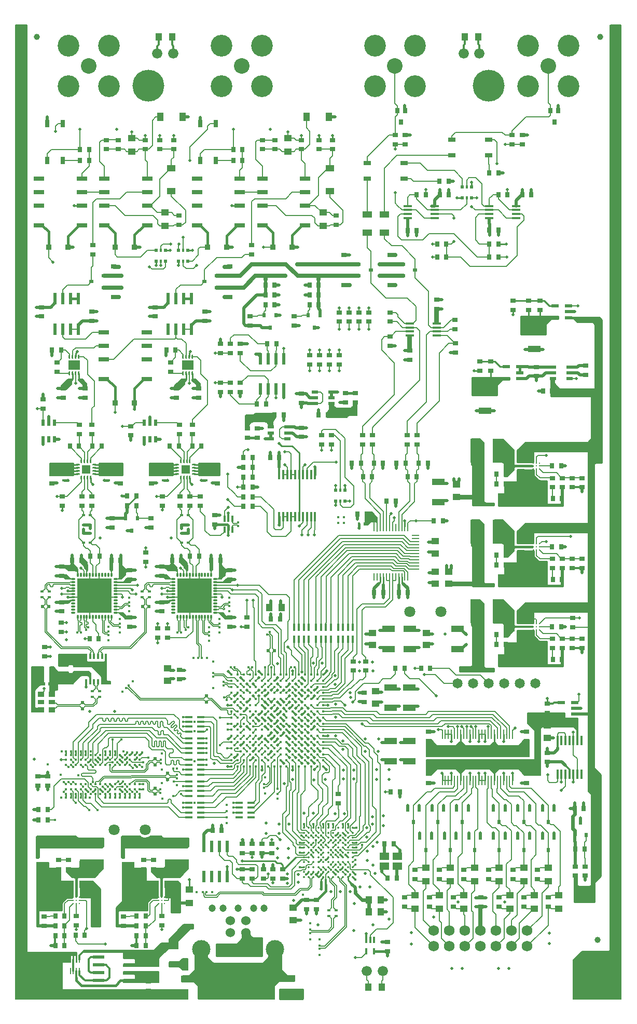
<source format=gbr>
G04 #@! TF.FileFunction,Copper,L1,Top,Signal*
%FSLAX46Y46*%
G04 Gerber Fmt 4.6, Leading zero omitted, Abs format (unit mm)*
G04 Created by KiCad (PCBNEW 4.0.7) date 02/12/19 19:11:38*
%MOMM*%
%LPD*%
G01*
G04 APERTURE LIST*
%ADD10C,0.100000*%
%ADD11C,1.800000*%
%ADD12C,0.450000*%
%ADD13R,0.600000X0.450000*%
%ADD14R,0.500000X0.550000*%
%ADD15R,0.889000X0.635000*%
%ADD16R,0.635000X0.889000*%
%ADD17C,0.500000*%
%ADD18R,1.300000X1.000000*%
%ADD19C,1.524000*%
%ADD20C,3.000000*%
%ADD21C,1.200000*%
%ADD22R,1.500000X1.200000*%
%ADD23C,5.200000*%
%ADD24C,0.800000*%
%ADD25R,1.500000X0.600000*%
%ADD26R,1.300000X1.100000*%
%ADD27R,1.200000X0.800000*%
%ADD28R,0.600000X0.700000*%
%ADD29R,1.050000X0.600000*%
%ADD30C,1.000000*%
%ADD31C,0.400000*%
%ADD32R,0.550000X0.500000*%
%ADD33R,1.150000X0.440000*%
%ADD34R,1.300000X0.280000*%
%ADD35R,0.280000X1.300000*%
%ADD36R,1.100000X2.100000*%
%ADD37R,1.000000X1.300000*%
%ADD38R,2.100000X1.100000*%
%ADD39R,0.600000X0.600000*%
%ADD40R,0.400000X0.600000*%
%ADD41R,0.900000X0.950000*%
%ADD42R,1.800000X0.800000*%
%ADD43O,0.710000X0.254000*%
%ADD44O,0.254000X0.710000*%
%ADD45R,1.370000X1.370000*%
%ADD46R,1.850000X1.530000*%
%ADD47R,0.800000X1.200000*%
%ADD48R,0.700000X0.600000*%
%ADD49R,1.400000X0.425000*%
%ADD50R,0.400000X1.000000*%
%ADD51R,0.280000X1.000000*%
%ADD52R,0.420000X1.620000*%
%ADD53R,0.300000X1.500000*%
%ADD54R,0.500000X0.450000*%
%ADD55C,0.350000*%
%ADD56R,0.420000X0.889000*%
%ADD57R,1.400000X1.075000*%
%ADD58R,1.075000X1.400000*%
%ADD59R,0.450000X0.600000*%
%ADD60R,0.600000X1.050000*%
%ADD61R,1.500000X4.000000*%
%ADD62R,4.000000X1.500000*%
%ADD63R,1.600000X1.000000*%
%ADD64C,1.750000*%
%ADD65R,0.700000X0.900000*%
%ADD66R,0.440000X1.150000*%
%ADD67C,1.676400*%
%ADD68C,2.540000*%
%ADD69C,3.550000*%
%ADD70C,1.650000*%
%ADD71O,0.260000X0.700000*%
%ADD72O,0.700000X0.260000*%
%ADD73R,5.600000X5.600000*%
%ADD74R,1.450000X1.450000*%
%ADD75R,1.100000X1.300000*%
%ADD76C,0.250000*%
%ADD77R,1.050000X0.700000*%
%ADD78R,1.050000X0.860000*%
%ADD79R,0.600000X1.980000*%
%ADD80R,1.980000X0.600000*%
%ADD81R,0.280000X1.500000*%
%ADD82R,1.200000X0.500000*%
%ADD83C,0.200000*%
%ADD84C,0.500000*%
%ADD85C,0.150000*%
%ADD86C,0.250000*%
%ADD87C,0.450000*%
%ADD88C,0.350000*%
%ADD89C,0.280000*%
%ADD90C,0.127000*%
%ADD91C,0.130000*%
%ADD92C,0.300000*%
%ADD93C,0.400000*%
%ADD94C,0.635000*%
%ADD95C,0.750000*%
%ADD96C,0.165000*%
%ADD97C,0.653000*%
%ADD98C,0.600000*%
%ADD99C,0.155000*%
%ADD100C,0.180000*%
%ADD101C,0.254000*%
G04 APERTURE END LIST*
D10*
D11*
X36630000Y-161680000D03*
X41710000Y-161680000D03*
D12*
X39139885Y-123854000D03*
X39699303Y-137500697D03*
X38000697Y-139199303D03*
X52150000Y-130850000D03*
X52153039Y-128658713D03*
X35717209Y-128599036D03*
X35717209Y-130791036D03*
D13*
X34300000Y-139100000D03*
X34300000Y-140000000D03*
D12*
X39139885Y-126046000D03*
X37570228Y-127330349D03*
X37570228Y-129522349D03*
X49604000Y-133673000D03*
X51796000Y-133673000D03*
X53870228Y-129522349D03*
X53870228Y-127330349D03*
X55439885Y-126046000D03*
X55439885Y-123854000D03*
D14*
X26000000Y-125300000D03*
X25000000Y-125300000D03*
D13*
X26100000Y-122850000D03*
X26100000Y-123750000D03*
X24900000Y-122850000D03*
X24900000Y-123750000D03*
D12*
X104500000Y-143000000D03*
D15*
X28100000Y-126100000D03*
X28100000Y-124600000D03*
X28100000Y-118800000D03*
X28100000Y-120300000D03*
X39200000Y-128600000D03*
X39200000Y-127100000D03*
D16*
X29800000Y-117800000D03*
X31300000Y-117800000D03*
X32750000Y-117100000D03*
X34250000Y-117100000D03*
D15*
X39200000Y-119400000D03*
X39200000Y-120900000D03*
D16*
X37700000Y-117800000D03*
X36200000Y-117800000D03*
D12*
X34350000Y-124450000D03*
X32550000Y-124450000D03*
X34350000Y-122650000D03*
X48850000Y-124450000D03*
X50650000Y-124450000D03*
X50650000Y-122650000D03*
X48850000Y-122650000D03*
X104500000Y-144225000D03*
X50111500Y-171850000D03*
X52688500Y-171850000D03*
X70150000Y-182138500D03*
X68650000Y-179538500D03*
X70150000Y-179561500D03*
X68650000Y-176961500D03*
D17*
X48300000Y-177500000D03*
X49250000Y-177500000D03*
D18*
X65900000Y-174400000D03*
X65900000Y-176400000D03*
D19*
X58150000Y-178490000D03*
X55650000Y-178490000D03*
X55650000Y-176490000D03*
X58150000Y-176490000D03*
D20*
X62920000Y-181200000D03*
X50880000Y-181200000D03*
D21*
X52650000Y-174490000D03*
X54400000Y-174490000D03*
X56900000Y-174490000D03*
X59400000Y-174490000D03*
X61150000Y-174490000D03*
D12*
X54950000Y-181900000D03*
X54950000Y-180900000D03*
X56550000Y-181900000D03*
X56550000Y-180900000D03*
X58550000Y-181900000D03*
X60150000Y-181900000D03*
X58550000Y-180900000D03*
X60150000Y-180900000D03*
X60150000Y-179850000D03*
D15*
X57200000Y-90350000D03*
X57200000Y-88850000D03*
D22*
X82860000Y-166000000D03*
X82860000Y-167600000D03*
X80740000Y-166000000D03*
X80740000Y-167600000D03*
D23*
X25500000Y-184400000D03*
D12*
X93500000Y-135675000D03*
X64000000Y-189000000D03*
X64000000Y-188100000D03*
X67000000Y-189000000D03*
X67000000Y-188000000D03*
X67500000Y-172300000D03*
D24*
X21500000Y-145900000D03*
D25*
X118600000Y-150700000D03*
X118600000Y-149100000D03*
X21400000Y-149100000D03*
X21400000Y-150700000D03*
D24*
X118500000Y-184900000D03*
X118500000Y-178900000D03*
D23*
X114500000Y-184400000D03*
D25*
X118600000Y-129300000D03*
X118600000Y-127700000D03*
X21400000Y-127700000D03*
X21400000Y-129300000D03*
X118600000Y-106900000D03*
X118600000Y-105300000D03*
X21400000Y-105300000D03*
X21400000Y-106900000D03*
X21400000Y-72300000D03*
X21400000Y-73900000D03*
X118600000Y-73900000D03*
X118600000Y-72300000D03*
X118600000Y-172500000D03*
X118600000Y-170900000D03*
X21400000Y-170900000D03*
X21400000Y-172500000D03*
X21400000Y-39300000D03*
X21400000Y-40900000D03*
X118600000Y-40900000D03*
X118600000Y-39300000D03*
D24*
X21500000Y-31900000D03*
X118500000Y-31900000D03*
X21500000Y-43900000D03*
X118500000Y-46900000D03*
X118500000Y-43900000D03*
X118500000Y-37900000D03*
X118500000Y-34900000D03*
D26*
X65000000Y-48900000D03*
X65000000Y-51100000D03*
D27*
X97800000Y-51770000D03*
X91800000Y-51770000D03*
X97800000Y-49230000D03*
X91800000Y-49230000D03*
X84000000Y-55570000D03*
X78000000Y-55570000D03*
X84000000Y-53030000D03*
X78000000Y-53030000D03*
D17*
X115800000Y-99800000D03*
X115800000Y-98800000D03*
X114500000Y-111950000D03*
X114500000Y-112950000D03*
X114500000Y-124950000D03*
X114500000Y-125950000D03*
D12*
X45900000Y-189000000D03*
X47650000Y-183650000D03*
D17*
X113900000Y-172700000D03*
X112700000Y-172700000D03*
D12*
X45900000Y-188000000D03*
D17*
X42200000Y-185200000D03*
D28*
X85500000Y-160450000D03*
X84550000Y-158450000D03*
X86450000Y-158450000D03*
D17*
X41000000Y-186200000D03*
X43400000Y-186200000D03*
X43400000Y-185200000D03*
D15*
X76000000Y-90500000D03*
X76000000Y-92000000D03*
X67200000Y-90600000D03*
X67200000Y-92100000D03*
D29*
X69450000Y-91250000D03*
X72150000Y-92200000D03*
X72150000Y-91250000D03*
X72150000Y-90300000D03*
X69450000Y-90300000D03*
X69450000Y-92200000D03*
D15*
X74400000Y-92000000D03*
X74400000Y-90500000D03*
D16*
X81100000Y-108100000D03*
X82600000Y-108100000D03*
D15*
X71800000Y-84350000D03*
X71800000Y-85850000D03*
X70200000Y-85850000D03*
X70200000Y-84350000D03*
D30*
X115600000Y-179700000D03*
X116000000Y-32400000D03*
X24000000Y-32400000D03*
D12*
X63300000Y-156650000D03*
X55000000Y-160600000D03*
X55000000Y-157650000D03*
D16*
X62250000Y-127350000D03*
X63750000Y-127350000D03*
D12*
X74200000Y-111700000D03*
X73200000Y-111700000D03*
X74200000Y-110700000D03*
X73200000Y-110700000D03*
X35050000Y-102150000D03*
X51100000Y-102200000D03*
X45400000Y-102165000D03*
X29150000Y-102150000D03*
X52800000Y-134300000D03*
X52800000Y-138600000D03*
X48648000Y-85940665D03*
X30122000Y-85940665D03*
X48300000Y-102900000D03*
X32077800Y-102925899D03*
X32550000Y-122650000D03*
X105650000Y-143000000D03*
X46900000Y-189000000D03*
X46900000Y-188000000D03*
D17*
X46300000Y-172800000D03*
X47150000Y-173650000D03*
X34050000Y-176550000D03*
D12*
X26500000Y-163100000D03*
X25500000Y-163100000D03*
X24500000Y-163100000D03*
X40400000Y-163100000D03*
X39400000Y-163100000D03*
X38400000Y-163100000D03*
X95500000Y-106400000D03*
X95500000Y-108400000D03*
X95500000Y-107400000D03*
X95500000Y-119600000D03*
X102000000Y-108400000D03*
X102000000Y-107400000D03*
X101000000Y-108400000D03*
X101000000Y-107400000D03*
X101000000Y-121600000D03*
X101000000Y-120600000D03*
X102000000Y-120600000D03*
X102000000Y-121600000D03*
X102000000Y-133700000D03*
X101000000Y-134700000D03*
X101000000Y-133700000D03*
X102000000Y-134700000D03*
X39400000Y-168600000D03*
X38400000Y-169600000D03*
X38400000Y-168600000D03*
X39400000Y-169600000D03*
X25500000Y-169600000D03*
X24500000Y-169600000D03*
X25500000Y-168600000D03*
X24500000Y-168600000D03*
D31*
X40800000Y-149500000D03*
X40000000Y-149500000D03*
X39200000Y-149500000D03*
X38400000Y-149500000D03*
X37600000Y-149500000D03*
X36800000Y-149500000D03*
X36000000Y-149500000D03*
X35200000Y-149500000D03*
X34400000Y-149500000D03*
X33600000Y-149500000D03*
X32800000Y-149500000D03*
X32000000Y-149500000D03*
X31200000Y-149500000D03*
X30400000Y-149500000D03*
X29600000Y-149500000D03*
X28800000Y-149500000D03*
X40800000Y-150300000D03*
X40000000Y-150300000D03*
X39200000Y-150300000D03*
X38400000Y-150300000D03*
X37600000Y-150300000D03*
X36800000Y-150300000D03*
X36000000Y-150300000D03*
X35200000Y-150300000D03*
X34400000Y-150300000D03*
X33600000Y-150300000D03*
X32800000Y-150300000D03*
X32000000Y-150300000D03*
X31200000Y-150300000D03*
X30400000Y-150300000D03*
X29600000Y-150300000D03*
X28800000Y-150300000D03*
X40800000Y-151100000D03*
X40000000Y-151100000D03*
X39200000Y-151100000D03*
X38400000Y-151100000D03*
X37600000Y-151100000D03*
X36800000Y-151100000D03*
X36000000Y-151100000D03*
X35200000Y-151100000D03*
X34400000Y-151100000D03*
X33600000Y-151100000D03*
X32800000Y-151100000D03*
X32000000Y-151100000D03*
X31200000Y-151100000D03*
X30400000Y-151100000D03*
X29600000Y-151100000D03*
X28800000Y-151100000D03*
X40800000Y-154300000D03*
X40000000Y-154300000D03*
X39200000Y-154300000D03*
X38400000Y-154300000D03*
X37600000Y-154300000D03*
X36800000Y-154300000D03*
X36000000Y-154300000D03*
X35200000Y-154300000D03*
X34400000Y-154300000D03*
X33600000Y-154300000D03*
X32800000Y-154300000D03*
X32000000Y-154300000D03*
X31200000Y-154300000D03*
X30400000Y-154300000D03*
X29600000Y-154300000D03*
X28800000Y-154300000D03*
X40800000Y-155100000D03*
X40000000Y-155100000D03*
X39200000Y-155100000D03*
X38400000Y-155100000D03*
X37600000Y-155100000D03*
X36800000Y-155100000D03*
X36000000Y-155100000D03*
X35200000Y-155100000D03*
X34400000Y-155100000D03*
X33600000Y-155100000D03*
X32800000Y-155100000D03*
X32000000Y-155100000D03*
X31200000Y-155100000D03*
X30400000Y-155100000D03*
X29600000Y-155100000D03*
X28800000Y-155100000D03*
X40800000Y-155900000D03*
X40000000Y-155900000D03*
X39200000Y-155900000D03*
X38400000Y-155900000D03*
X37600000Y-155900000D03*
X36800000Y-155900000D03*
X36000000Y-155900000D03*
X35200000Y-155900000D03*
X34400000Y-155900000D03*
X33600000Y-155900000D03*
X32800000Y-155900000D03*
X32000000Y-155900000D03*
X31200000Y-155900000D03*
X30400000Y-155900000D03*
X29600000Y-155900000D03*
X28800000Y-155900000D03*
D18*
X92525000Y-105400000D03*
X92525000Y-107400000D03*
D12*
X94500000Y-135675000D03*
X95500000Y-120600000D03*
X95500000Y-121600000D03*
X95500000Y-135675000D03*
X35900000Y-137700000D03*
D16*
X54000000Y-117800000D03*
X52500000Y-117800000D03*
D32*
X51700000Y-139900000D03*
X51700000Y-140900000D03*
D12*
X48250000Y-183050000D03*
X48250000Y-184250000D03*
X105650000Y-144225000D03*
X89900000Y-150600000D03*
X92900000Y-150600000D03*
X95900000Y-150600000D03*
X98900000Y-150600000D03*
X89900000Y-149300000D03*
X92900000Y-149300000D03*
X95900000Y-149300000D03*
X98900000Y-149300000D03*
D18*
X78800000Y-129600000D03*
X78800000Y-131600000D03*
D24*
X118500000Y-49900000D03*
X118500000Y-52900000D03*
X118500000Y-55900000D03*
X118500000Y-58900000D03*
X118500000Y-61900000D03*
X118500000Y-64900000D03*
X118500000Y-67900000D03*
X118500000Y-70900000D03*
X118500000Y-76900000D03*
X118500000Y-79900000D03*
X118500000Y-82900000D03*
X118500000Y-85900000D03*
X118500000Y-88900000D03*
X118500000Y-91900000D03*
X118500000Y-94900000D03*
X118500000Y-97900000D03*
X118500000Y-100900000D03*
X118500000Y-103900000D03*
X118500000Y-109900000D03*
X118500000Y-112900000D03*
X118500000Y-115900000D03*
X118500000Y-118900000D03*
X118500000Y-121900000D03*
X118500000Y-124900000D03*
X118500000Y-130900000D03*
X118500000Y-133900000D03*
X118500000Y-136900000D03*
X118500000Y-139900000D03*
X118500000Y-142900000D03*
X118500000Y-145900000D03*
X118500000Y-151900000D03*
X118500000Y-154900000D03*
X118500000Y-157900000D03*
X118500000Y-160900000D03*
X118500000Y-163900000D03*
X118500000Y-166900000D03*
X118500000Y-169900000D03*
X118500000Y-175900000D03*
X118500000Y-181900000D03*
X118500000Y-187900000D03*
X21500000Y-34900000D03*
X21500000Y-37900000D03*
X21500000Y-46900000D03*
X21500000Y-49900000D03*
X21500000Y-52900000D03*
X21500000Y-55900000D03*
X21500000Y-58900000D03*
X21500000Y-61900000D03*
X21500000Y-64900000D03*
X21500000Y-67900000D03*
X21500000Y-70900000D03*
X21500000Y-76900000D03*
X21500000Y-79900000D03*
X21500000Y-82900000D03*
X21500000Y-85900000D03*
X21500000Y-88900000D03*
X21500000Y-91900000D03*
X21500000Y-94900000D03*
X21500000Y-97900000D03*
X21500000Y-100900000D03*
X21500000Y-103900000D03*
X21500000Y-109900000D03*
X21500000Y-112900000D03*
X21500000Y-115900000D03*
X21500000Y-118900000D03*
X21500000Y-121900000D03*
X21500000Y-124900000D03*
X21500000Y-130900000D03*
X21500000Y-133900000D03*
X21500000Y-136900000D03*
X21500000Y-139900000D03*
X21500000Y-142900000D03*
X21500000Y-151900000D03*
X21500000Y-154900000D03*
X21500000Y-157900000D03*
X21500000Y-160900000D03*
X21500000Y-163900000D03*
X21500000Y-166900000D03*
X21500000Y-169900000D03*
X21500000Y-175500000D03*
X21500000Y-178900000D03*
X21500000Y-181900000D03*
X21500000Y-184900000D03*
D12*
X61300000Y-153150000D03*
X49800000Y-157300000D03*
X49800000Y-150500000D03*
X49800000Y-145650000D03*
X49800000Y-144100000D03*
D33*
X50775000Y-157300000D03*
X48825000Y-157300000D03*
X50775000Y-158100000D03*
X48825000Y-158100000D03*
X50775000Y-158900000D03*
X48825000Y-158900000D03*
X50775000Y-159700000D03*
X48825000Y-159700000D03*
D12*
X61300000Y-155750000D03*
X44500000Y-156650000D03*
X44400000Y-154100000D03*
X46900000Y-154400000D03*
X46900000Y-151700000D03*
X44400000Y-151900000D03*
D23*
X97800000Y-40400000D03*
D17*
X33250000Y-175750000D03*
D15*
X111950000Y-169200000D03*
X111950000Y-167700000D03*
D16*
X113300000Y-158250000D03*
X111800000Y-158250000D03*
X113450000Y-164850000D03*
X111950000Y-164850000D03*
D15*
X113550000Y-169200000D03*
X113550000Y-167700000D03*
D28*
X112750000Y-160550000D03*
X113700000Y-162550000D03*
X111800000Y-162550000D03*
D15*
X36300000Y-112450000D03*
X36300000Y-110950000D03*
D16*
X38750000Y-107300000D03*
X40250000Y-107300000D03*
X40250000Y-108900000D03*
X38750000Y-108900000D03*
D28*
X39500000Y-112900000D03*
X38550000Y-110900000D03*
X40450000Y-110900000D03*
D15*
X42700000Y-112450000D03*
X42700000Y-110950000D03*
X51500000Y-78700000D03*
X51500000Y-77200000D03*
D34*
X77850000Y-113700000D03*
X77850000Y-114200000D03*
X77850000Y-114700000D03*
X77850000Y-115200000D03*
X77850000Y-115700000D03*
X77850000Y-116200000D03*
X77850000Y-116700000D03*
X77850000Y-117200000D03*
X77850000Y-117700000D03*
X77850000Y-118200000D03*
X77850000Y-118700000D03*
X77850000Y-119200000D03*
D35*
X79100000Y-120450000D03*
X79600000Y-120450000D03*
X80100000Y-120450000D03*
X80600000Y-120450000D03*
X81100000Y-120450000D03*
X81600000Y-120450000D03*
X82100000Y-120450000D03*
X82600000Y-120450000D03*
X83100000Y-120450000D03*
X83600000Y-120450000D03*
X84100000Y-120450000D03*
X84600000Y-120450000D03*
D34*
X85850000Y-119200000D03*
X85850000Y-118700000D03*
X85850000Y-118200000D03*
X85850000Y-117700000D03*
X85850000Y-117200000D03*
X85850000Y-116700000D03*
X85850000Y-116200000D03*
X85850000Y-115700000D03*
X85850000Y-115200000D03*
X85850000Y-114700000D03*
X85850000Y-114200000D03*
X85850000Y-113700000D03*
D35*
X84600000Y-112450000D03*
X84100000Y-112450000D03*
X83600000Y-112450000D03*
X83100000Y-112450000D03*
X82600000Y-112450000D03*
X82100000Y-112450000D03*
X81600000Y-112450000D03*
X81100000Y-112450000D03*
X80600000Y-112450000D03*
X80100000Y-112450000D03*
X79600000Y-112450000D03*
X79100000Y-112450000D03*
D14*
X62800000Y-132500000D03*
X61800000Y-132500000D03*
D26*
X87500000Y-167900000D03*
X87500000Y-170100000D03*
X99500000Y-167900000D03*
X99500000Y-170100000D03*
D36*
X99850000Y-134100000D03*
X96550000Y-134100000D03*
D18*
X103000000Y-129600000D03*
X103000000Y-127600000D03*
D37*
X29500000Y-170600000D03*
X31500000Y-170600000D03*
D36*
X99850000Y-107900000D03*
X96550000Y-107900000D03*
D18*
X103000000Y-103400000D03*
X103000000Y-101400000D03*
D38*
X38900000Y-167450000D03*
X38900000Y-164150000D03*
D37*
X43400000Y-170600000D03*
X45400000Y-170600000D03*
D33*
X58975000Y-157300000D03*
X57025000Y-157300000D03*
X58975000Y-158100000D03*
X57025000Y-158100000D03*
X58975000Y-158900000D03*
X57025000Y-158900000D03*
X58975000Y-159700000D03*
X57025000Y-159700000D03*
D39*
X45052100Y-67193100D03*
X45052100Y-68971100D03*
X43528100Y-68971100D03*
X43528100Y-67193100D03*
D40*
X44290100Y-67193100D03*
X44290100Y-68971100D03*
D41*
X51851500Y-66718812D03*
X55001500Y-66718812D03*
D42*
X50180500Y-59933000D03*
X50180500Y-63133000D03*
X57180500Y-63133000D03*
X50180500Y-57733000D03*
X50180500Y-55533000D03*
X57180500Y-59933000D03*
X57180500Y-57733000D03*
X57180500Y-55533000D03*
D26*
X85750000Y-172400000D03*
X85750000Y-174600000D03*
X89750000Y-172400000D03*
X89750000Y-174600000D03*
X91500000Y-167900000D03*
X91500000Y-170100000D03*
X93750000Y-172400000D03*
X93750000Y-174600000D03*
X103500000Y-167900000D03*
X103500000Y-170100000D03*
X107500000Y-167900000D03*
X107500000Y-170100000D03*
X109250000Y-172400000D03*
X109250000Y-174600000D03*
X105250000Y-172400000D03*
X105250000Y-174600000D03*
X101250000Y-172400000D03*
X101250000Y-174600000D03*
X95500000Y-167900000D03*
X95500000Y-170100000D03*
X70762000Y-61077800D03*
X70762000Y-63277800D03*
X44981000Y-61077800D03*
X44981000Y-63277800D03*
X39500000Y-48900000D03*
X39500000Y-51100000D03*
D43*
X46932000Y-102175899D03*
D44*
X49052000Y-101555899D03*
X49052000Y-104295899D03*
X48552000Y-104295899D03*
X48552000Y-101555899D03*
X48052000Y-101555899D03*
X48052000Y-104295899D03*
X47552000Y-104295899D03*
X47552000Y-101555899D03*
D45*
X48302000Y-102925899D03*
D43*
X49672000Y-102175899D03*
X49672000Y-102675899D03*
X46932000Y-102675899D03*
X46932000Y-103175899D03*
X49672000Y-103175899D03*
X49672000Y-103675899D03*
X46932000Y-103675899D03*
D44*
X49398000Y-84570665D03*
X49398000Y-87310665D03*
X48898000Y-87310665D03*
X48898000Y-84570665D03*
X48398000Y-84570665D03*
X48398000Y-87310665D03*
X47898000Y-87310665D03*
X47898000Y-84570665D03*
D46*
X48648000Y-85940665D03*
D41*
X62519500Y-66718812D03*
X65669500Y-66718812D03*
X36840100Y-66718812D03*
X39990100Y-66718812D03*
X25943500Y-66718812D03*
X29093500Y-66718812D03*
D47*
X53270000Y-46600000D03*
X53270000Y-52600000D03*
X50730000Y-46600000D03*
X50730000Y-52600000D03*
X28270000Y-46600000D03*
X28270000Y-52600000D03*
X25730000Y-46600000D03*
X25730000Y-52600000D03*
D28*
X87500000Y-165000000D03*
X86550000Y-163000000D03*
X88450000Y-163000000D03*
X91500000Y-165000000D03*
X90550000Y-163000000D03*
X92450000Y-163000000D03*
X93500000Y-160450000D03*
X92550000Y-158450000D03*
X94450000Y-158450000D03*
X99500000Y-165000000D03*
X98550000Y-163000000D03*
X100450000Y-163000000D03*
X103500000Y-165000000D03*
X102550000Y-163000000D03*
X104450000Y-163000000D03*
X107500000Y-165000000D03*
X106550000Y-163000000D03*
X108450000Y-163000000D03*
X103500000Y-160450000D03*
X102550000Y-158450000D03*
X104450000Y-158450000D03*
X99500000Y-160450000D03*
X98550000Y-158450000D03*
X100450000Y-158450000D03*
X95500000Y-165000000D03*
X94550000Y-163000000D03*
X96450000Y-163000000D03*
X89500000Y-160450000D03*
X88550000Y-158450000D03*
X90450000Y-158450000D03*
X107500000Y-160450000D03*
X106550000Y-158450000D03*
X108450000Y-158450000D03*
D48*
X51424500Y-72331800D03*
X53424500Y-71381800D03*
X53424500Y-73281800D03*
X78556500Y-70452200D03*
X76556500Y-71402200D03*
X76556500Y-69502200D03*
X85795500Y-70452200D03*
X83795500Y-71402200D03*
X83795500Y-69502200D03*
X32952574Y-72331800D03*
X34952574Y-71381800D03*
X34952574Y-73281800D03*
D49*
X84894906Y-81120602D03*
X89294906Y-81120602D03*
X84894906Y-80470602D03*
X89294906Y-80470602D03*
X84894906Y-79820602D03*
X89294906Y-79820602D03*
X84894906Y-79170602D03*
X89294906Y-79170602D03*
X102297476Y-60003000D03*
X97897476Y-60003000D03*
X102297476Y-60653000D03*
X97897476Y-60653000D03*
X102297476Y-61303000D03*
X97897476Y-61303000D03*
X102297476Y-61953000D03*
X97897476Y-61953000D03*
X88962501Y-60003000D03*
X84562501Y-60003000D03*
X88962501Y-60653000D03*
X84562501Y-60653000D03*
X88962501Y-61303000D03*
X84562501Y-61303000D03*
X88962501Y-61953000D03*
X84562501Y-61953000D03*
D39*
X48708100Y-67193100D03*
X48708100Y-68971100D03*
X47184100Y-68971100D03*
X47184100Y-67193100D03*
D40*
X47946100Y-67193100D03*
X47946100Y-68971100D03*
D39*
X93456900Y-58653900D03*
X93456900Y-56875900D03*
X94980900Y-56875900D03*
X94980900Y-58653900D03*
D40*
X94218900Y-58653900D03*
X94218900Y-56875900D03*
D42*
X60848500Y-59933000D03*
X60848500Y-63133000D03*
X67848500Y-63133000D03*
X60848500Y-57733000D03*
X60848500Y-55533000D03*
X67848500Y-59933000D03*
X67848500Y-57733000D03*
X67848500Y-55533000D03*
X35067500Y-59933000D03*
X35067500Y-63133000D03*
X42067500Y-63133000D03*
X35067500Y-57733000D03*
X35067500Y-55533000D03*
X42067500Y-59933000D03*
X42067500Y-57733000D03*
X42067500Y-55533000D03*
X24399500Y-59933000D03*
X24399500Y-63133000D03*
X31399500Y-63133000D03*
X24399500Y-57733000D03*
X24399500Y-55533000D03*
X31399500Y-59933000D03*
X31399500Y-57733000D03*
X31399500Y-55533000D03*
D18*
X89100000Y-121600000D03*
X89100000Y-119600000D03*
X89090358Y-114646924D03*
X89090358Y-116646924D03*
X107350000Y-146700000D03*
X107350000Y-144700000D03*
X103000000Y-116600000D03*
X103000000Y-114600000D03*
D36*
X99850000Y-121100000D03*
X96550000Y-121100000D03*
D37*
X80200000Y-173100000D03*
X78200000Y-173100000D03*
D38*
X81800000Y-138550000D03*
X81800000Y-141850000D03*
X92700000Y-132250000D03*
X92700000Y-128950000D03*
X84800000Y-138550000D03*
X84800000Y-141850000D03*
D18*
X45350000Y-137400000D03*
X45350000Y-135400000D03*
D37*
X62000000Y-125450000D03*
X64000000Y-125450000D03*
D38*
X84800000Y-150550000D03*
X84800000Y-147250000D03*
D18*
X79300000Y-139100000D03*
X79300000Y-141100000D03*
D38*
X81450000Y-128950000D03*
X81450000Y-132250000D03*
X25000000Y-167450000D03*
X25000000Y-164150000D03*
X81800000Y-150550000D03*
X81800000Y-147250000D03*
D41*
X36790100Y-92118812D03*
X39940100Y-92118812D03*
D28*
X69300000Y-79800000D03*
X68350000Y-77800000D03*
X70250000Y-77800000D03*
X62100000Y-79800000D03*
X61150000Y-77800000D03*
X63050000Y-77800000D03*
D37*
X78200000Y-175100000D03*
X80200000Y-175100000D03*
D39*
X72838000Y-108089000D03*
X72838000Y-106311000D03*
X74362000Y-106311000D03*
X74362000Y-108089000D03*
D40*
X73600000Y-108089000D03*
X73600000Y-106311000D03*
D42*
X35000000Y-85000000D03*
X35000000Y-88200000D03*
X42000000Y-88200000D03*
X35000000Y-82800000D03*
X35000000Y-80600000D03*
X42000000Y-85000000D03*
X42000000Y-82800000D03*
X42000000Y-80600000D03*
D50*
X55950000Y-112800000D03*
X55950000Y-111000000D03*
X55300000Y-112800000D03*
X55300000Y-111000000D03*
X54650000Y-112800000D03*
X54650000Y-111000000D03*
D51*
X29500000Y-184700000D03*
X30000000Y-184700000D03*
X30500000Y-184700000D03*
X31000000Y-184700000D03*
X29500000Y-182900000D03*
X30000000Y-182900000D03*
X30500000Y-182900000D03*
X31000000Y-182900000D03*
D52*
X63600000Y-103800000D03*
X63600000Y-110650000D03*
X64250000Y-103800000D03*
X64250000Y-110650000D03*
X64900000Y-103800000D03*
X64900000Y-110650000D03*
X65550000Y-103800000D03*
X65550000Y-110650000D03*
X66200000Y-103800000D03*
X66200000Y-110650000D03*
X66850000Y-103800000D03*
X66850000Y-110650000D03*
X67500000Y-103800000D03*
X67500000Y-110650000D03*
X68150000Y-103800000D03*
X68150000Y-110650000D03*
X68800000Y-103800000D03*
X68800000Y-110650000D03*
X69450000Y-103800000D03*
X69450000Y-110650000D03*
D33*
X50775000Y-143300000D03*
X48825000Y-143300000D03*
X50775000Y-144100000D03*
X48825000Y-144100000D03*
X50775000Y-144900000D03*
X48825000Y-144900000D03*
X50775000Y-145700000D03*
X48825000Y-145700000D03*
X50775000Y-146800000D03*
X48825000Y-146800000D03*
X50775000Y-147600000D03*
X48825000Y-147600000D03*
X50775000Y-148400000D03*
X48825000Y-148400000D03*
X50775000Y-149200000D03*
X48825000Y-149200000D03*
X50775000Y-150300000D03*
X48825000Y-150300000D03*
X50775000Y-151100000D03*
X48825000Y-151100000D03*
X50775000Y-151900000D03*
X48825000Y-151900000D03*
X50775000Y-152700000D03*
X48825000Y-152700000D03*
X50775000Y-153800000D03*
X48825000Y-153800000D03*
X50775000Y-154600000D03*
X48825000Y-154600000D03*
X50775000Y-155400000D03*
X48825000Y-155400000D03*
X50775000Y-156200000D03*
X48825000Y-156200000D03*
D53*
X109000000Y-147150000D03*
X109000000Y-152650000D03*
X109650000Y-147150000D03*
X109650000Y-152650000D03*
X110300000Y-147150000D03*
X110300000Y-152650000D03*
X110950000Y-147150000D03*
X110950000Y-152650000D03*
X111600000Y-147150000D03*
X111600000Y-152650000D03*
X112250000Y-147150000D03*
X112250000Y-152650000D03*
X112900000Y-147150000D03*
X112900000Y-152650000D03*
D15*
X103500000Y-172750000D03*
X103500000Y-174250000D03*
X113000000Y-130550000D03*
X113000000Y-132050000D03*
D16*
X109650000Y-128600000D03*
X108150000Y-128600000D03*
X109750000Y-133900000D03*
X108250000Y-133900000D03*
X100550000Y-131500000D03*
X99050000Y-131500000D03*
D15*
X27600000Y-168150000D03*
X27600000Y-166650000D03*
X30500000Y-177250000D03*
X30500000Y-175750000D03*
X25200000Y-177350000D03*
X25200000Y-175850000D03*
D16*
X28550000Y-180600000D03*
X27050000Y-180600000D03*
X109750000Y-107700000D03*
X108250000Y-107700000D03*
X109650000Y-102400000D03*
X108150000Y-102400000D03*
D15*
X113000000Y-104350000D03*
X113000000Y-105850000D03*
D16*
X100550000Y-105300000D03*
X99050000Y-105300000D03*
D15*
X38200000Y-177350000D03*
X38200000Y-175850000D03*
X44400000Y-177250000D03*
X44400000Y-175750000D03*
D16*
X41800000Y-180600000D03*
X40300000Y-180600000D03*
D15*
X41500000Y-168150000D03*
X41500000Y-166650000D03*
D16*
X86050000Y-64000000D03*
X84550000Y-64000000D03*
X99400000Y-63900000D03*
X97900000Y-63900000D03*
X57747560Y-102600000D03*
X59247560Y-102600000D03*
D15*
X53100000Y-111900000D03*
X53100000Y-110400000D03*
X107350000Y-150650000D03*
X107350000Y-149150000D03*
X84902200Y-85052200D03*
X84902200Y-83552200D03*
X89302200Y-75252200D03*
X89302200Y-76752200D03*
X81700000Y-72912000D03*
X81700000Y-71412000D03*
X74191000Y-67988000D03*
X74191000Y-69488000D03*
X81700000Y-67988000D03*
X81700000Y-69488000D03*
X55536000Y-74812000D03*
X55536000Y-73312000D03*
X55536000Y-69888000D03*
X55536000Y-71388000D03*
X43300000Y-78000000D03*
X43300000Y-76500000D03*
X50426000Y-89731000D03*
X50426000Y-91231000D03*
X46847000Y-89731000D03*
X46847000Y-91231000D03*
X31877000Y-89731000D03*
X31877000Y-91231000D03*
X28321000Y-89731000D03*
X28321000Y-91231000D03*
X36600000Y-74812000D03*
X36600000Y-73312000D03*
X36599000Y-69888000D03*
X36599000Y-71388000D03*
X47267000Y-61567500D03*
X47267000Y-63067500D03*
X44100000Y-50750000D03*
X44100000Y-49250000D03*
X37361000Y-50740500D03*
X37361000Y-49240500D03*
D16*
X31100000Y-50800000D03*
X32600000Y-50800000D03*
X56100000Y-50800000D03*
X57600000Y-50800000D03*
D15*
X62888000Y-50740500D03*
X62888000Y-49240500D03*
X70127000Y-49240500D03*
X70127000Y-50740500D03*
X72921000Y-61567500D03*
X72921000Y-63067500D03*
X53500000Y-105200000D03*
X53500000Y-103700000D03*
D16*
X59250000Y-105800000D03*
X57750000Y-105800000D03*
D15*
X44500000Y-108850000D03*
X44500000Y-107350000D03*
X42750000Y-105200000D03*
X42750000Y-103700000D03*
X37650000Y-103700000D03*
X37650000Y-105200000D03*
D16*
X24900000Y-136250000D03*
X26400000Y-136250000D03*
D15*
X28200000Y-108850000D03*
X28200000Y-107350000D03*
X26450000Y-103700000D03*
X26450000Y-105200000D03*
X85750000Y-168250000D03*
X85750000Y-169750000D03*
X89750000Y-168250000D03*
X89750000Y-169750000D03*
X92000000Y-172750000D03*
X92000000Y-174250000D03*
X97750000Y-168250000D03*
X97750000Y-169750000D03*
X101750000Y-168250000D03*
X101750000Y-169750000D03*
X105750000Y-168250000D03*
X105750000Y-169750000D03*
X107500000Y-172750000D03*
X107500000Y-174250000D03*
X99500000Y-172750000D03*
X99500000Y-174250000D03*
X93750000Y-168250000D03*
X93750000Y-169750000D03*
X88100000Y-172750000D03*
X88100000Y-174250000D03*
X84100000Y-172750000D03*
X84100000Y-174250000D03*
X104000000Y-145700000D03*
X104000000Y-147200000D03*
X88000000Y-145695602D03*
X88000000Y-147195602D03*
X88000000Y-154100000D03*
X88000000Y-152600000D03*
D16*
X106650000Y-90200000D03*
X108150000Y-90200000D03*
D15*
X113600000Y-87550000D03*
X113600000Y-86050000D03*
X105600000Y-87750000D03*
X105600000Y-86250000D03*
X106150000Y-75450000D03*
X106150000Y-76950000D03*
D16*
X104750000Y-58166000D03*
X103250000Y-58166000D03*
X91301000Y-58166000D03*
X89801000Y-58166000D03*
D15*
X74200000Y-72912000D03*
X74200000Y-71412000D03*
X104000000Y-154100000D03*
X104000000Y-152600000D03*
X107350000Y-141150000D03*
X107350000Y-142650000D03*
X67200000Y-49250000D03*
X67200000Y-50750000D03*
X41700000Y-49250000D03*
X41700000Y-50750000D03*
X33000000Y-78700000D03*
X33000000Y-77200000D03*
X24800000Y-78000000D03*
X24800000Y-76500000D03*
D16*
X49050000Y-117100000D03*
X50550000Y-117100000D03*
D15*
X55500000Y-128600000D03*
X55500000Y-127100000D03*
D16*
X46100000Y-117800000D03*
X47600000Y-117800000D03*
D15*
X55500000Y-119400000D03*
X55500000Y-120900000D03*
X44400000Y-118800000D03*
X44400000Y-120300000D03*
D16*
X109650000Y-115600000D03*
X108150000Y-115600000D03*
X109750000Y-120900000D03*
X108250000Y-120900000D03*
X100550000Y-118500000D03*
X99050000Y-118500000D03*
D15*
X113000000Y-117550000D03*
X113000000Y-119050000D03*
X69700000Y-174650000D03*
X69700000Y-173150000D03*
X68100000Y-174650000D03*
X68100000Y-173150000D03*
X64200000Y-169650000D03*
X64200000Y-168150000D03*
D16*
X82800000Y-169600000D03*
X81300000Y-169600000D03*
X54200000Y-161800000D03*
X52700000Y-161800000D03*
X80750000Y-164000000D03*
X82250000Y-164000000D03*
D15*
X59200000Y-164000000D03*
X59200000Y-165500000D03*
X47300000Y-137150000D03*
X47300000Y-135650000D03*
X77500000Y-139350000D03*
X77500000Y-140850000D03*
D16*
X79100000Y-123000000D03*
X80600000Y-123000000D03*
X83100000Y-123000000D03*
X84600000Y-123000000D03*
X84550000Y-104100000D03*
X86050000Y-104100000D03*
X77250000Y-104100000D03*
X78750000Y-104100000D03*
X76350000Y-110200000D03*
X77850000Y-110200000D03*
D15*
X67200000Y-97650000D03*
X67200000Y-96150000D03*
X60000000Y-96250000D03*
X60000000Y-97750000D03*
X54050000Y-90350000D03*
X54050000Y-88850000D03*
X54050000Y-82450000D03*
X54050000Y-83950000D03*
D16*
X62100000Y-101000000D03*
X63600000Y-101000000D03*
X68550000Y-72900000D03*
X70050000Y-72900000D03*
X61350000Y-72900000D03*
X62850000Y-72900000D03*
D15*
X78200000Y-78850000D03*
X78200000Y-77350000D03*
X24200000Y-154500000D03*
X24200000Y-153000000D03*
X25800000Y-153000000D03*
X25800000Y-154500000D03*
D16*
X24300000Y-160100000D03*
X25800000Y-160100000D03*
X24300000Y-158400000D03*
X25800000Y-158400000D03*
D15*
X58800000Y-79500000D03*
X58800000Y-78000000D03*
D16*
X61350000Y-76100000D03*
X62850000Y-76100000D03*
D15*
X66050000Y-79500000D03*
X66050000Y-78000000D03*
D16*
X68550000Y-76100000D03*
X70050000Y-76100000D03*
X62850000Y-74500000D03*
X61350000Y-74500000D03*
X68550000Y-74500000D03*
X70050000Y-74500000D03*
D15*
X55650000Y-82450000D03*
X55650000Y-83950000D03*
X55650000Y-90350000D03*
X55650000Y-88850000D03*
D16*
X80550000Y-101900000D03*
X79050000Y-101900000D03*
X87850000Y-101900000D03*
X86350000Y-101900000D03*
X75450000Y-101900000D03*
X76950000Y-101900000D03*
X82750000Y-101900000D03*
X84250000Y-101900000D03*
X88800000Y-111333470D03*
X90300000Y-111333470D03*
X81800000Y-155500000D03*
X83300000Y-155500000D03*
D15*
X62400000Y-164000000D03*
X62400000Y-165500000D03*
D16*
X86750000Y-135400000D03*
X88250000Y-135400000D03*
D15*
X60800000Y-164000000D03*
X60800000Y-165500000D03*
X62600000Y-168150000D03*
X62600000Y-169650000D03*
X57592941Y-165500000D03*
X57592941Y-164000000D03*
X61000000Y-168150000D03*
X61000000Y-169650000D03*
X59200000Y-169650000D03*
X59200000Y-168150000D03*
X73200000Y-157400000D03*
X73200000Y-155900000D03*
X109800000Y-119050000D03*
X109800000Y-117550000D03*
X111400000Y-117550000D03*
X111400000Y-119050000D03*
D16*
X99050000Y-116900000D03*
X100550000Y-116900000D03*
D15*
X108200000Y-117550000D03*
X108200000Y-119050000D03*
X92302200Y-80052200D03*
X92302200Y-78552200D03*
X81702200Y-78852200D03*
X81702200Y-77352200D03*
X92402200Y-82402200D03*
X92402200Y-83902200D03*
X81702200Y-81302200D03*
X81702200Y-82802200D03*
X84500000Y-98850000D03*
X84500000Y-97350000D03*
X86100000Y-98850000D03*
X86100000Y-97350000D03*
X78800000Y-98850000D03*
X78800000Y-97350000D03*
X77200000Y-98850000D03*
X77200000Y-97350000D03*
D16*
X32650000Y-130550000D03*
X34150000Y-130550000D03*
D15*
X45400000Y-128900000D03*
X45400000Y-130400000D03*
X25300000Y-131900000D03*
X25300000Y-133400000D03*
X31400000Y-107350000D03*
X31400000Y-108850000D03*
X33000000Y-107350000D03*
X33000000Y-108850000D03*
X47400000Y-107350000D03*
X47400000Y-108850000D03*
X49000000Y-107350000D03*
X49000000Y-108850000D03*
X50700000Y-107350000D03*
X50700000Y-108850000D03*
X72100000Y-98850000D03*
X72100000Y-97350000D03*
X70500000Y-97350000D03*
X70500000Y-98850000D03*
D16*
X99388500Y-66185000D03*
X97888500Y-66185000D03*
X31100000Y-52597000D03*
X32600000Y-52597000D03*
D15*
X101800000Y-76950000D03*
X101800000Y-75450000D03*
X104300000Y-75450000D03*
X104300000Y-76950000D03*
D16*
X91261000Y-55950000D03*
X89761000Y-55950000D03*
X86000000Y-58200000D03*
X87500000Y-58200000D03*
X99350000Y-58166000D03*
X100850000Y-58166000D03*
D15*
X103300000Y-48450000D03*
X103300000Y-49950000D03*
X101600000Y-49950000D03*
X101600000Y-48450000D03*
X82500000Y-49950000D03*
X82500000Y-48450000D03*
X84146000Y-48450000D03*
X84146000Y-49950000D03*
X72286000Y-49240500D03*
X72286000Y-50740500D03*
X60900000Y-50740500D03*
X60900000Y-49240500D03*
D16*
X56100000Y-52597000D03*
X57600000Y-52597000D03*
D15*
X46400000Y-49250000D03*
X46400000Y-50750000D03*
X35400000Y-50750000D03*
X35400000Y-49250000D03*
X33170000Y-67893500D03*
X33170000Y-66393500D03*
X59078000Y-67893500D03*
X59078000Y-66393500D03*
D16*
X89379602Y-68344000D03*
X90879602Y-68344000D03*
X90879602Y-66185000D03*
X89379602Y-66185000D03*
X97888500Y-68344000D03*
X99388500Y-68344000D03*
D15*
X98100000Y-85350000D03*
X98100000Y-86850000D03*
X96300000Y-86850000D03*
X96300000Y-85350000D03*
D16*
X57750000Y-101000000D03*
X59250000Y-101000000D03*
X59247560Y-104200000D03*
X57747560Y-104200000D03*
X49393398Y-99135000D03*
X50893398Y-99135000D03*
D15*
X49422000Y-95654398D03*
X49422000Y-97154398D03*
D16*
X47210602Y-99135000D03*
X45710602Y-99135000D03*
D15*
X47286000Y-95654398D03*
X47286000Y-97154398D03*
X45854000Y-85494398D03*
X45854000Y-86994398D03*
D16*
X45167500Y-83514000D03*
X46667500Y-83514000D03*
D15*
X73400000Y-84350000D03*
X73400000Y-85850000D03*
D16*
X26514500Y-83514000D03*
X28014500Y-83514000D03*
D15*
X27328000Y-85494398D03*
X27328000Y-86994398D03*
D16*
X30935500Y-99135000D03*
X29435500Y-99135000D03*
D15*
X31011000Y-95654398D03*
X31011000Y-97154398D03*
X33043000Y-95654398D03*
X33043000Y-97154398D03*
D16*
X33118500Y-99135000D03*
X34618500Y-99135000D03*
D15*
X76600000Y-78850000D03*
X76600000Y-77350000D03*
X73400000Y-77350000D03*
X73400000Y-78850000D03*
X75000000Y-77350000D03*
X75000000Y-78850000D03*
X68600000Y-85850000D03*
X68600000Y-84350000D03*
D16*
X82550000Y-135400000D03*
X84050000Y-135400000D03*
X97850000Y-54600000D03*
X99350000Y-54600000D03*
D15*
X43100000Y-166650000D03*
X43100000Y-168150000D03*
D16*
X41800000Y-179000000D03*
X40300000Y-179000000D03*
X40300000Y-177400000D03*
X41800000Y-177400000D03*
X41800000Y-175800000D03*
X40300000Y-175800000D03*
X99050000Y-103700000D03*
X100550000Y-103700000D03*
D15*
X108200000Y-104350000D03*
X108200000Y-105850000D03*
X109800000Y-105850000D03*
X109800000Y-104350000D03*
X111400000Y-104350000D03*
X111400000Y-105850000D03*
D16*
X28550000Y-179000000D03*
X27050000Y-179000000D03*
X27050000Y-177400000D03*
X28550000Y-177400000D03*
X28550000Y-175800000D03*
X27050000Y-175800000D03*
D15*
X29200000Y-166650000D03*
X29200000Y-168150000D03*
D16*
X99050000Y-129900000D03*
X100550000Y-129900000D03*
D15*
X111400000Y-130550000D03*
X111400000Y-132050000D03*
X108200000Y-130550000D03*
X108200000Y-132050000D03*
X109800000Y-132050000D03*
X109800000Y-130550000D03*
X57600000Y-169650000D03*
X57600000Y-168150000D03*
D18*
X91300000Y-119600000D03*
X91300000Y-121600000D03*
D54*
X47650000Y-113325000D03*
X47650000Y-114875000D03*
X48750000Y-113325000D03*
X48750000Y-114875000D03*
X47650000Y-110425000D03*
X47650000Y-111975000D03*
X48750000Y-110425000D03*
X48750000Y-111975000D03*
X31650000Y-113325000D03*
X31650000Y-114875000D03*
X32750000Y-113325000D03*
X32750000Y-114875000D03*
X31650000Y-110425000D03*
X31650000Y-111975000D03*
X32750000Y-110425000D03*
X32750000Y-111975000D03*
D17*
X41000000Y-185200000D03*
D23*
X42200000Y-40400000D03*
D12*
X44400000Y-149300000D03*
D55*
X75600000Y-169400000D03*
X75600000Y-168600000D03*
X75600000Y-167800000D03*
X75600000Y-167000000D03*
X75600000Y-166200000D03*
X75600000Y-165400000D03*
X75600000Y-164600000D03*
X75600000Y-163800000D03*
X75600000Y-163000000D03*
X75600000Y-162200000D03*
X75600000Y-161400000D03*
X74800000Y-169400000D03*
X74800000Y-168600000D03*
X74800000Y-167800000D03*
X74800000Y-167000000D03*
X74800000Y-166200000D03*
X74800000Y-165400000D03*
X74800000Y-164600000D03*
X74800000Y-163800000D03*
X74800000Y-163000000D03*
X74800000Y-162200000D03*
X74800000Y-161400000D03*
X74000000Y-169400000D03*
X74000000Y-168600000D03*
X74000000Y-167800000D03*
X74000000Y-167000000D03*
X74000000Y-166200000D03*
X74000000Y-165400000D03*
X74000000Y-164600000D03*
X74000000Y-163800000D03*
X74000000Y-163000000D03*
X74000000Y-162200000D03*
X74000000Y-161400000D03*
X73200000Y-169400000D03*
X73200000Y-168600000D03*
X73200000Y-167800000D03*
X73200000Y-167000000D03*
X73200000Y-166200000D03*
X73200000Y-165400000D03*
X73200000Y-164600000D03*
X73200000Y-163800000D03*
X73200000Y-163000000D03*
X73200000Y-162200000D03*
X73200000Y-161400000D03*
X72400000Y-169400000D03*
X72400000Y-168600000D03*
X72400000Y-167800000D03*
X72400000Y-167000000D03*
X72400000Y-166200000D03*
X72400000Y-165400000D03*
X72400000Y-164600000D03*
X72400000Y-163800000D03*
X72400000Y-163000000D03*
X72400000Y-162200000D03*
X72400000Y-161400000D03*
X71600000Y-169400000D03*
X71600000Y-168600000D03*
X71600000Y-167800000D03*
X71600000Y-167000000D03*
X71600000Y-166200000D03*
X71600000Y-165400000D03*
X71600000Y-164600000D03*
X71600000Y-163800000D03*
X71600000Y-163000000D03*
X71600000Y-162200000D03*
X71600000Y-161400000D03*
X70800000Y-169400000D03*
X70800000Y-168600000D03*
X70800000Y-167800000D03*
X70800000Y-167000000D03*
X70800000Y-166200000D03*
X70800000Y-165400000D03*
X70800000Y-164600000D03*
X70800000Y-163800000D03*
X70800000Y-163000000D03*
X70800000Y-162200000D03*
X70800000Y-161400000D03*
X70000000Y-169400000D03*
X70000000Y-168600000D03*
X70000000Y-167800000D03*
X70000000Y-167000000D03*
X70000000Y-166200000D03*
X70000000Y-165400000D03*
X70000000Y-164600000D03*
X70000000Y-163800000D03*
X70000000Y-163000000D03*
X70000000Y-162200000D03*
X70000000Y-161400000D03*
X69200000Y-169400000D03*
X69200000Y-168600000D03*
X69200000Y-167800000D03*
X69200000Y-167000000D03*
X69200000Y-166200000D03*
X69200000Y-165400000D03*
X69200000Y-164600000D03*
X69200000Y-163800000D03*
X69200000Y-163000000D03*
X69200000Y-162200000D03*
X69200000Y-161400000D03*
X68400000Y-169400000D03*
X68400000Y-168600000D03*
X68400000Y-167800000D03*
X68400000Y-167000000D03*
X68400000Y-166200000D03*
X68400000Y-165400000D03*
X68400000Y-164600000D03*
X68400000Y-163800000D03*
X68400000Y-163000000D03*
X68400000Y-162200000D03*
X68400000Y-161400000D03*
X67600000Y-169400000D03*
X67600000Y-168600000D03*
X67600000Y-167800000D03*
X67600000Y-167000000D03*
X67600000Y-166200000D03*
X67600000Y-165400000D03*
X67600000Y-164600000D03*
X67600000Y-163800000D03*
X67600000Y-163000000D03*
X67600000Y-162200000D03*
X67600000Y-161400000D03*
D24*
X21500000Y-187900000D03*
D12*
X101900000Y-149300000D03*
X101900000Y-150600000D03*
D14*
X42300000Y-125300000D03*
X41300000Y-125300000D03*
D15*
X28750000Y-134750000D03*
X28750000Y-136250000D03*
D13*
X41200000Y-122850000D03*
X41200000Y-123750000D03*
X42400000Y-122850000D03*
X42400000Y-123750000D03*
X72900000Y-174850000D03*
X72900000Y-175750000D03*
X71700000Y-174850000D03*
X71700000Y-175750000D03*
D32*
X31500000Y-141950000D03*
X31500000Y-140950000D03*
D13*
X33100000Y-139100000D03*
X33100000Y-140000000D03*
D56*
X32075000Y-133425000D03*
X32075000Y-137575000D03*
X32725000Y-133425000D03*
X32725000Y-137575000D03*
X33375000Y-133425000D03*
X33375000Y-137575000D03*
X34025000Y-133425000D03*
X34025000Y-137575000D03*
X34675000Y-133425000D03*
X34675000Y-137575000D03*
X35325000Y-133425000D03*
X35325000Y-137575000D03*
D38*
X84950000Y-132250000D03*
X84950000Y-128950000D03*
X89551064Y-108252574D03*
X89551064Y-104952574D03*
X105200000Y-83350000D03*
X105200000Y-80050000D03*
X97200000Y-93350000D03*
X97200000Y-90050000D03*
D18*
X87600000Y-131600000D03*
X87600000Y-129600000D03*
D32*
X45400000Y-153500000D03*
X45400000Y-152500000D03*
X43300000Y-150100000D03*
X43300000Y-151100000D03*
X43300000Y-155900000D03*
X43300000Y-154900000D03*
D15*
X25050000Y-93050000D03*
X25050000Y-91550000D03*
X39400000Y-97400000D03*
X39400000Y-95900000D03*
D16*
X57750000Y-109000000D03*
X59250000Y-109000000D03*
X59250000Y-107400000D03*
X57750000Y-107400000D03*
D57*
X71900000Y-57537500D03*
X71900000Y-53862500D03*
X46000000Y-57537500D03*
X46000000Y-53862500D03*
D58*
X68062500Y-45500000D03*
X71737500Y-45500000D03*
X44162500Y-45500000D03*
X47837500Y-45500000D03*
D13*
X44700000Y-104700000D03*
X44700000Y-103800000D03*
X51600000Y-104700000D03*
X51600000Y-103800000D03*
D59*
X25200000Y-137900000D03*
X26100000Y-137900000D03*
D13*
X30300000Y-135050000D03*
X30300000Y-135950000D03*
X28400000Y-104700000D03*
X28400000Y-103800000D03*
X35750000Y-104700000D03*
X35750000Y-103800000D03*
D16*
X64350000Y-94100000D03*
X62850000Y-94100000D03*
D15*
X58400000Y-97750000D03*
X58400000Y-96250000D03*
D60*
X26000000Y-98000000D03*
X26950000Y-95300000D03*
X26000000Y-95300000D03*
X25050000Y-95300000D03*
X25050000Y-98000000D03*
X26950000Y-98000000D03*
X42500000Y-98000000D03*
X43450000Y-95300000D03*
X42500000Y-95300000D03*
X41550000Y-95300000D03*
X41550000Y-98000000D03*
X43450000Y-98000000D03*
D29*
X64950000Y-97000000D03*
X62250000Y-96050000D03*
X62250000Y-97000000D03*
X62250000Y-97950000D03*
X64950000Y-97950000D03*
X64950000Y-96050000D03*
D16*
X70050000Y-94100000D03*
X71550000Y-94100000D03*
D59*
X76650000Y-111800000D03*
X77550000Y-111800000D03*
D15*
X57250000Y-82450000D03*
X57250000Y-83950000D03*
D16*
X61450000Y-92300000D03*
X59950000Y-92300000D03*
X63150000Y-82500000D03*
X61650000Y-82500000D03*
D29*
X110950000Y-87200000D03*
X108250000Y-86250000D03*
X108250000Y-87200000D03*
X108250000Y-88150000D03*
X110950000Y-88150000D03*
X110950000Y-86250000D03*
D61*
X99200000Y-126100000D03*
X95600000Y-126100000D03*
D62*
X33000000Y-167300000D03*
X33000000Y-163700000D03*
D61*
X99200000Y-99900000D03*
X95600000Y-99900000D03*
D62*
X46900000Y-167300000D03*
X46900000Y-163700000D03*
D61*
X99200000Y-113100000D03*
X95600000Y-113100000D03*
D63*
X77978000Y-64365000D03*
X77978000Y-61365000D03*
X80772000Y-64365000D03*
X80772000Y-61365000D03*
X46350000Y-180650000D03*
X46350000Y-183650000D03*
D64*
X104074000Y-178160000D03*
X104074000Y-180700000D03*
X101534000Y-178160000D03*
X101534000Y-180700000D03*
X98994000Y-178160000D03*
X98994000Y-180700000D03*
X96454000Y-178160000D03*
X96454000Y-180700000D03*
X93914000Y-178160000D03*
X93914000Y-180700000D03*
X91374000Y-178160000D03*
X91374000Y-180700000D03*
X88834000Y-178160000D03*
X88834000Y-180700000D03*
D15*
X96500000Y-172750000D03*
X96500000Y-174250000D03*
X42200000Y-187950000D03*
X42200000Y-186450000D03*
X111500000Y-127199998D03*
X111500000Y-128699998D03*
D16*
X31850000Y-178900000D03*
X30350000Y-178900000D03*
D26*
X48200000Y-188200000D03*
X48200000Y-186000000D03*
X65600000Y-188100000D03*
X65600000Y-185900000D03*
D65*
X108500000Y-46350000D03*
X107850000Y-44450000D03*
X109150000Y-44450000D03*
X83500000Y-46350000D03*
X82850000Y-44450000D03*
X84150000Y-44450000D03*
D66*
X68400000Y-130674998D03*
X68400000Y-128724998D03*
X67600000Y-130674998D03*
X67600000Y-128724998D03*
X66800000Y-130674998D03*
X66800000Y-128724998D03*
X66000000Y-130674998D03*
X66000000Y-128724998D03*
X72000000Y-130674998D03*
X72000000Y-128724998D03*
X71200000Y-130674998D03*
X71200000Y-128724998D03*
X70400000Y-130674998D03*
X70400000Y-128724998D03*
X69600000Y-130674998D03*
X69600000Y-128724998D03*
X75600000Y-130674998D03*
X75600000Y-128724998D03*
X74800000Y-130674998D03*
X74800000Y-128724998D03*
X74000000Y-130674998D03*
X74000000Y-128724998D03*
X73200000Y-130674998D03*
X73200000Y-128724998D03*
D15*
X75700000Y-135750000D03*
X75700000Y-134250000D03*
X77700000Y-135750000D03*
X77700000Y-134250000D03*
D67*
X46289250Y-35092400D03*
X43710750Y-35092400D03*
X96289250Y-35092400D03*
X93710750Y-35092400D03*
X77907750Y-184707600D03*
X80486250Y-184707600D03*
D68*
X107496000Y-37146000D03*
D69*
X104198000Y-33848000D03*
X110798000Y-33848000D03*
X104198000Y-40448000D03*
X110798000Y-40448000D03*
D68*
X82496000Y-37146000D03*
D69*
X79198000Y-33848000D03*
X85798000Y-33848000D03*
X79198000Y-40448000D03*
X85798000Y-40448000D03*
D68*
X57496000Y-37146000D03*
D69*
X54198000Y-33848000D03*
X60798000Y-33848000D03*
X54198000Y-40448000D03*
X60798000Y-40448000D03*
D68*
X32496000Y-37146000D03*
D69*
X29198000Y-33848000D03*
X35798000Y-33848000D03*
X29198000Y-40448000D03*
X35798000Y-40448000D03*
D70*
X92700000Y-137850000D03*
X95240000Y-137850000D03*
X97780000Y-137850000D03*
X100320000Y-137850000D03*
X102860000Y-137850000D03*
X105400000Y-137850000D03*
D26*
X48900000Y-173650000D03*
X48900000Y-171450000D03*
D15*
X58300000Y-127100000D03*
X58300000Y-128600000D03*
X44400000Y-126100000D03*
X44400000Y-124600000D03*
X43800000Y-128900000D03*
X43800000Y-130400000D03*
X28000000Y-129450000D03*
X28000000Y-127950000D03*
X41800000Y-116500000D03*
X41800000Y-118000000D03*
D71*
X36200000Y-120100000D03*
X35700000Y-120100000D03*
X35200000Y-120100000D03*
X34700000Y-120100000D03*
X34200000Y-120100000D03*
X33700000Y-120100000D03*
X33200000Y-120100000D03*
X32700000Y-120100000D03*
X32200000Y-120100000D03*
X31700000Y-120100000D03*
X31200000Y-120100000D03*
X30700000Y-120100000D03*
D72*
X30000000Y-120800000D03*
X30000000Y-121300000D03*
X30000000Y-121800000D03*
X30000000Y-122300000D03*
X30000000Y-122800000D03*
X30000000Y-123300000D03*
X30000000Y-123800000D03*
X30000000Y-124300000D03*
X30000000Y-124800000D03*
X30000000Y-125300000D03*
X30000000Y-125800000D03*
X30000000Y-126300000D03*
D71*
X30700000Y-127000000D03*
X31200000Y-127000000D03*
X31700000Y-127000000D03*
X32200000Y-127000000D03*
X32700000Y-127000000D03*
X33200000Y-127000000D03*
X33700000Y-127000000D03*
X34200000Y-127000000D03*
X34700000Y-127000000D03*
X35200000Y-127000000D03*
X35700000Y-127000000D03*
X36200000Y-127000000D03*
D72*
X36900000Y-126300000D03*
X36900000Y-125800000D03*
X36900000Y-125300000D03*
X36900000Y-124800000D03*
X36900000Y-124300000D03*
X36900000Y-123800000D03*
X36900000Y-123300000D03*
X36900000Y-122800000D03*
X36900000Y-122300000D03*
X36900000Y-121800000D03*
X36900000Y-121300000D03*
X36900000Y-120800000D03*
D73*
X33450000Y-123550000D03*
D74*
X31670000Y-121770000D03*
X35230000Y-123550000D03*
X33450000Y-121770000D03*
X33450000Y-123550000D03*
X35230000Y-121770000D03*
X33450000Y-125330000D03*
X35230000Y-125330000D03*
X31670000Y-125330000D03*
X31670000Y-123550000D03*
D71*
X52500000Y-120100000D03*
X52000000Y-120100000D03*
X51500000Y-120100000D03*
X51000000Y-120100000D03*
X50500000Y-120100000D03*
X50000000Y-120100000D03*
X49500000Y-120100000D03*
X49000000Y-120100000D03*
X48500000Y-120100000D03*
X48000000Y-120100000D03*
X47500000Y-120100000D03*
X47000000Y-120100000D03*
D72*
X46300000Y-120800000D03*
X46300000Y-121300000D03*
X46300000Y-121800000D03*
X46300000Y-122300000D03*
X46300000Y-122800000D03*
X46300000Y-123300000D03*
X46300000Y-123800000D03*
X46300000Y-124300000D03*
X46300000Y-124800000D03*
X46300000Y-125300000D03*
X46300000Y-125800000D03*
X46300000Y-126300000D03*
D71*
X47000000Y-127000000D03*
X47500000Y-127000000D03*
X48000000Y-127000000D03*
X48500000Y-127000000D03*
X49000000Y-127000000D03*
X49500000Y-127000000D03*
X50000000Y-127000000D03*
X50500000Y-127000000D03*
X51000000Y-127000000D03*
X51500000Y-127000000D03*
X52000000Y-127000000D03*
X52500000Y-127000000D03*
D72*
X53200000Y-126300000D03*
X53200000Y-125800000D03*
X53200000Y-125300000D03*
X53200000Y-124800000D03*
X53200000Y-124300000D03*
X53200000Y-123800000D03*
X53200000Y-123300000D03*
X53200000Y-122800000D03*
X53200000Y-122300000D03*
X53200000Y-121800000D03*
X53200000Y-121300000D03*
X53200000Y-120800000D03*
D73*
X49750000Y-123550000D03*
D74*
X47970000Y-121770000D03*
X51530000Y-123550000D03*
X49750000Y-121770000D03*
X49750000Y-123550000D03*
X51530000Y-121770000D03*
X49750000Y-125330000D03*
X51530000Y-125330000D03*
X47970000Y-125330000D03*
X47970000Y-123550000D03*
D75*
X43900000Y-32400000D03*
X46100000Y-32400000D03*
X93900000Y-32400000D03*
X96100000Y-32400000D03*
X80320000Y-187400000D03*
X78120000Y-187400000D03*
D15*
X81250000Y-180000000D03*
X81250000Y-181500000D03*
D44*
X30872000Y-84570665D03*
X30872000Y-87310665D03*
X30372000Y-87310665D03*
X30372000Y-84570665D03*
X29872000Y-84570665D03*
X29872000Y-87310665D03*
X29372000Y-87310665D03*
X29372000Y-84570665D03*
D46*
X30122000Y-85940665D03*
D43*
X30707800Y-102175899D03*
D44*
X32827800Y-101555899D03*
X32827800Y-104295899D03*
X32327800Y-104295899D03*
X32327800Y-101555899D03*
X31827800Y-101555899D03*
X31827800Y-104295899D03*
X31327800Y-104295899D03*
X31327800Y-101555899D03*
D45*
X32077800Y-102925899D03*
D43*
X33447800Y-102175899D03*
X33447800Y-102675899D03*
X30707800Y-102675899D03*
X30707800Y-103175899D03*
X33447800Y-103175899D03*
X33447800Y-103675899D03*
X30707800Y-103675899D03*
D31*
X70800000Y-151400000D03*
X70800000Y-150400000D03*
X70800000Y-149400000D03*
X70800000Y-148400000D03*
X70800000Y-147400000D03*
X70800000Y-146400000D03*
X70800000Y-145400000D03*
X70800000Y-144400000D03*
X70800000Y-143400000D03*
X70800000Y-142400000D03*
X70800000Y-141400000D03*
X70800000Y-140400000D03*
X70800000Y-139400000D03*
X70800000Y-138400000D03*
X70800000Y-137400000D03*
X70800000Y-136400000D03*
X69800000Y-151400000D03*
X69800000Y-150400000D03*
X69800000Y-149400000D03*
X69800000Y-148400000D03*
X69800000Y-147400000D03*
X69800000Y-146400000D03*
X69800000Y-145400000D03*
X69800000Y-144400000D03*
X69800000Y-143400000D03*
X69800000Y-142400000D03*
X69800000Y-141400000D03*
X69800000Y-140400000D03*
X69800000Y-139400000D03*
X69800000Y-138400000D03*
X69800000Y-137400000D03*
X69800000Y-136400000D03*
X68800000Y-151400000D03*
X68800000Y-150400000D03*
X68800000Y-149400000D03*
X68800000Y-148400000D03*
X68800000Y-147400000D03*
X68800000Y-146400000D03*
X68800000Y-145400000D03*
X68800000Y-144400000D03*
X68800000Y-143400000D03*
X68800000Y-142400000D03*
X68800000Y-141400000D03*
X68800000Y-140400000D03*
X68800000Y-139400000D03*
X68800000Y-138400000D03*
X68800000Y-137400000D03*
X68800000Y-136400000D03*
X67800000Y-151400000D03*
X67800000Y-150400000D03*
X67800000Y-149400000D03*
X67800000Y-148400000D03*
X67800000Y-147400000D03*
X67800000Y-146400000D03*
X67800000Y-145400000D03*
X67800000Y-144400000D03*
X67800000Y-143400000D03*
X67800000Y-142400000D03*
X67800000Y-141400000D03*
X67800000Y-140400000D03*
X67800000Y-139400000D03*
X67800000Y-138400000D03*
X67800000Y-137400000D03*
X67800000Y-136400000D03*
X66800000Y-151400000D03*
X66800000Y-150400000D03*
X66800000Y-149400000D03*
X66800000Y-148400000D03*
X66800000Y-147400000D03*
X66800000Y-146400000D03*
X66800000Y-145400000D03*
X66800000Y-144400000D03*
X66800000Y-143400000D03*
X66800000Y-142400000D03*
X66800000Y-141400000D03*
X66800000Y-140400000D03*
X66800000Y-139400000D03*
X66800000Y-138400000D03*
X66800000Y-137400000D03*
X66800000Y-136400000D03*
X65800000Y-151400000D03*
X65800000Y-150400000D03*
X65800000Y-149400000D03*
X65800000Y-148400000D03*
X65800000Y-147400000D03*
X65800000Y-146400000D03*
X65800000Y-145400000D03*
X65800000Y-144400000D03*
X65800000Y-143400000D03*
X65800000Y-142400000D03*
X65800000Y-141400000D03*
X65800000Y-140400000D03*
X65800000Y-139400000D03*
X65800000Y-138400000D03*
X65800000Y-137400000D03*
X65800000Y-136400000D03*
X64800000Y-151400000D03*
X64800000Y-150400000D03*
X64800000Y-149400000D03*
X64800000Y-148400000D03*
X64800000Y-147400000D03*
X64800000Y-146400000D03*
X64800000Y-145400000D03*
X64800000Y-144400000D03*
X64800000Y-143400000D03*
X64800000Y-142400000D03*
X64800000Y-141400000D03*
X64800000Y-140400000D03*
X64800000Y-139400000D03*
X64800000Y-138400000D03*
X64800000Y-137400000D03*
X64800000Y-136400000D03*
X63800000Y-151400000D03*
X63800000Y-150400000D03*
X63800000Y-149400000D03*
X63800000Y-148400000D03*
X63800000Y-147400000D03*
X63800000Y-146400000D03*
X63800000Y-145400000D03*
X63800000Y-144400000D03*
X63800000Y-143400000D03*
X63800000Y-142400000D03*
X63800000Y-141400000D03*
X63800000Y-140400000D03*
X63800000Y-139400000D03*
X63800000Y-138400000D03*
X63800000Y-137400000D03*
X63800000Y-136400000D03*
X62800000Y-151400000D03*
X62800000Y-150400000D03*
X62800000Y-149400000D03*
X62800000Y-148400000D03*
X62800000Y-147400000D03*
X62800000Y-146400000D03*
X62800000Y-145400000D03*
X62800000Y-144400000D03*
X62800000Y-143400000D03*
X62800000Y-142400000D03*
X62800000Y-141400000D03*
X62800000Y-140400000D03*
X62800000Y-139400000D03*
X62800000Y-138400000D03*
X62800000Y-137400000D03*
X62800000Y-136400000D03*
X61800000Y-151400000D03*
X61800000Y-150400000D03*
X61800000Y-149400000D03*
X61800000Y-148400000D03*
X61800000Y-147400000D03*
X61800000Y-146400000D03*
X61800000Y-145400000D03*
X61800000Y-144400000D03*
X61800000Y-143400000D03*
X61800000Y-142400000D03*
X61800000Y-141400000D03*
X61800000Y-140400000D03*
X61800000Y-139400000D03*
X61800000Y-138400000D03*
X61800000Y-137400000D03*
X61800000Y-136400000D03*
X60800000Y-151400000D03*
X60800000Y-150400000D03*
X60800000Y-149400000D03*
X60800000Y-148400000D03*
X60800000Y-147400000D03*
X60800000Y-146400000D03*
X60800000Y-145400000D03*
X60800000Y-144400000D03*
X60800000Y-143400000D03*
X60800000Y-142400000D03*
X60800000Y-141400000D03*
X60800000Y-140400000D03*
X60800000Y-139400000D03*
X60800000Y-138400000D03*
X60800000Y-137400000D03*
X60800000Y-136400000D03*
X59800000Y-151400000D03*
X59800000Y-150400000D03*
X59800000Y-149400000D03*
X59800000Y-148400000D03*
X59800000Y-147400000D03*
X59800000Y-146400000D03*
X59800000Y-145400000D03*
X59800000Y-144400000D03*
X59800000Y-143400000D03*
X59800000Y-142400000D03*
X59800000Y-141400000D03*
X59800000Y-140400000D03*
X59800000Y-139400000D03*
X59800000Y-138400000D03*
X59800000Y-137400000D03*
X59800000Y-136400000D03*
X58800000Y-151400000D03*
X58800000Y-150400000D03*
X58800000Y-149400000D03*
X58800000Y-148400000D03*
X58800000Y-147400000D03*
X58800000Y-146400000D03*
X58800000Y-145400000D03*
X58800000Y-144400000D03*
X58800000Y-143400000D03*
X58800000Y-142400000D03*
X58800000Y-141400000D03*
X58800000Y-140400000D03*
X58800000Y-139400000D03*
X58800000Y-138400000D03*
X58800000Y-137400000D03*
X58800000Y-136400000D03*
X57800000Y-151400000D03*
X57800000Y-150400000D03*
X57800000Y-149400000D03*
X57800000Y-148400000D03*
X57800000Y-147400000D03*
X57800000Y-146400000D03*
X57800000Y-145400000D03*
X57800000Y-144400000D03*
X57800000Y-143400000D03*
X57800000Y-142400000D03*
X57800000Y-141400000D03*
X57800000Y-140400000D03*
X57800000Y-139400000D03*
X57800000Y-138400000D03*
X57800000Y-137400000D03*
X57800000Y-136400000D03*
X56800000Y-151400000D03*
X56800000Y-150400000D03*
X56800000Y-149400000D03*
X56800000Y-148400000D03*
X56800000Y-147400000D03*
X56800000Y-146400000D03*
X56800000Y-145400000D03*
X56800000Y-144400000D03*
X56800000Y-143400000D03*
X56800000Y-142400000D03*
X56800000Y-141400000D03*
X56800000Y-140400000D03*
X56800000Y-139400000D03*
X56800000Y-138400000D03*
X56800000Y-137400000D03*
X56800000Y-136400000D03*
X55800000Y-151400000D03*
X55800000Y-150400000D03*
X55800000Y-149400000D03*
X55800000Y-148400000D03*
X55800000Y-147400000D03*
X55800000Y-146400000D03*
X55800000Y-145400000D03*
X55800000Y-144400000D03*
X55800000Y-143400000D03*
X55800000Y-142400000D03*
X55800000Y-141400000D03*
X55800000Y-140400000D03*
X55800000Y-139400000D03*
X55800000Y-138400000D03*
X55800000Y-137400000D03*
X55800000Y-136400000D03*
D76*
X105100000Y-129100000D03*
X105600000Y-129100000D03*
X106100000Y-129100000D03*
X105100000Y-128600000D03*
X105600000Y-128600000D03*
X106100000Y-128600000D03*
X105100000Y-128100000D03*
X105600000Y-128100000D03*
X106100000Y-128100000D03*
X30000000Y-172700000D03*
X30000000Y-173200000D03*
X30000000Y-173700000D03*
X30500000Y-172700000D03*
X30500000Y-173200000D03*
X30500000Y-173700000D03*
X31000000Y-172700000D03*
X31000000Y-173200000D03*
X31000000Y-173700000D03*
X105100000Y-102900000D03*
X105600000Y-102900000D03*
X106100000Y-102900000D03*
X105100000Y-102400000D03*
X105600000Y-102400000D03*
X106100000Y-102400000D03*
X105100000Y-101900000D03*
X105600000Y-101900000D03*
X106100000Y-101900000D03*
X43900000Y-172700000D03*
X43900000Y-173200000D03*
X43900000Y-173700000D03*
X44400000Y-172700000D03*
X44400000Y-173200000D03*
X44400000Y-173700000D03*
X44900000Y-172700000D03*
X44900000Y-173200000D03*
X44900000Y-173700000D03*
X105100000Y-116100000D03*
X105600000Y-116100000D03*
X106100000Y-116100000D03*
X105100000Y-115600000D03*
X105600000Y-115600000D03*
X106100000Y-115600000D03*
X105100000Y-115100000D03*
X105600000Y-115100000D03*
X106100000Y-115100000D03*
D77*
X26525000Y-140900000D03*
D78*
X24675000Y-142190000D03*
X24675000Y-139610000D03*
X26525000Y-139610000D03*
X26525000Y-142190000D03*
D77*
X24675000Y-140900000D03*
D79*
X60495000Y-84885000D03*
X60495000Y-89815000D03*
X61765000Y-84885000D03*
X61765000Y-89815000D03*
X63035000Y-84885000D03*
X63035000Y-89815000D03*
X64305000Y-84885000D03*
X64305000Y-89815000D03*
X30805000Y-80065000D03*
X30805000Y-75135000D03*
X29535000Y-80065000D03*
X29535000Y-75135000D03*
X28265000Y-80065000D03*
X28265000Y-75135000D03*
X26995000Y-80065000D03*
X26995000Y-75135000D03*
X49305000Y-80065000D03*
X49305000Y-75135000D03*
X48035000Y-80065000D03*
X48035000Y-75135000D03*
X46765000Y-80065000D03*
X46765000Y-75135000D03*
X45495000Y-80065000D03*
X45495000Y-75135000D03*
D80*
X39065000Y-182495000D03*
X34135000Y-182495000D03*
X39065000Y-183765000D03*
X34135000Y-183765000D03*
X39065000Y-185035000D03*
X34135000Y-185035000D03*
X39065000Y-186305000D03*
X34135000Y-186305000D03*
D79*
X51295000Y-164435000D03*
X51295000Y-169365000D03*
X52565000Y-164435000D03*
X52565000Y-169365000D03*
X53835000Y-164435000D03*
X53835000Y-169365000D03*
X55105000Y-164435000D03*
X55105000Y-169365000D03*
D81*
X101702948Y-153659189D03*
X101702948Y-146159189D03*
X101202948Y-153659189D03*
X101202948Y-146159189D03*
X100702948Y-153659189D03*
X100702948Y-146159189D03*
X100202948Y-153659189D03*
X100202948Y-146159189D03*
X99702948Y-153659189D03*
X99702948Y-146159189D03*
X99202948Y-153659189D03*
X99202948Y-146159189D03*
X98702948Y-153659189D03*
X98702948Y-146159189D03*
X98202948Y-153659189D03*
X98202948Y-146159189D03*
X97702948Y-153659189D03*
X97702948Y-146159189D03*
X97202948Y-153659189D03*
X97202948Y-146159189D03*
X96702948Y-153659189D03*
X96702948Y-146159189D03*
X96202948Y-153659189D03*
X96202948Y-146159189D03*
X95702948Y-153659189D03*
X95702948Y-146159189D03*
X95202948Y-153659189D03*
X95202948Y-146159189D03*
X94702948Y-153659189D03*
X94702948Y-146159189D03*
X94202948Y-153659189D03*
X94202948Y-146159189D03*
X93702948Y-153659189D03*
X93702948Y-146159189D03*
X93202948Y-153659189D03*
X93202948Y-146159189D03*
X92702948Y-153659189D03*
X92702948Y-146159189D03*
X92202948Y-153659189D03*
X92202948Y-146159189D03*
X91702948Y-153659189D03*
X91702948Y-146159189D03*
X91202948Y-153659189D03*
X91202948Y-146159189D03*
X90702948Y-153659189D03*
X90702948Y-146159189D03*
X90202948Y-153659189D03*
X90202948Y-146159189D03*
D50*
X79100000Y-181500000D03*
X79100000Y-179700000D03*
X78450000Y-179700000D03*
X77800000Y-181500000D03*
X77800000Y-179700000D03*
D82*
X102829116Y-88123000D03*
X102829116Y-87173000D03*
X102829116Y-86223000D03*
X100629116Y-86223000D03*
X100629116Y-88123000D03*
X111847116Y-142837000D03*
X111847116Y-141887000D03*
X111847116Y-140937000D03*
X109647116Y-140937000D03*
X109647116Y-142837000D03*
X110850000Y-78200000D03*
X110850000Y-77250000D03*
X110850000Y-76300000D03*
X108650000Y-76300000D03*
X108650000Y-78200000D03*
D11*
X84890000Y-126120000D03*
X89970000Y-126120000D03*
D17*
X62100000Y-47500000D03*
X37100000Y-47500000D03*
X112850000Y-141887000D03*
X111850000Y-77250000D03*
X80300000Y-180000000D03*
X40100000Y-128600000D03*
X56400000Y-128600000D03*
X31900000Y-130550000D03*
X27200000Y-126100000D03*
X29100000Y-123800000D03*
X27200000Y-118800000D03*
X29800000Y-116900000D03*
X40100000Y-119400000D03*
X37713234Y-116903822D03*
X45400000Y-128100000D03*
X43500000Y-118800000D03*
X46100000Y-116900000D03*
X41800000Y-115700000D03*
X43500000Y-126100000D03*
X45400000Y-123800000D03*
X56400000Y-119400000D03*
X54013234Y-116903822D03*
X39400000Y-98200000D03*
X64900000Y-169650000D03*
X105900000Y-90200000D03*
X75800000Y-178100000D03*
X111600000Y-153900000D03*
X68100000Y-175400000D03*
X69700000Y-175400000D03*
X76650000Y-112550000D03*
X64300000Y-144900000D03*
X65300000Y-144900000D03*
X107650000Y-178550000D03*
X107650000Y-180250000D03*
X59200000Y-163300000D03*
X23500000Y-158400000D03*
X23500000Y-160100000D03*
X109136000Y-43614000D03*
X95450000Y-86850000D03*
X101800000Y-77700000D03*
X85000000Y-48450000D03*
X104150000Y-48450000D03*
X25730000Y-45470000D03*
X50730000Y-45530000D03*
X44100000Y-48500000D03*
X46400000Y-48500000D03*
X65000000Y-47900000D03*
X67200000Y-48500000D03*
X39500000Y-47900000D03*
X41700000Y-48500000D03*
X43528100Y-69700000D03*
X47184100Y-69700000D03*
X88800000Y-175900000D03*
X85200000Y-180300000D03*
X85200000Y-178500000D03*
X99400000Y-184300000D03*
X101100000Y-184300000D03*
X91800000Y-184300000D03*
X93500000Y-184300000D03*
X100400000Y-173500000D03*
X92800000Y-173500000D03*
X84061244Y-43592814D03*
X95650000Y-172800000D03*
X97350000Y-172800000D03*
X113300000Y-157300000D03*
X104450000Y-157700000D03*
X108450000Y-157700000D03*
X100450000Y-157700000D03*
X90450000Y-157700000D03*
X94450000Y-157700000D03*
X86450000Y-157700000D03*
X96200000Y-152500000D03*
X96202948Y-147300000D03*
X44400000Y-177950000D03*
X105600000Y-88500000D03*
X54050000Y-81700000D03*
X54050000Y-91100000D03*
X82600000Y-109000000D03*
X73150000Y-90300000D03*
X66350000Y-90600000D03*
X61250000Y-97950000D03*
X64350000Y-95000000D03*
X29100000Y-104700000D03*
X35050000Y-104700000D03*
X50900000Y-104700000D03*
X45400000Y-104700000D03*
X24850000Y-137100000D03*
X79788519Y-148911481D03*
X25050000Y-90700000D03*
X60100000Y-105800000D03*
X56900000Y-102600000D03*
X69450000Y-102500000D03*
X60900000Y-96250000D03*
X68050000Y-97650000D03*
X63600000Y-112000000D03*
X24850000Y-135400000D03*
X45950000Y-114100000D03*
X34400000Y-114100000D03*
X52650000Y-105150000D03*
X43600000Y-105150000D03*
X31650000Y-112700000D03*
D31*
X67000000Y-164600000D03*
D17*
X78800000Y-159600000D03*
X66900000Y-79500000D03*
X70000000Y-79800000D03*
X99400000Y-64750000D03*
X27300000Y-105150000D03*
X69250000Y-153600000D03*
X52988512Y-150911488D03*
D31*
X36800000Y-156500000D03*
D17*
X62100000Y-100150000D03*
X63750000Y-77800000D03*
X63600000Y-76100000D03*
X63600000Y-72900000D03*
X67800000Y-72900000D03*
X72700000Y-45500000D03*
X48775000Y-45500000D03*
X42450000Y-78000000D03*
X52350000Y-77200000D03*
X33850000Y-77200000D03*
X23950000Y-78000000D03*
X75450000Y-102750000D03*
X80550000Y-102750000D03*
X82750000Y-102750000D03*
X87850000Y-102750000D03*
X74360000Y-105600000D03*
X72840000Y-108830000D03*
X76350000Y-111050000D03*
X84100000Y-111350000D03*
X79100000Y-123850000D03*
X83100000Y-123850000D03*
X95716000Y-93367000D03*
X98688000Y-93367000D03*
X107350000Y-151400000D03*
X113550000Y-169950000D03*
X92450000Y-162250000D03*
X112750000Y-159800000D03*
X80750000Y-165000000D03*
X82800000Y-168600000D03*
D31*
X27900000Y-152700000D03*
D17*
X62200000Y-124400000D03*
X62200000Y-126500000D03*
X55300000Y-110100000D03*
X53950000Y-110400000D03*
X41850000Y-112400000D03*
X38800000Y-112900000D03*
X35450000Y-112450000D03*
X88050000Y-121400000D03*
X87990358Y-114846924D03*
X36800000Y-105150000D03*
X46400000Y-137100000D03*
X48150000Y-137100000D03*
X94100000Y-131450000D03*
X32650000Y-142400000D03*
X36750000Y-142400000D03*
X32075000Y-138400000D03*
X27900000Y-134800000D03*
X108350000Y-146700000D03*
X103150000Y-145700000D03*
X88850000Y-145700000D03*
X88850000Y-154100000D03*
X103150000Y-154100000D03*
X101700000Y-152500000D03*
D31*
X28100000Y-148900000D03*
X38200000Y-148900000D03*
D17*
X81500000Y-153500000D03*
X72800000Y-146400000D03*
X64400000Y-154200000D03*
X65800000Y-153500000D03*
X75750000Y-153400000D03*
X67600000Y-159000000D03*
X71150000Y-153500000D03*
X86250000Y-138800000D03*
X83250000Y-138800000D03*
X76650000Y-139400000D03*
X80350000Y-139300000D03*
X79500000Y-153500000D03*
X80350000Y-150300000D03*
X83350000Y-150300000D03*
X72700000Y-138000000D03*
X78850000Y-134400000D03*
X76700000Y-134400000D03*
X74250000Y-159100000D03*
X63300000Y-166300000D03*
X65100000Y-166300000D03*
X64900000Y-170400000D03*
X66700000Y-170300000D03*
X80600000Y-159400000D03*
X78000000Y-166700000D03*
X78400000Y-171050000D03*
X76800000Y-171050000D03*
X74100000Y-153400000D03*
X73950000Y-148600000D03*
X77650000Y-148900000D03*
D31*
X32800000Y-148900000D03*
X28000000Y-156500000D03*
X32700000Y-156500000D03*
D17*
X62600000Y-167400000D03*
X61000000Y-167400000D03*
X81100000Y-173100000D03*
D31*
X38100000Y-153800000D03*
D17*
X24200000Y-155200000D03*
X23600000Y-150200000D03*
X48750000Y-112700000D03*
X49450000Y-67193100D03*
X72800000Y-141250000D03*
X72800000Y-143300000D03*
X69200000Y-134500000D03*
X61500000Y-160650000D03*
X65200000Y-160750000D03*
X78900000Y-167450000D03*
D31*
X74400000Y-168200000D03*
D17*
X91552200Y-83902200D03*
X82552200Y-82802200D03*
X69300000Y-138900000D03*
X59300000Y-137900000D03*
X63300000Y-136900000D03*
X58300000Y-141900000D03*
X61300000Y-141900000D03*
X54200000Y-160950000D03*
X64300000Y-140900000D03*
X58300000Y-144900000D03*
D31*
X28800000Y-156500000D03*
D17*
X88450000Y-162250000D03*
X96450000Y-162250000D03*
X110350000Y-128600000D03*
X30500000Y-177950000D03*
X110350000Y-102400000D03*
X110350000Y-115600000D03*
D31*
X36000000Y-148900000D03*
X32000000Y-156500000D03*
X32000000Y-148900000D03*
X38800000Y-149100000D03*
X38800000Y-155500000D03*
X34000000Y-149900000D03*
X38000000Y-150700000D03*
X40400000Y-151500000D03*
X40000000Y-156500000D03*
X40800000Y-156500000D03*
X30400000Y-156500000D03*
X38000000Y-155500000D03*
X38000000Y-149900000D03*
X30400000Y-148900000D03*
X28800000Y-148900000D03*
X32400000Y-150700000D03*
X38800000Y-150700000D03*
X40400000Y-149100000D03*
X34800000Y-155500000D03*
X35600000Y-155500000D03*
X36000000Y-156500000D03*
D17*
X63300000Y-145900000D03*
X66300000Y-142900000D03*
X64300000Y-143900000D03*
X65300000Y-145900000D03*
D31*
X74000000Y-160800000D03*
D17*
X63600000Y-160750000D03*
X75200000Y-171800000D03*
D31*
X72800000Y-168200000D03*
D17*
X73600000Y-171800000D03*
D31*
X74400000Y-162600000D03*
X71600000Y-160800000D03*
X72800000Y-162600000D03*
X76200000Y-161400000D03*
X74800000Y-160800000D03*
X71200000Y-166600000D03*
X70400000Y-166600000D03*
X74400000Y-165800000D03*
D17*
X72000000Y-171800000D03*
D31*
X67600000Y-160750000D03*
X76200000Y-164600000D03*
D17*
X62300000Y-145900000D03*
X65300000Y-147900000D03*
D31*
X76000000Y-169800000D03*
X70400000Y-169000000D03*
X69600000Y-169000000D03*
X68800000Y-169000000D03*
D17*
X31000000Y-91243000D03*
X100460000Y-162250000D03*
X45800000Y-67200000D03*
X37450000Y-74803000D03*
X37450000Y-69900000D03*
X82550000Y-67976000D03*
X82550000Y-72924000D03*
X75050000Y-72874000D03*
X75050000Y-67976000D03*
X54648000Y-69900000D03*
X54645000Y-74824000D03*
X27450000Y-91243000D03*
X49550000Y-91250000D03*
X46000000Y-91243000D03*
X86050000Y-64850000D03*
X90176200Y-75257200D03*
X106688000Y-83367000D03*
X103716000Y-83367000D03*
X104762000Y-57300000D03*
X91300000Y-57300000D03*
X92656900Y-58653900D03*
X94980900Y-56149100D03*
X100696000Y-66185000D03*
X88600000Y-66193000D03*
X44500000Y-109595204D03*
X28174000Y-109624000D03*
X84040200Y-85064200D03*
X108450000Y-162250000D03*
X26502500Y-84367500D03*
X49133000Y-83750000D03*
X30607000Y-83750000D03*
X55897000Y-59933000D03*
X30099000Y-59950000D03*
X72286000Y-48500000D03*
X70127000Y-48500000D03*
X100200000Y-152500000D03*
X97200000Y-152500000D03*
X94702948Y-152500000D03*
X91700000Y-152500000D03*
X90200000Y-152500000D03*
X91700000Y-147300000D03*
X94700000Y-147300000D03*
X97202948Y-147300000D03*
X100202948Y-147300000D03*
X80000000Y-129200000D03*
X77750000Y-129800000D03*
X104450000Y-162250000D03*
X91001064Y-108002574D03*
X45155500Y-84367500D03*
X88650000Y-131400000D03*
X86400000Y-132000000D03*
X73500000Y-92000000D03*
X70050000Y-93250000D03*
X77850000Y-161400000D03*
X56300000Y-149900000D03*
X70300000Y-148900000D03*
X67300000Y-149900000D03*
X71300000Y-151900000D03*
X71550000Y-141400000D03*
X67300000Y-139900000D03*
X56300000Y-139900000D03*
X65800000Y-135800000D03*
X55300000Y-135900000D03*
X67300000Y-142900000D03*
X63300000Y-142900000D03*
X69300000Y-144900000D03*
X66300000Y-146900000D03*
X64300000Y-142900000D03*
X61300000Y-143900000D03*
X62300000Y-142900000D03*
X66300000Y-144900000D03*
X64300000Y-145900000D03*
X59300000Y-148900000D03*
X64300000Y-150900000D03*
X60800000Y-152000000D03*
X55300000Y-146903200D03*
X64300000Y-141900000D03*
X63300000Y-146900000D03*
X23650000Y-142150000D03*
X55100000Y-167700000D03*
X77800000Y-178650000D03*
X35200000Y-180300000D03*
X78900000Y-177200000D03*
X81100000Y-175100000D03*
X38100000Y-166100000D03*
D31*
X67000000Y-165415500D03*
D17*
X63600000Y-162300000D03*
X61500000Y-162300000D03*
X77850000Y-162900000D03*
X72700000Y-159100000D03*
D31*
X67200000Y-162600000D03*
X73600000Y-168200000D03*
X70800000Y-160800000D03*
X72400000Y-160800000D03*
X68800000Y-165800000D03*
X76200000Y-163800000D03*
X68000000Y-169000000D03*
D17*
X39550000Y-180600000D03*
X69939272Y-177200616D03*
X67300000Y-136900000D03*
X71400000Y-135800000D03*
X69300000Y-139900000D03*
X81250000Y-182250000D03*
X26400000Y-137100000D03*
X26400000Y-135400000D03*
X107350000Y-148400000D03*
X53100000Y-112600000D03*
X55300000Y-113700000D03*
X27900000Y-136200000D03*
X80000000Y-132000000D03*
X77750000Y-131400000D03*
X70600000Y-134500000D03*
X72715500Y-136600000D03*
X78900000Y-135800000D03*
X76700000Y-135800000D03*
X113000000Y-106600000D03*
X98450000Y-108650000D03*
X26400000Y-138800000D03*
X59730000Y-84185000D03*
X67200000Y-92850000D03*
X27300000Y-103700000D03*
X43600000Y-103700000D03*
X27650000Y-98000000D03*
X44150000Y-98000000D03*
X39950000Y-93100000D03*
X68050000Y-96150000D03*
X100850000Y-57300000D03*
X87500000Y-57300000D03*
X45400000Y-103650000D03*
X29100000Y-103700000D03*
X28200000Y-102750000D03*
X37950000Y-107300000D03*
X67800000Y-74500000D03*
X52350000Y-78700000D03*
X33850000Y-78700000D03*
X33208000Y-105375000D03*
X49364771Y-105366229D03*
X66637188Y-66718812D03*
X55969188Y-66718812D03*
X40856188Y-66718812D03*
X29934188Y-66718812D03*
X31000000Y-89719000D03*
X49550000Y-89719000D03*
X90176200Y-76762200D03*
X105227000Y-78890000D03*
X106688000Y-80097000D03*
X103716000Y-80097000D03*
X103250000Y-57300000D03*
X92011000Y-55950000D03*
X100113000Y-54600000D03*
X89800000Y-57300000D03*
X100704000Y-68343000D03*
X64300000Y-91250000D03*
X36800000Y-103650000D03*
X35050000Y-103650000D03*
X52650000Y-103650000D03*
X26000000Y-94350000D03*
X42500000Y-94400000D03*
X45982000Y-89719000D03*
X50900000Y-103650000D03*
X63600000Y-74500000D03*
X42450000Y-76500000D03*
X23950000Y-76500000D03*
X27450000Y-89719000D03*
X97917000Y-64735000D03*
X84550000Y-64850000D03*
X98724309Y-90090309D03*
X95679691Y-90090309D03*
X97227000Y-88974000D03*
X88600000Y-68344000D03*
X84040200Y-83540200D03*
X37822000Y-71400000D03*
X57200000Y-71400000D03*
X72600000Y-71400000D03*
X80000000Y-71400000D03*
X64600000Y-71400000D03*
X37822000Y-73300000D03*
X57164000Y-73300000D03*
X72600000Y-69500000D03*
X80000000Y-69500000D03*
X66500000Y-69500000D03*
X53150000Y-83950000D03*
X48900000Y-88900000D03*
X47500000Y-119000000D03*
X43600000Y-107350000D03*
X31200000Y-119000000D03*
X27300000Y-107350000D03*
X95650000Y-174200000D03*
X97350000Y-174200000D03*
X53150000Y-88850000D03*
X30372000Y-88872000D03*
X111050000Y-158250000D03*
X111800000Y-157300000D03*
X106550000Y-157700000D03*
X98550000Y-157700000D03*
X102550000Y-157700000D03*
X92550000Y-157700000D03*
X88550000Y-157700000D03*
X84550000Y-157698000D03*
X86550000Y-162250000D03*
X94550000Y-162250000D03*
X106550000Y-162250000D03*
X102550000Y-162250000D03*
X98560000Y-162250000D03*
X90550000Y-162250000D03*
D12*
X51111500Y-171850000D03*
D17*
X61018812Y-66718812D03*
X47200000Y-66200000D03*
X26700000Y-69200000D03*
X42400000Y-69900000D03*
X89250000Y-139900000D03*
X78200000Y-76600000D03*
X76600000Y-76600000D03*
D12*
X51688500Y-171850000D03*
D17*
X47950000Y-65100000D03*
X73400000Y-83500000D03*
X50100000Y-69700000D03*
X70200000Y-83500000D03*
X71800000Y-83500000D03*
X45900000Y-66200000D03*
X44290100Y-69700000D03*
X68600000Y-83500000D03*
D31*
X72800000Y-164200000D03*
D17*
X69300000Y-147900000D03*
X92075000Y-65786000D03*
X92075000Y-61976000D03*
X63035000Y-91265000D03*
X64500000Y-102200000D03*
X64500000Y-100100000D03*
X64300000Y-83250000D03*
X67300000Y-136000000D03*
X66300000Y-137900000D03*
X68300000Y-113600000D03*
X68300000Y-138900000D03*
X69300000Y-113600000D03*
X68300000Y-139900000D03*
X69300000Y-148900000D03*
D31*
X70400000Y-164200000D03*
X71200000Y-164200000D03*
D17*
X67300000Y-147900000D03*
X99100000Y-53100000D03*
X95864900Y-58653900D03*
X56100000Y-47500000D03*
X31100000Y-47500000D03*
X55200000Y-151400000D03*
X62300000Y-143900000D03*
X60300000Y-135900000D03*
X55200000Y-141400000D03*
X60300000Y-143900000D03*
X60300000Y-142900000D03*
X61300000Y-139900000D03*
X61300000Y-144900000D03*
X65300000Y-141900000D03*
X63300000Y-144900000D03*
X62300000Y-148900000D03*
X57300000Y-147900000D03*
X57300000Y-136900000D03*
X65300000Y-137900000D03*
X58300000Y-140900000D03*
X59300000Y-149900000D03*
X56300000Y-144900000D03*
X57400000Y-128600000D03*
X40100000Y-127100000D03*
X56400000Y-127100000D03*
X90650000Y-129800000D03*
X27200000Y-124600000D03*
X28900000Y-130750000D03*
X28900000Y-129450000D03*
X43800000Y-128100000D03*
X43500000Y-124600000D03*
X56700000Y-168150000D03*
X65140500Y-164800000D03*
X57600000Y-163300000D03*
X86400000Y-129200000D03*
X88650000Y-129800000D03*
X78800000Y-160800000D03*
X67100000Y-176400000D03*
X63800000Y-124400000D03*
X63800000Y-126500000D03*
X46400000Y-135700000D03*
X48150000Y-135700000D03*
X94100000Y-129850000D03*
X81500000Y-151900000D03*
X75750000Y-152000000D03*
X69200000Y-159000000D03*
X79500000Y-151900000D03*
X78000000Y-165200000D03*
X60800000Y-166200000D03*
X63300000Y-164800000D03*
X64900000Y-168900000D03*
X66700000Y-169000000D03*
X80600000Y-161000000D03*
X74100000Y-152000000D03*
X83300000Y-156350000D03*
X77600000Y-168800000D03*
X79250000Y-168800000D03*
X52700000Y-160950000D03*
X113000000Y-119800000D03*
X98450000Y-121850000D03*
D31*
X66995688Y-163794783D03*
X73600000Y-165800000D03*
D17*
X78900000Y-164450000D03*
D31*
X73600000Y-163400000D03*
X69200000Y-160750000D03*
X76200000Y-165400000D03*
X76000000Y-169000000D03*
X67000000Y-167800000D03*
D17*
X26250000Y-133400000D03*
X61300000Y-140900000D03*
X62300000Y-140900000D03*
X32750000Y-112600000D03*
X35455500Y-110950000D03*
X47650000Y-112600000D03*
X63300000Y-143900000D03*
X62300000Y-146900000D03*
X63300000Y-140900000D03*
X65300000Y-146900000D03*
X60300000Y-146900000D03*
X86300000Y-141600000D03*
X83250000Y-141600000D03*
X76650000Y-140800000D03*
X80350000Y-140900000D03*
X80350000Y-147500000D03*
X83350000Y-147500000D03*
X73950000Y-147200000D03*
X79800000Y-146900000D03*
X77650000Y-146900000D03*
X66300000Y-143900000D03*
X98450000Y-135675000D03*
X113000000Y-132800000D03*
X66300000Y-145900000D03*
X63300000Y-141900000D03*
X61300000Y-146900000D03*
X71500000Y-146400000D03*
X68300000Y-147900000D03*
X70300000Y-143900000D03*
X69300000Y-150900000D03*
X65800000Y-152000000D03*
X65300000Y-148900000D03*
D31*
X39200000Y-156500000D03*
X38400000Y-156500000D03*
X37600000Y-156500000D03*
D17*
X25800000Y-155200000D03*
D31*
X36400000Y-154700000D03*
D17*
X24200000Y-166100000D03*
D31*
X29600000Y-156500000D03*
D17*
X26300000Y-180600000D03*
D31*
X36800000Y-148900000D03*
X34000000Y-150700000D03*
X41200000Y-149100000D03*
X41400000Y-155100000D03*
X40400000Y-149900000D03*
X31200000Y-156500000D03*
X29600000Y-148900000D03*
X31200000Y-148900000D03*
X38800000Y-149900000D03*
X39600000Y-149100000D03*
X35600000Y-149900000D03*
X35200000Y-156500000D03*
X33200000Y-155500000D03*
D17*
X83300000Y-165000000D03*
D31*
X72000000Y-168200000D03*
D17*
X80300000Y-168600000D03*
D31*
X71200000Y-168200000D03*
D12*
X68650000Y-178538500D03*
X68650000Y-177961500D03*
D17*
X41550000Y-98900000D03*
X57200000Y-91100000D03*
X58400000Y-82450000D03*
X63600000Y-98700000D03*
X62100000Y-95000000D03*
X25050000Y-98900000D03*
X58400000Y-95000000D03*
X87300000Y-136400000D03*
X65300000Y-139900000D03*
X65300000Y-138900000D03*
X65300000Y-140900000D03*
X75100000Y-108090000D03*
X85900000Y-111300000D03*
X49000000Y-52600000D03*
X75000000Y-76600000D03*
X73400000Y-76600000D03*
X27112000Y-47793000D03*
X70500000Y-99800000D03*
X60300000Y-139900000D03*
X72100000Y-99800000D03*
X65000000Y-131900000D03*
D12*
X50404000Y-133673000D03*
X57300000Y-138900000D03*
X50996000Y-133673000D03*
X57300000Y-137900000D03*
X66096000Y-135200000D03*
X56850000Y-111604000D03*
X56850000Y-112196000D03*
X65504000Y-135200000D03*
D17*
X75600000Y-140900000D03*
X68300000Y-141900000D03*
X66300000Y-141900000D03*
X75300000Y-140100000D03*
X78200000Y-80100000D03*
X76600000Y-80100000D03*
X67300000Y-140900000D03*
X75200000Y-139400000D03*
X62300000Y-144900000D03*
X63750000Y-163350000D03*
D31*
X76000000Y-166600000D03*
D17*
X61300000Y-142900000D03*
X62400000Y-163300000D03*
D31*
X74400000Y-167397990D03*
X51700000Y-146800000D03*
X61300000Y-147900000D03*
X51700000Y-147600000D03*
X58300000Y-147900000D03*
X51800000Y-145400000D03*
X62300000Y-147900000D03*
X55000000Y-158700000D03*
X63300000Y-155000000D03*
X51700000Y-148400000D03*
X61300000Y-148900000D03*
X51700000Y-151100000D03*
X63300000Y-148900000D03*
X51700000Y-149200000D03*
X61300000Y-149900000D03*
X55000000Y-159700000D03*
X63300000Y-155900000D03*
D12*
X46900000Y-152704000D03*
X61100000Y-154222157D03*
X46900000Y-153296000D03*
X61100000Y-154814157D03*
D17*
X59300000Y-147900000D03*
X28000000Y-150300000D03*
D12*
X27000000Y-160100000D03*
X44300000Y-150896000D03*
D31*
X57300000Y-146900000D03*
D12*
X44300000Y-150304000D03*
D31*
X57300000Y-145900000D03*
D12*
X44170000Y-155696000D03*
D31*
X57300000Y-148900000D03*
D12*
X44170000Y-155104000D03*
D31*
X58300000Y-148900000D03*
X51700000Y-150300000D03*
X62300000Y-149900000D03*
D17*
X55950000Y-122600000D03*
X39650000Y-122600000D03*
X56800000Y-121800000D03*
X40500000Y-121800000D03*
D31*
X74400000Y-163400000D03*
D17*
X68300000Y-146900000D03*
X67300000Y-144900000D03*
D31*
X72800000Y-165000000D03*
X77100000Y-164200000D03*
D17*
X68300000Y-143900000D03*
D31*
X72800000Y-165800000D03*
D17*
X69300000Y-143900000D03*
X68300000Y-149900000D03*
D31*
X70411500Y-163400000D03*
D17*
X93400000Y-144900000D03*
X74300000Y-141400000D03*
D31*
X74400000Y-164200000D03*
D17*
X67300000Y-146900000D03*
D31*
X73600000Y-165000000D03*
D17*
X68300000Y-144900000D03*
X67300000Y-145900000D03*
D31*
X72000000Y-165800000D03*
D17*
X77100000Y-144400000D03*
X69300000Y-142900000D03*
X66300000Y-147900000D03*
D31*
X73600000Y-162600000D03*
D17*
X68300000Y-145900000D03*
D31*
X72000000Y-165000000D03*
X69600000Y-165000000D03*
D17*
X67300000Y-150900000D03*
X66300000Y-140900000D03*
X94200000Y-144900000D03*
X95700000Y-144900000D03*
X66300000Y-138900000D03*
X97700000Y-144900000D03*
X67300000Y-137900000D03*
D31*
X70400000Y-165000000D03*
D17*
X66300000Y-149900000D03*
X69300000Y-151900000D03*
D31*
X69600000Y-162600000D03*
X68800000Y-162600000D03*
D17*
X68300000Y-148900000D03*
X67300000Y-148900000D03*
D31*
X68000000Y-162600000D03*
D17*
X59300000Y-142900000D03*
X109600000Y-155300000D03*
X67300000Y-113600000D03*
X67300000Y-138900000D03*
X65300000Y-149900000D03*
D31*
X69600000Y-163400000D03*
D17*
X68300000Y-150900000D03*
D31*
X68800000Y-164200000D03*
D17*
X94900000Y-144900000D03*
X66300000Y-139900000D03*
X107400000Y-152700000D03*
X61300000Y-138900000D03*
X109650000Y-153900000D03*
X63300000Y-137900000D03*
X63300000Y-134600000D03*
X69300000Y-146900000D03*
D31*
X72800000Y-163400000D03*
D17*
X66300000Y-148900000D03*
D31*
X68800000Y-165000000D03*
D17*
X67300000Y-143900000D03*
D31*
X70400000Y-165800000D03*
D17*
X67300000Y-141900000D03*
X92700000Y-144900000D03*
X63300000Y-147900000D03*
D31*
X73600000Y-167397990D03*
D17*
X91200000Y-144900000D03*
X68300000Y-142900000D03*
D31*
X59300000Y-145900000D03*
X37300000Y-153800000D03*
X59300000Y-144900000D03*
X37200000Y-150700000D03*
X56300000Y-147900000D03*
X38800000Y-154700000D03*
X59300000Y-143900000D03*
X37800000Y-147000000D03*
X55100000Y-148400000D03*
X39700000Y-151600000D03*
X60300000Y-148900000D03*
X39600000Y-155500000D03*
X55200000Y-145400000D03*
X38000000Y-154700000D03*
X58300000Y-146900000D03*
X41400000Y-150700000D03*
D17*
X57300000Y-144900000D03*
D31*
X72000000Y-167400000D03*
X55200000Y-144400000D03*
X35600000Y-154700000D03*
X57300000Y-142900000D03*
X36400000Y-147000000D03*
X60300000Y-147900000D03*
X40400000Y-155500000D03*
X53900000Y-143400000D03*
X34800000Y-154700000D03*
D12*
X56300000Y-142900000D03*
D31*
X36400000Y-150700000D03*
X56300000Y-146903200D03*
X42200000Y-149900000D03*
X59300000Y-146900000D03*
X41400000Y-154300000D03*
X53900000Y-147900000D03*
X41200000Y-151500000D03*
D12*
X70150000Y-181138500D03*
X70150000Y-180561500D03*
D17*
X112350000Y-76300000D03*
X112500000Y-139600000D03*
X72900000Y-101800000D03*
X112100000Y-88150000D03*
X69300000Y-149900000D03*
D31*
X70400000Y-162600000D03*
D17*
X59300000Y-139900000D03*
X73400000Y-86850000D03*
X60300000Y-136900000D03*
X75000000Y-80100000D03*
X73400000Y-80100000D03*
X60300000Y-138900000D03*
X58300000Y-137900000D03*
X70200000Y-86850000D03*
X58300000Y-138900000D03*
X71800000Y-86850000D03*
X56300000Y-140900000D03*
X68600000Y-86850000D03*
X59300000Y-124300000D03*
X58500000Y-99700000D03*
X62300000Y-141900000D03*
X80900000Y-155500000D03*
D31*
X76000000Y-167400000D03*
D17*
X63300000Y-138900000D03*
X89600000Y-145400000D03*
X102100000Y-145100000D03*
X62300000Y-138900000D03*
D12*
X39059303Y-138140697D03*
X31246000Y-129500000D03*
X38640697Y-138559303D03*
X30654000Y-129500000D03*
X32459303Y-128690697D03*
X54640697Y-140100697D03*
X55059303Y-140519303D03*
X32040697Y-129109303D03*
X57300000Y-139900000D03*
X35717209Y-129991036D03*
X57300000Y-140900000D03*
X35717209Y-129399036D03*
X54550000Y-138196000D03*
X37570228Y-128722349D03*
X54550000Y-137604000D03*
X37570228Y-128130349D03*
X52800000Y-136746000D03*
X39139885Y-125246000D03*
X52800000Y-136154000D03*
X39139885Y-124654000D03*
X46954000Y-129500000D03*
X55704000Y-135200000D03*
X47546000Y-129500000D03*
X56296000Y-135200000D03*
X62300000Y-137900000D03*
X52153039Y-129458713D03*
X61300000Y-137900000D03*
X52153039Y-130050713D03*
X48759303Y-128690697D03*
X59196000Y-135200000D03*
X58604000Y-135200000D03*
X48340697Y-129109303D03*
X53870228Y-128722349D03*
X61300000Y-135200000D03*
X53870228Y-128130349D03*
X62300000Y-135200000D03*
D17*
X29100000Y-122800000D03*
X27200000Y-120300000D03*
X31300000Y-116900000D03*
X40100000Y-120900000D03*
X36200000Y-116900000D03*
X43500000Y-120300000D03*
X47600000Y-116900000D03*
X52500000Y-116900000D03*
X45400000Y-122800000D03*
X56400000Y-120900000D03*
X88050000Y-119800000D03*
X87990358Y-116446924D03*
X91700000Y-118650000D03*
X90900000Y-118650000D03*
D31*
X30800000Y-152800000D03*
X25800000Y-151000000D03*
X25000000Y-153000000D03*
X25800000Y-152350000D03*
X32400000Y-155500000D03*
X35192500Y-148900000D03*
D17*
X100450000Y-49950000D03*
X94996000Y-60071000D03*
X82500000Y-57800000D03*
X82500000Y-50700000D03*
D31*
X47900000Y-143300000D03*
X30000000Y-150700000D03*
X47900000Y-144900000D03*
X31600000Y-151500000D03*
X47900000Y-151900000D03*
X30000000Y-151500000D03*
X46400000Y-153800000D03*
X30000000Y-153900000D03*
X47900000Y-154600000D03*
X33200000Y-153900000D03*
X46300000Y-156200000D03*
X29200000Y-153900000D03*
X47900000Y-157300000D03*
X28400000Y-155500000D03*
X56100000Y-158100000D03*
X33900000Y-158500000D03*
X56100000Y-158900000D03*
X32600000Y-158500000D03*
X47900000Y-158100000D03*
X30400000Y-157300000D03*
X56100000Y-157300000D03*
X31600000Y-154700000D03*
X47900000Y-144100000D03*
X33200000Y-151500000D03*
D17*
X66900000Y-112200000D03*
X67800000Y-102200000D03*
X63600000Y-100150000D03*
X77900000Y-111050000D03*
X91001064Y-105202574D03*
X91032608Y-111333470D03*
X92925000Y-104450000D03*
X92125000Y-104450000D03*
X80600000Y-123850000D03*
X84600000Y-123850000D03*
X82400000Y-110800000D03*
D12*
X55439885Y-124654000D03*
D31*
X62059303Y-129490697D03*
D12*
X55439885Y-125246000D03*
D31*
X61640697Y-129909303D03*
D17*
X81900000Y-110150000D03*
X76000000Y-93850000D03*
X111200000Y-113900000D03*
X112600000Y-127200000D03*
X107200000Y-100700000D03*
X107200000Y-114700000D03*
X32200000Y-177800000D03*
X62600000Y-170350000D03*
D31*
X70400000Y-168200000D03*
D17*
X72838000Y-105602000D03*
X36800000Y-93600000D03*
X56800000Y-105800000D03*
X55300000Y-109100000D03*
D31*
X74400000Y-169000000D03*
D17*
X61800000Y-168900000D03*
X75824999Y-173700000D03*
X64300000Y-138900000D03*
X85800000Y-135400000D03*
X24100000Y-93050000D03*
X55200000Y-107900000D03*
X111600000Y-145800000D03*
X107350000Y-140300000D03*
X70400000Y-171400000D03*
D31*
X75200000Y-169000000D03*
X72800000Y-169000000D03*
D17*
X65950000Y-173200000D03*
D31*
X72800000Y-167400000D03*
D17*
X59200000Y-166200000D03*
X55200000Y-103700000D03*
X38000000Y-95900000D03*
D31*
X29200000Y-151500000D03*
X46300000Y-151700000D03*
X47600000Y-155900000D03*
X28400000Y-153900000D03*
D17*
X48900000Y-169850000D03*
X57600000Y-166800000D03*
X25200000Y-138700000D03*
X76050000Y-182550000D03*
X44400000Y-123300000D03*
D31*
X72000000Y-163400000D03*
D17*
X79600000Y-163700000D03*
X81500000Y-176300000D03*
X28100000Y-123300000D03*
X26200000Y-131900000D03*
X43800000Y-131200000D03*
X54300000Y-123800000D03*
X38000000Y-123800000D03*
X28850000Y-127950000D03*
X28100000Y-122300000D03*
X41800000Y-118900000D03*
X28100000Y-122300000D03*
X44400000Y-122300000D03*
X57300000Y-141900000D03*
X40200000Y-123300000D03*
X58300000Y-124300000D03*
D83*
X107496000Y-43196000D02*
X107496000Y-37146000D01*
X107850000Y-43550000D02*
X107850000Y-44450000D01*
X107496000Y-43196000D02*
X107850000Y-43550000D01*
X107850000Y-44450000D02*
X107850000Y-45250000D01*
X107850000Y-45250000D02*
X107600000Y-45500000D01*
X107600000Y-45500000D02*
X103850000Y-45500000D01*
X103850000Y-45500000D02*
X101600000Y-47750000D01*
X101600000Y-47750000D02*
X101600000Y-48450000D01*
X101600000Y-48450000D02*
X100450000Y-48450000D01*
X100450000Y-48450000D02*
X100000000Y-48000000D01*
X100000000Y-48000000D02*
X92400000Y-48000000D01*
X92400000Y-48000000D02*
X91800000Y-48600000D01*
X91800000Y-48600000D02*
X91800000Y-49230000D01*
D84*
X112850000Y-141887000D02*
X111847116Y-141887000D01*
X110850000Y-77250000D02*
X111850000Y-77250000D01*
X81250000Y-180000000D02*
X80300000Y-180000000D01*
X64200000Y-169650000D02*
X64900000Y-169650000D01*
X39200000Y-128600000D02*
X40100000Y-128600000D01*
X55500000Y-128600000D02*
X56400000Y-128600000D01*
D85*
X47000000Y-120100000D02*
X47000000Y-119450000D01*
X47000000Y-119450000D02*
X46100000Y-118550000D01*
X46100000Y-118550000D02*
X46100000Y-117800000D01*
X30700000Y-119450000D02*
X29800000Y-118550000D01*
X29800000Y-118550000D02*
X29800000Y-117800000D01*
X30700000Y-120100000D02*
X30700000Y-119450000D01*
D84*
X87990358Y-114846924D02*
X88890358Y-114846924D01*
X88890358Y-114846924D02*
X89090358Y-114646924D01*
D83*
X32650000Y-130550000D02*
X31900000Y-130550000D01*
X32700000Y-120100000D02*
X32700000Y-121020000D01*
X32700000Y-121020000D02*
X33450000Y-121770000D01*
X34200000Y-120100000D02*
X34200000Y-121020000D01*
X34200000Y-121020000D02*
X33450000Y-121770000D01*
D84*
X28100000Y-126100000D02*
X27200000Y-126100000D01*
D86*
X30000000Y-123800000D02*
X29100000Y-123800000D01*
D84*
X28100000Y-118800000D02*
X27200000Y-118800000D01*
X29800000Y-117800000D02*
X29800000Y-116900000D01*
D83*
X37450000Y-120800000D02*
X37700000Y-120550000D01*
X36900000Y-120800000D02*
X37450000Y-120800000D01*
X38400000Y-119400000D02*
X39200000Y-119400000D01*
X37700000Y-120100000D02*
X38400000Y-119400000D01*
D84*
X39200000Y-119400000D02*
X40100000Y-119400000D01*
D83*
X37700000Y-120550000D02*
X37700000Y-120100000D01*
D84*
X37713234Y-117803822D02*
X37713234Y-116903822D01*
D83*
X45400000Y-128900000D02*
X45400000Y-128100000D01*
D84*
X44400000Y-118800000D02*
X43500000Y-118800000D01*
X46100000Y-117800000D02*
X46100000Y-116900000D01*
D83*
X41800000Y-116500000D02*
X41800000Y-115700000D01*
D86*
X46300000Y-123800000D02*
X45400000Y-123800000D01*
D84*
X44400000Y-126100000D02*
X43500000Y-126100000D01*
D83*
X49000000Y-120100000D02*
X49000000Y-121020000D01*
X49000000Y-121020000D02*
X49750000Y-121770000D01*
X50500000Y-120100000D02*
X50500000Y-121020000D01*
X50500000Y-121020000D02*
X49750000Y-121770000D01*
X53200000Y-123800000D02*
X51780000Y-123800000D01*
X51780000Y-123800000D02*
X51530000Y-123550000D01*
X49000000Y-127000000D02*
X49000000Y-126080000D01*
X49000000Y-126080000D02*
X49750000Y-125330000D01*
X46300000Y-123800000D02*
X47720000Y-123800000D01*
D86*
X47720000Y-123800000D02*
X47970000Y-123550000D01*
D83*
X36900000Y-123800000D02*
X35480000Y-123800000D01*
D86*
X35480000Y-123800000D02*
X35230000Y-123550000D01*
D83*
X32700000Y-127000000D02*
X32700000Y-126080000D01*
D86*
X32700000Y-126080000D02*
X33450000Y-125330000D01*
D83*
X30000000Y-123800000D02*
X31420000Y-123800000D01*
D86*
X31420000Y-123800000D02*
X31670000Y-123550000D01*
D84*
X55500000Y-119400000D02*
X56400000Y-119400000D01*
D83*
X54000000Y-120100000D02*
X54700000Y-119400000D01*
X54700000Y-119400000D02*
X55500000Y-119400000D01*
D84*
X54013234Y-117803822D02*
X54013234Y-116903822D01*
D83*
X54000000Y-120550000D02*
X54000000Y-120100000D01*
X53200000Y-120800000D02*
X53750000Y-120800000D01*
X53750000Y-120800000D02*
X54000000Y-120550000D01*
D84*
X39400000Y-97400000D02*
X39400000Y-98200000D01*
X106650000Y-90200000D02*
X105900000Y-90200000D01*
D86*
X111600000Y-152650000D02*
X111600000Y-153900000D01*
D84*
X68100000Y-174650000D02*
X68100000Y-175400000D01*
X69700000Y-174650000D02*
X69700000Y-175400000D01*
D87*
X76650000Y-111800000D02*
X76650000Y-112550000D01*
D86*
X64800000Y-144400000D02*
X65300000Y-144900000D01*
D84*
X59200000Y-164000000D02*
X59200000Y-163300000D01*
X24300000Y-158400000D02*
X23500000Y-158400000D01*
X24300000Y-160100000D02*
X23500000Y-160100000D01*
X109136000Y-44464000D02*
X109136000Y-43614000D01*
D83*
X109186000Y-44414000D02*
X109150000Y-44450000D01*
D86*
X96300000Y-86850000D02*
X95450000Y-86850000D01*
X101800000Y-76950000D02*
X101800000Y-77700000D01*
D84*
X85000000Y-48450000D02*
X84146000Y-48450000D01*
D88*
X46100000Y-32400000D02*
X46100000Y-33600000D01*
X46289250Y-35092400D02*
X46289250Y-33907007D01*
X46289250Y-33907007D02*
X46100000Y-33717757D01*
X46100000Y-33717757D02*
X46100000Y-33600000D01*
D84*
X105600000Y-87750000D02*
X104350000Y-87750000D01*
X104350000Y-87750000D02*
X103977000Y-88123000D01*
X108250000Y-87200000D02*
X107400000Y-87200000D01*
X105600000Y-87750000D02*
X106544500Y-87750000D01*
X106544500Y-87750000D02*
X107094500Y-87200000D01*
X107094500Y-87200000D02*
X107400000Y-87200000D01*
X103300000Y-48450000D02*
X104150000Y-48450000D01*
X25730000Y-46600000D02*
X25730000Y-45470000D01*
X50730000Y-46600000D02*
X50730000Y-45530000D01*
D83*
X39500000Y-48900000D02*
X39500000Y-47900000D01*
X44100000Y-49250000D02*
X44100000Y-48500000D01*
X46400000Y-49250000D02*
X46400000Y-48500000D01*
X40700000Y-49250000D02*
X41700000Y-49250000D01*
X39500000Y-48900000D02*
X40350000Y-48900000D01*
X40350000Y-48900000D02*
X40678500Y-49228500D01*
X66000000Y-48900000D02*
X66350000Y-49250000D01*
X66350000Y-49250000D02*
X67200000Y-49250000D01*
X65000000Y-48900000D02*
X66000000Y-48900000D01*
X65000000Y-48900000D02*
X65000000Y-47900000D01*
X67200000Y-49250000D02*
X67200000Y-48500000D01*
X41700000Y-49250000D02*
X41700000Y-48500000D01*
D84*
X84061244Y-44442814D02*
X84061244Y-43592814D01*
D83*
X91202948Y-146159189D02*
X90702948Y-146159189D01*
X91702948Y-146159189D02*
X91202948Y-146159189D01*
X91202948Y-153659189D02*
X91702948Y-153659189D01*
X90702948Y-153659189D02*
X91202948Y-153659189D01*
X90202948Y-153659189D02*
X90702948Y-153659189D01*
D84*
X97350000Y-172800000D02*
X96700000Y-172800000D01*
X95650000Y-172800000D02*
X96300000Y-172800000D01*
X113300000Y-158250000D02*
X113300000Y-157300000D01*
D83*
X96702948Y-153659189D02*
X97202948Y-153659189D01*
X96202948Y-153659189D02*
X96702948Y-153659189D01*
D89*
X96202948Y-153659189D02*
X96202948Y-152502948D01*
D83*
X96702948Y-146159189D02*
X97202948Y-146159189D01*
X96202948Y-146159189D02*
X96702948Y-146159189D01*
D89*
X96202948Y-146159189D02*
X96202948Y-147300000D01*
D90*
X29500000Y-172200000D02*
X29500000Y-170600000D01*
D83*
X78120000Y-186375000D02*
X78120000Y-187400000D01*
X104300000Y-134900000D02*
X104100000Y-134700000D01*
X104100000Y-134700000D02*
X102000000Y-134700000D01*
X109600000Y-134900000D02*
X104300000Y-134900000D01*
X109800000Y-134700000D02*
X109600000Y-134900000D01*
X109800000Y-134594500D02*
X109800000Y-134700000D01*
X109750000Y-133900000D02*
X109750000Y-134544500D01*
X109750000Y-134544500D02*
X109800000Y-134594500D01*
X109800000Y-132050000D02*
X109800000Y-133850000D01*
X109800000Y-133850000D02*
X109750000Y-133900000D01*
X99850000Y-121100000D02*
X100500000Y-121100000D01*
X100500000Y-121100000D02*
X101000000Y-120600000D01*
D86*
X103000000Y-116600000D02*
X103000000Y-119600000D01*
X103000000Y-119600000D02*
X102000000Y-120600000D01*
D83*
X109500000Y-121900000D02*
X102300000Y-121900000D01*
X102300000Y-121900000D02*
X102000000Y-121600000D01*
X109700000Y-121700000D02*
X109500000Y-121900000D01*
X109700000Y-121594500D02*
X109700000Y-121700000D01*
X109750000Y-120900000D02*
X109750000Y-121544500D01*
X109750000Y-121544500D02*
X109700000Y-121594500D01*
X109800000Y-119050000D02*
X109800000Y-120850000D01*
X109800000Y-120850000D02*
X109750000Y-120900000D01*
D86*
X103000000Y-103400000D02*
X103000000Y-106400000D01*
X103000000Y-106400000D02*
X102000000Y-107400000D01*
D83*
X109800000Y-105850000D02*
X109800000Y-107650000D01*
X109800000Y-107650000D02*
X109750000Y-107700000D01*
D84*
X105600000Y-87750000D02*
X105600000Y-88500000D01*
X54050000Y-82450000D02*
X54050000Y-81700000D01*
X54050000Y-90350000D02*
X54050000Y-91100000D01*
X72150000Y-90300000D02*
X72150000Y-91250000D01*
D86*
X79850000Y-121600000D02*
X80100000Y-121350000D01*
D84*
X79100000Y-122350000D02*
X79850000Y-121600000D01*
X79100000Y-123000000D02*
X79100000Y-122350000D01*
D86*
X83100000Y-121750000D02*
X83100000Y-121650000D01*
D84*
X83100000Y-123000000D02*
X83100000Y-121750000D01*
X82600000Y-108100000D02*
X82600000Y-109000000D01*
X72150000Y-90300000D02*
X73150000Y-90300000D01*
X69450000Y-91250000D02*
X68600000Y-91250000D01*
X67950000Y-90600000D02*
X67850000Y-90600000D01*
X67200000Y-90600000D02*
X67850000Y-90600000D01*
X68600000Y-91250000D02*
X67950000Y-90600000D01*
X67200000Y-90600000D02*
X66350000Y-90600000D01*
X62250000Y-97950000D02*
X61250000Y-97950000D01*
X62250000Y-97000000D02*
X62250000Y-97950000D01*
X60900000Y-96250000D02*
X60000000Y-96250000D01*
X64350000Y-94100000D02*
X64350000Y-95000000D01*
X65800000Y-97000000D02*
X66450000Y-97650000D01*
X66450000Y-97650000D02*
X66550000Y-97650000D01*
X64950000Y-97000000D02*
X65800000Y-97000000D01*
X67200000Y-97650000D02*
X66550000Y-97650000D01*
D87*
X35050000Y-104700000D02*
X35650000Y-104700000D01*
X29100000Y-104700000D02*
X28500000Y-104700000D01*
D91*
X30150000Y-135050000D02*
X29850000Y-134750000D01*
X29850000Y-134750000D02*
X28750000Y-134750000D01*
X30300000Y-135050000D02*
X30150000Y-135050000D01*
X30300000Y-135050000D02*
X30300000Y-134850000D01*
X30300000Y-134850000D02*
X30250000Y-134800000D01*
D87*
X50900000Y-104700000D02*
X51500000Y-104700000D01*
X45400000Y-104700000D02*
X44800000Y-104700000D01*
D91*
X24950000Y-137700000D02*
X24950000Y-137200000D01*
X24950000Y-137200000D02*
X24850000Y-137100000D01*
X25150000Y-137900000D02*
X24950000Y-137700000D01*
D92*
X110500000Y-151400000D02*
X110350000Y-151250000D01*
D84*
X109750000Y-150650000D02*
X110350000Y-151250000D01*
X109750000Y-150650000D02*
X107350000Y-150650000D01*
D86*
X104600000Y-116600000D02*
X103000000Y-116600000D01*
X43400000Y-172200000D02*
X43400000Y-170600000D01*
D84*
X25050000Y-91450000D02*
X25050000Y-90700000D01*
X59250000Y-105800000D02*
X60100000Y-105800000D01*
X57747560Y-102600000D02*
X56900000Y-102600000D01*
D93*
X69450000Y-103800000D02*
X69450000Y-102500000D01*
D84*
X67200000Y-97650000D02*
X68050000Y-97650000D01*
D93*
X63600000Y-110650000D02*
X63600000Y-112000000D01*
D84*
X91300000Y-57300000D02*
X91300000Y-58165000D01*
D83*
X91300000Y-58165000D02*
X91301000Y-58166000D01*
D84*
X52650000Y-105150000D02*
X53250000Y-105150000D01*
X53250000Y-105150000D02*
X53350000Y-105250000D01*
X43600000Y-105150000D02*
X42850000Y-105150000D01*
X31650000Y-113325000D02*
X31650000Y-112700000D01*
D90*
X31650000Y-113325000D02*
X31675000Y-113325000D01*
D86*
X67600000Y-164600000D02*
X67000000Y-164600000D01*
D84*
X66050000Y-79500000D02*
X66900000Y-79500000D01*
X69300000Y-79800000D02*
X70000000Y-79800000D01*
D83*
X88600000Y-66193000D02*
X89371602Y-66193000D01*
X89371602Y-66193000D02*
X89379602Y-66185000D01*
D84*
X86050000Y-64000000D02*
X86050000Y-64850000D01*
X99400000Y-63900000D02*
X99400000Y-64750000D01*
X80750000Y-165000000D02*
X80750000Y-165990000D01*
D86*
X80750000Y-165990000D02*
X80740000Y-166000000D01*
D84*
X80750000Y-164000000D02*
X80750000Y-165000000D01*
X80700000Y-165960000D02*
X80740000Y-166000000D01*
X82800000Y-168600000D02*
X82800000Y-169600000D01*
X82800000Y-168600000D02*
X82800000Y-167660000D01*
X82800000Y-167660000D02*
X82860000Y-167600000D01*
X107350000Y-151400000D02*
X107350000Y-150650000D01*
X88850000Y-154100000D02*
X88000000Y-154100000D01*
X103150000Y-154100000D02*
X104000000Y-154100000D01*
X103150000Y-145700000D02*
X104000000Y-145700000D01*
X88850000Y-145700000D02*
X88004398Y-145700000D01*
X88004398Y-145700000D02*
X88000000Y-145695602D01*
D83*
X44400000Y-177250000D02*
X44400000Y-177950000D01*
X30500000Y-177250000D02*
X30500000Y-177950000D01*
D84*
X81100000Y-173100000D02*
X80200000Y-173100000D01*
X113550000Y-169950000D02*
X113550000Y-169250000D01*
X48750000Y-113325000D02*
X48750000Y-112700000D01*
X69650000Y-174700000D02*
X69700000Y-174650000D01*
D86*
X75600000Y-164600000D02*
X76200000Y-164600000D01*
X67600000Y-161400000D02*
X67600000Y-160750000D01*
D84*
X26550000Y-105150000D02*
X26450000Y-105250000D01*
X27300000Y-105150000D02*
X26700000Y-105150000D01*
D86*
X36000000Y-156500000D02*
X36000000Y-155900000D01*
X36800000Y-156500000D02*
X36800000Y-155900000D01*
X40800000Y-155900000D02*
X40800000Y-156500000D01*
X40000000Y-155900000D02*
X40000000Y-156500000D01*
D84*
X62100000Y-100850000D02*
X62100000Y-100150000D01*
X63100000Y-77800000D02*
X63750000Y-77800000D01*
X62950000Y-76100000D02*
X63600000Y-76100000D01*
X62950000Y-72900000D02*
X63600000Y-72900000D01*
X68450000Y-72900000D02*
X67800000Y-72900000D01*
X71964000Y-45500000D02*
X72700000Y-45500000D01*
X48039000Y-45500000D02*
X48775000Y-45500000D01*
X43150000Y-78000000D02*
X42450000Y-78000000D01*
X51650000Y-77200000D02*
X52350000Y-77200000D01*
X33150000Y-77200000D02*
X33850000Y-77200000D01*
X24650000Y-78000000D02*
X23950000Y-78000000D01*
X75450000Y-102050000D02*
X75450000Y-102750000D01*
X80550000Y-102050000D02*
X80550000Y-102750000D01*
X82750000Y-102050000D02*
X82750000Y-102750000D01*
X87850000Y-102050000D02*
X87850000Y-102750000D01*
D86*
X74362000Y-106311000D02*
X74362000Y-105602000D01*
D83*
X74362000Y-105602000D02*
X74360000Y-105600000D01*
D86*
X74362000Y-105642000D02*
X74360000Y-105640000D01*
X72838000Y-108089000D02*
X72838000Y-108828000D01*
X72838000Y-108828000D02*
X72840000Y-108830000D01*
D84*
X76350000Y-110350000D02*
X76350000Y-111050000D01*
D86*
X84100000Y-112300000D02*
X84100000Y-111350000D01*
X80100000Y-121350000D02*
X80100000Y-120450000D01*
X83100000Y-121650000D02*
X83100000Y-120450000D01*
D84*
X79100000Y-123150000D02*
X79100000Y-123850000D01*
X83100000Y-123150000D02*
X83100000Y-123850000D01*
X97177000Y-93367000D02*
X95716000Y-93367000D01*
D86*
X97100000Y-93360000D02*
X97110000Y-93350000D01*
D84*
X97227000Y-93367000D02*
X98688000Y-93367000D01*
D86*
X97100000Y-93360000D02*
X97090000Y-93350000D01*
D84*
X104450000Y-157700000D02*
X104450000Y-158300000D01*
X92450000Y-162250000D02*
X92450000Y-162850000D01*
X112750000Y-159800000D02*
X112750000Y-160400000D01*
D88*
X80800000Y-165940000D02*
X80740000Y-166000000D01*
D84*
X82900000Y-167640000D02*
X82860000Y-167600000D01*
X62200000Y-124400000D02*
X62200000Y-125100000D01*
X62200000Y-125250000D02*
X62000000Y-125450000D01*
X62200000Y-126500000D02*
X62200000Y-127200000D01*
D88*
X55300000Y-110900000D02*
X55300000Y-110100000D01*
D84*
X53250000Y-110400000D02*
X53950000Y-110400000D01*
X41850000Y-112400000D02*
X42500000Y-112400000D01*
X42650000Y-112400000D02*
X42700000Y-112450000D01*
X39400000Y-112900000D02*
X38800000Y-112900000D01*
X35450000Y-112450000D02*
X36150000Y-112450000D01*
X88050000Y-121400000D02*
X88750000Y-121400000D01*
X89050000Y-121400000D02*
X89250000Y-121600000D01*
X37400000Y-105150000D02*
X37500000Y-105250000D01*
X36800000Y-105150000D02*
X37400000Y-105150000D01*
X92700000Y-132250000D02*
X93250000Y-132250000D01*
X93350000Y-132200000D02*
X94100000Y-131450000D01*
X46400000Y-137100000D02*
X45800000Y-137100000D01*
X45800000Y-137100000D02*
X45500000Y-137400000D01*
X48150000Y-137100000D02*
X47500000Y-137100000D01*
X47500000Y-137100000D02*
X47450000Y-137150000D01*
D88*
X32075000Y-137605500D02*
X32075000Y-138400000D01*
D84*
X28000000Y-134800000D02*
X28650000Y-134800000D01*
X24850000Y-136100000D02*
X24850000Y-135400000D01*
X107450000Y-146700000D02*
X108350000Y-146700000D01*
D89*
X100202948Y-146159189D02*
X100202948Y-147300000D01*
X97202948Y-146159189D02*
X97202948Y-147300000D01*
X94702948Y-146159189D02*
X94702948Y-147297052D01*
X94702948Y-147297052D02*
X94700000Y-147300000D01*
X91702948Y-146159189D02*
X91702948Y-147297052D01*
X91702948Y-147297052D02*
X91700000Y-147300000D01*
X100202948Y-153659189D02*
X100202948Y-152502948D01*
X100202948Y-152502948D02*
X100200000Y-152500000D01*
X97202948Y-153659189D02*
X97202948Y-152502948D01*
X97202948Y-152502948D02*
X97200000Y-152500000D01*
D86*
X94702948Y-153659189D02*
X94702948Y-152500000D01*
D89*
X91702948Y-153659189D02*
X91702948Y-152502948D01*
X91702948Y-152502948D02*
X91700000Y-152500000D01*
X90202948Y-153659189D02*
X90202948Y-152502948D01*
X90202948Y-152502948D02*
X90200000Y-152500000D01*
X101702948Y-153659189D02*
X101702948Y-152502948D01*
X101702948Y-152502948D02*
X101700000Y-152500000D01*
D90*
X110950000Y-152650000D02*
X110950000Y-153250000D01*
X111600000Y-152650000D02*
X111600000Y-153300000D01*
D92*
X110950000Y-152650000D02*
X110950000Y-151850000D01*
X110950000Y-151850000D02*
X110500000Y-151400000D01*
D84*
X94450000Y-157700000D02*
X94450000Y-158300000D01*
X90450000Y-157700000D02*
X90450000Y-158300000D01*
X86450000Y-157700000D02*
X86450000Y-158300000D01*
X88450000Y-162250000D02*
X88450000Y-162850000D01*
X96450000Y-162250000D02*
X96450000Y-162850000D01*
X100460000Y-162250000D02*
X100460000Y-162840000D01*
X100460000Y-162840000D02*
X100450000Y-162850000D01*
X104450000Y-162250000D02*
X104450000Y-162850000D01*
X108450000Y-162250000D02*
X108450000Y-162850000D01*
X100450000Y-157700000D02*
X100450000Y-158300000D01*
X108450000Y-157700000D02*
X108450000Y-158300000D01*
X86250000Y-138800000D02*
X85200000Y-138800000D01*
X85200000Y-138800000D02*
X84950000Y-138550000D01*
X83250000Y-138800000D02*
X82200000Y-138800000D01*
X82200000Y-138800000D02*
X81950000Y-138550000D01*
X76650000Y-139400000D02*
X77300000Y-139400000D01*
X77300000Y-139400000D02*
X77350000Y-139350000D01*
X80350000Y-139300000D02*
X79650000Y-139300000D01*
X79500000Y-139300000D02*
X79300000Y-139100000D01*
X81550000Y-150300000D02*
X81800000Y-150550000D01*
X80350000Y-150300000D02*
X81400000Y-150300000D01*
X83350000Y-150300000D02*
X84400000Y-150300000D01*
X84400000Y-150300000D02*
X84650000Y-150550000D01*
D86*
X38400000Y-149500000D02*
X38800000Y-149100000D01*
X32000000Y-155900000D02*
X32000000Y-156500000D01*
X28800000Y-155900000D02*
X28800000Y-156500000D01*
X30400000Y-155900000D02*
X30400000Y-156500000D01*
D84*
X62600000Y-168150000D02*
X62600000Y-167400000D01*
X61000000Y-168150000D02*
X61000000Y-167400000D01*
D86*
X37600000Y-154300000D02*
X38100000Y-153800000D01*
D84*
X24200000Y-154600000D02*
X24200000Y-155200000D01*
X31650000Y-113325000D02*
X32750000Y-113325000D01*
X47650000Y-113325000D02*
X48750000Y-113325000D01*
D90*
X48750000Y-113325000D02*
X48725000Y-113325000D01*
X47650000Y-113325000D02*
X47675000Y-113325000D01*
D86*
X47184100Y-69055200D02*
X47184100Y-69700000D01*
X48805200Y-67193100D02*
X49450000Y-67193100D01*
X74800000Y-168600000D02*
X74400000Y-168200000D01*
D84*
X92252200Y-83902200D02*
X91552200Y-83902200D01*
X82552200Y-82802200D02*
X81852200Y-82802200D01*
X54200000Y-161526000D02*
X54200000Y-160950000D01*
D86*
X62800000Y-145400000D02*
X63300000Y-145900000D01*
X30000000Y-182900000D02*
X30000000Y-181800000D01*
D92*
X30000000Y-184700000D02*
X30000000Y-182900000D01*
D84*
X109812000Y-128600000D02*
X110350000Y-128600000D01*
D86*
X103000000Y-129600000D02*
X104600000Y-129600000D01*
D84*
X109812000Y-102400000D02*
X110350000Y-102400000D01*
D86*
X103000000Y-103400000D02*
X104600000Y-103400000D01*
D84*
X109812000Y-115600000D02*
X110350000Y-115600000D01*
D86*
X70000000Y-167000000D02*
X70400000Y-166600000D01*
X36000000Y-149500000D02*
X36000000Y-148900000D01*
X37600000Y-149500000D02*
X38000000Y-149900000D01*
X32000000Y-149500000D02*
X32000000Y-148900000D01*
X36000000Y-155100000D02*
X35600000Y-155500000D01*
X38400000Y-155100000D02*
X38800000Y-155500000D01*
X37600000Y-155100000D02*
X38000000Y-155500000D01*
X34400000Y-150300000D02*
X34000000Y-149900000D01*
X37600000Y-150300000D02*
X38000000Y-150700000D01*
X40000000Y-151100000D02*
X40400000Y-151500000D01*
X30400000Y-149500000D02*
X30400000Y-148900000D01*
X28800000Y-149500000D02*
X28800000Y-148900000D01*
X32800000Y-150300000D02*
X32400000Y-150700000D01*
X38400000Y-151100000D02*
X38800000Y-150700000D01*
X40000000Y-149500000D02*
X40400000Y-149100000D01*
X34400000Y-155100000D02*
X34800000Y-155500000D01*
X63800000Y-143400000D02*
X64300000Y-143900000D01*
X63800000Y-144400000D02*
X64300000Y-144900000D01*
X64800000Y-145400000D02*
X65300000Y-145900000D01*
X74000000Y-161400000D02*
X74000000Y-160800000D01*
X73200000Y-168600000D02*
X72800000Y-168200000D01*
X74000000Y-162200000D02*
X74400000Y-162600000D01*
X71600000Y-161400000D02*
X71600000Y-160800000D01*
X73200000Y-162200000D02*
X72800000Y-162600000D01*
X75600000Y-161400000D02*
X76200000Y-161400000D01*
X74800000Y-161400000D02*
X74800000Y-160800000D01*
X71600000Y-166200000D02*
X71200000Y-166600000D01*
X70000000Y-169400000D02*
X70400000Y-169000000D01*
X70000000Y-169400000D02*
X69600000Y-169000000D01*
X75600000Y-164600000D02*
X76100000Y-164600000D01*
X74800000Y-166200000D02*
X74400000Y-165800000D01*
X70000000Y-168600000D02*
X69600000Y-169000000D01*
X75600000Y-169400000D02*
X76000000Y-169800000D01*
X70800000Y-168600000D02*
X70400000Y-169000000D01*
X69200000Y-168600000D02*
X68800000Y-169000000D01*
D84*
X31889000Y-91243000D02*
X31000000Y-91243000D01*
D88*
X96289250Y-34992400D02*
X96289250Y-33807007D01*
X96289250Y-33807007D02*
X96076000Y-33593757D01*
D86*
X43528100Y-69055200D02*
X43528100Y-69700000D01*
X45155200Y-67200000D02*
X45800000Y-67200000D01*
D94*
X36584000Y-74803000D02*
X37450000Y-74803000D01*
X36618500Y-69900000D02*
X37439000Y-69900000D01*
X81731000Y-67976000D02*
X82550000Y-67976000D01*
X81700000Y-72924000D02*
X82524000Y-72924000D01*
X74217000Y-72874000D02*
X75050000Y-72874000D01*
D84*
X74215000Y-67976000D02*
X75050000Y-67976000D01*
D94*
X55536000Y-69900000D02*
X54648000Y-69900000D01*
X55536000Y-74824000D02*
X54645000Y-74824000D01*
D84*
X28339000Y-91243000D02*
X27450000Y-91243000D01*
X50462000Y-91250000D02*
X49550000Y-91250000D01*
X46889000Y-91243000D02*
X46000000Y-91243000D01*
D83*
X77907750Y-186162750D02*
X77907750Y-184707600D01*
D84*
X89414200Y-75257200D02*
X90176200Y-75257200D01*
X105227000Y-83367000D02*
X106688000Y-83367000D01*
X105177000Y-83367000D02*
X103716000Y-83367000D01*
X104762000Y-57300000D02*
X104762000Y-58049000D01*
D86*
X93456900Y-58653900D02*
X92656900Y-58653900D01*
X94980900Y-56875900D02*
X94980900Y-56149100D01*
X105100000Y-83360000D02*
X105110000Y-83350000D01*
X105100000Y-83360000D02*
X105090000Y-83350000D01*
X99400500Y-66185000D02*
X100696000Y-66185000D01*
X89359602Y-66193000D02*
X89367602Y-66185000D01*
X44500000Y-108951806D02*
X44500000Y-109595204D01*
X28174000Y-109000602D02*
X28174000Y-109624000D01*
D84*
X84902200Y-85064200D02*
X84040200Y-85064200D01*
X26502500Y-83664000D02*
X26502500Y-84367500D01*
D86*
X48898000Y-83985000D02*
X49133000Y-83750000D01*
X48898000Y-84570665D02*
X48898000Y-83985000D01*
X30372000Y-83985000D02*
X30607000Y-83750000D01*
X30372000Y-84570665D02*
X30372000Y-83985000D01*
X30371991Y-84570656D02*
X30371991Y-84408209D01*
X30372000Y-84570665D02*
X30371991Y-84570656D01*
X57180500Y-59933000D02*
X55897000Y-59933000D01*
X31382500Y-59950000D02*
X30099000Y-59950000D01*
X31399500Y-59933000D02*
X31382500Y-59950000D01*
X72286000Y-49228500D02*
X72286000Y-48535000D01*
X70127000Y-49228500D02*
X70127000Y-48535000D01*
X39870700Y-49228500D02*
X39520000Y-48877800D01*
X94702948Y-153659189D02*
X94702948Y-153039948D01*
D84*
X80000000Y-129200000D02*
X81050000Y-129200000D01*
X81050000Y-129200000D02*
X81300000Y-128950000D01*
X77750000Y-129800000D02*
X78450000Y-129800000D01*
X78450000Y-129800000D02*
X78650000Y-129600000D01*
X91001064Y-108002574D02*
X89951064Y-108002574D01*
X89951064Y-108002574D02*
X89701064Y-108252574D01*
X45155500Y-83664000D02*
X45155500Y-84367500D01*
X87950000Y-131400000D02*
X87750000Y-131600000D01*
X88650000Y-131400000D02*
X87950000Y-131400000D01*
X85350000Y-132000000D02*
X85100000Y-132250000D01*
X86400000Y-132000000D02*
X85350000Y-132000000D01*
X73500000Y-92000000D02*
X74400000Y-92000000D01*
X70050000Y-94150000D02*
X70050000Y-93250000D01*
D83*
X78120000Y-186375000D02*
X77907750Y-186162750D01*
D88*
X96076000Y-33593757D02*
X96076000Y-32315984D01*
D86*
X105100000Y-129100000D02*
X104600000Y-129600000D01*
D90*
X30000000Y-172700000D02*
X29500000Y-172200000D01*
X43900000Y-172700000D02*
X43400000Y-172200000D01*
X105100000Y-102900000D02*
X104600000Y-103400000D01*
D86*
X105100000Y-116100000D02*
X104600000Y-116600000D01*
X70800000Y-151400000D02*
X71300000Y-151900000D01*
X69800000Y-148400000D02*
X70300000Y-148900000D01*
X66800000Y-149400000D02*
X67300000Y-149900000D01*
D83*
X71550000Y-141400000D02*
X70800000Y-141400000D01*
D86*
X55300000Y-135900000D02*
X55800000Y-136400000D01*
X66800000Y-139400000D02*
X67300000Y-139900000D01*
X69800000Y-138400000D02*
X69300000Y-138900000D01*
X59800000Y-138400000D02*
X59300000Y-137900000D01*
X56800000Y-139400000D02*
X56300000Y-139900000D01*
X62800000Y-137400000D02*
X63300000Y-136900000D01*
X65800000Y-136400000D02*
X65800000Y-135800000D01*
X57800000Y-142400000D02*
X58300000Y-141900000D01*
X63800000Y-140400000D02*
X64300000Y-140900000D01*
X67800000Y-142400000D02*
X67300000Y-142900000D01*
X65800000Y-142400000D02*
X66300000Y-142900000D01*
X63800000Y-142400000D02*
X63300000Y-142900000D01*
X68800000Y-145400000D02*
X69300000Y-144900000D01*
X65800000Y-146400000D02*
X66300000Y-146900000D01*
X60800000Y-141400000D02*
X61300000Y-141900000D01*
X60800000Y-143400000D02*
X61300000Y-143900000D01*
X64800000Y-143400000D02*
X64300000Y-142900000D01*
X62800000Y-143400000D02*
X62300000Y-142900000D01*
X65800000Y-144400000D02*
X66300000Y-144900000D01*
X61800000Y-146400000D02*
X62300000Y-145900000D01*
X63800000Y-146400000D02*
X64300000Y-145900000D01*
X59800000Y-148400000D02*
X59300000Y-148900000D01*
X58800000Y-145400000D02*
X58300000Y-144900000D01*
X60800000Y-152000000D02*
X60800000Y-151400000D01*
X63800000Y-150400000D02*
X64300000Y-150900000D01*
X56800000Y-149400000D02*
X56300000Y-149900000D01*
X55800000Y-146403200D02*
X55300000Y-146903200D01*
X64800000Y-142400000D02*
X64300000Y-141900000D01*
X62800000Y-147400000D02*
X63300000Y-146900000D01*
X64800000Y-147400000D02*
X65300000Y-147900000D01*
D84*
X24675000Y-142190000D02*
X23690000Y-142190000D01*
X23690000Y-142190000D02*
X23650000Y-142150000D01*
X23650000Y-142150000D02*
X24425000Y-142150000D01*
D92*
X55105000Y-169365000D02*
X55105000Y-167705000D01*
D84*
X55105000Y-167705000D02*
X55100000Y-167700000D01*
X55100000Y-169370000D02*
X55105000Y-169365000D01*
X55105000Y-169365000D02*
X55105000Y-169905000D01*
D88*
X77800000Y-179700000D02*
X77800000Y-178650000D01*
D84*
X103977000Y-88123000D02*
X102829116Y-88123000D01*
D83*
X82500000Y-45500000D02*
X82500000Y-48450000D01*
X82496000Y-37146000D02*
X82496000Y-43296000D01*
X82496000Y-43296000D02*
X82850000Y-43650000D01*
X82850000Y-43650000D02*
X82850000Y-44450000D01*
X82500000Y-45500000D02*
X82850000Y-45150000D01*
X82850000Y-45150000D02*
X82850000Y-44450000D01*
X82500000Y-48450000D02*
X81550000Y-48450000D01*
X81550000Y-48450000D02*
X78000000Y-52000000D01*
X78000000Y-52000000D02*
X78000000Y-52300000D01*
X78000000Y-52300000D02*
X78000000Y-53030000D01*
X82800000Y-44400000D02*
X82850000Y-44450000D01*
X105100000Y-115100000D02*
X104600000Y-114600000D01*
D90*
X44900000Y-172700000D02*
X45400000Y-172200000D01*
X31000000Y-172700000D02*
X31500000Y-172200000D01*
D83*
X105100000Y-101900000D02*
X105000000Y-101800000D01*
X104600000Y-101400000D02*
X105000000Y-101800000D01*
D90*
X105100000Y-128100000D02*
X104600000Y-127600000D01*
D84*
X115779010Y-93150000D02*
X115779010Y-92829010D01*
X115779010Y-99700000D02*
X115779010Y-93150000D01*
X115779010Y-83779010D02*
X115779010Y-90400000D01*
X115779010Y-90400000D02*
X115779010Y-90829010D01*
X115779010Y-93150000D02*
X115779010Y-90400000D01*
X48750000Y-173650000D02*
X47150000Y-173650000D01*
D83*
X33300000Y-180300000D02*
X35200000Y-180300000D01*
D84*
X115779010Y-98700000D02*
X115779010Y-99020990D01*
X115779010Y-99020990D02*
X115150000Y-99650000D01*
X115150000Y-99650000D02*
X103750000Y-99650000D01*
X103750000Y-99650000D02*
X103000000Y-100400000D01*
X103000000Y-100400000D02*
X103000000Y-101400000D01*
D83*
X104200000Y-112700000D02*
X114600000Y-112700000D01*
X103000000Y-126900000D02*
X104379010Y-125520990D01*
X103000000Y-127600000D02*
X103000000Y-126900000D01*
X103000000Y-114600000D02*
X104500000Y-114600000D01*
X104600000Y-114600000D02*
X104500000Y-114600000D01*
X30350000Y-179850000D02*
X30800000Y-180300000D01*
X30800000Y-180300000D02*
X33300000Y-180300000D01*
X30350000Y-178900000D02*
X30350000Y-179850000D01*
X111500000Y-128700000D02*
X114800000Y-128700000D01*
D93*
X30500000Y-185800000D02*
X30500000Y-186300000D01*
X30500000Y-186300000D02*
X31300000Y-187100000D01*
X31300000Y-187100000D02*
X36905000Y-187100000D01*
X36905000Y-187100000D02*
X37700000Y-186305000D01*
X37700000Y-186305000D02*
X39065000Y-186305000D01*
D90*
X45400000Y-172200000D02*
X45400000Y-170600000D01*
X31500000Y-172200000D02*
X31500000Y-170600000D01*
D83*
X103000000Y-101400000D02*
X104600000Y-101400000D01*
X103000000Y-127600000D02*
X104500000Y-127600000D01*
D90*
X104600000Y-127600000D02*
X104500000Y-127600000D01*
D83*
X103000000Y-114600000D02*
X103000000Y-113900000D01*
X103000000Y-113900000D02*
X104200000Y-112700000D01*
X111850000Y-169200000D02*
X111723000Y-169200000D01*
D92*
X30500000Y-184700000D02*
X30500000Y-185800000D01*
D90*
X105450000Y-127350000D02*
X104900000Y-127350000D01*
X105600000Y-127500000D02*
X105450000Y-127350000D01*
X105600000Y-128100000D02*
X105600000Y-127500000D01*
X45550000Y-173100000D02*
X45550000Y-172450000D01*
X45450000Y-173200000D02*
X45550000Y-173100000D01*
X44900000Y-173200000D02*
X45450000Y-173200000D01*
D93*
X38495000Y-186305000D02*
X39065000Y-186305000D01*
X38340000Y-186305000D02*
X39065000Y-186305000D01*
X38340000Y-186305000D02*
X38335000Y-186300000D01*
D84*
X111847116Y-142837000D02*
X114863000Y-142837000D01*
X80200000Y-175100000D02*
X81100000Y-175100000D01*
D86*
X67600000Y-165400000D02*
X67015500Y-165400000D01*
X67015500Y-165400000D02*
X67000000Y-165415500D01*
X75600000Y-163800000D02*
X76200000Y-163800000D01*
X67600000Y-163000000D02*
X67200000Y-162600000D01*
X74000000Y-167800000D02*
X73600000Y-168200000D01*
X70800000Y-161400000D02*
X70800000Y-160800000D01*
X72400000Y-161400000D02*
X72400000Y-160800000D01*
X69200000Y-166200000D02*
X68800000Y-165800000D01*
X75600000Y-163800000D02*
X76100000Y-163800000D01*
X68400000Y-168600000D02*
X68000000Y-169000000D01*
D84*
X40288000Y-180600000D02*
X39550000Y-180600000D01*
D88*
X40288000Y-179000000D02*
X40288000Y-179571500D01*
X40288000Y-179571500D02*
X40288000Y-180600000D01*
D93*
X79100000Y-181500000D02*
X81250000Y-181500000D01*
D86*
X70800000Y-136400000D02*
X71400000Y-135800000D01*
X68800000Y-140400000D02*
X69300000Y-139900000D01*
X67800000Y-137400000D02*
X67300000Y-136900000D01*
D84*
X81250000Y-181500000D02*
X81250000Y-182250000D01*
D83*
X109200000Y-145900000D02*
X109000000Y-146100000D01*
X110300000Y-147150000D02*
X110300000Y-146273000D01*
X110300000Y-146273000D02*
X110300000Y-146100000D01*
X110300000Y-146100000D02*
X110100000Y-145900000D01*
X110100000Y-145900000D02*
X109200000Y-145900000D01*
X109000000Y-146273000D02*
X109000000Y-147150000D01*
X109000000Y-146100000D02*
X109000000Y-146273000D01*
D91*
X30250000Y-135950000D02*
X29950000Y-136250000D01*
X29950000Y-136250000D02*
X28750000Y-136250000D01*
X30300000Y-135950000D02*
X30300000Y-136150000D01*
X30300000Y-136150000D02*
X30250000Y-136200000D01*
X28750000Y-136250000D02*
X27950000Y-136250000D01*
X27950000Y-136250000D02*
X27900000Y-136200000D01*
X30300000Y-135950000D02*
X30250000Y-135950000D01*
X26450000Y-137855000D02*
X26450000Y-137150000D01*
X26450000Y-137150000D02*
X26400000Y-137100000D01*
X26050000Y-137900000D02*
X26405000Y-137900000D01*
X26405000Y-137900000D02*
X26450000Y-137855000D01*
D92*
X109000000Y-147150000D02*
X109000000Y-148350000D01*
D84*
X109000000Y-148600000D02*
X109000000Y-148350000D01*
X108450000Y-149150000D02*
X109000000Y-148600000D01*
X107350000Y-149150000D02*
X108450000Y-149150000D01*
D93*
X54500000Y-111900000D02*
X54000000Y-111900000D01*
D84*
X107350000Y-148400000D02*
X107350000Y-149150000D01*
D95*
X92525000Y-107400000D02*
X95475000Y-107400000D01*
D86*
X95850000Y-107200000D02*
X96550000Y-107900000D01*
D92*
X108450000Y-149150000D02*
X107600000Y-149150000D01*
D87*
X53100000Y-111900000D02*
X54000000Y-111900000D01*
D93*
X55083422Y-111900000D02*
X54500000Y-111900000D01*
X55300000Y-112800000D02*
X55300000Y-112116578D01*
X55300000Y-112116578D02*
X55083422Y-111900000D01*
X55083422Y-111900000D02*
X54900000Y-111900000D01*
D84*
X53100000Y-112000000D02*
X53100000Y-112600000D01*
D88*
X55300000Y-112900000D02*
X55300000Y-113700000D01*
D84*
X26400000Y-135400000D02*
X26400000Y-136100000D01*
D92*
X109000000Y-147150000D02*
X109000000Y-147800000D01*
D84*
X80000000Y-132000000D02*
X81050000Y-132000000D01*
X81050000Y-132000000D02*
X81300000Y-132250000D01*
X77750000Y-131400000D02*
X78450000Y-131400000D01*
X78450000Y-131400000D02*
X78650000Y-131600000D01*
D88*
X111971500Y-105862000D02*
X113000000Y-105862000D01*
D84*
X113000000Y-105862000D02*
X113000000Y-106600000D01*
D88*
X111400000Y-105862000D02*
X111971500Y-105862000D01*
D84*
X26400000Y-138800000D02*
X26400000Y-139485000D01*
X26400000Y-139485000D02*
X26525000Y-139610000D01*
D91*
X26400000Y-138900000D02*
X26400000Y-138341999D01*
D93*
X42000000Y-88200000D02*
X41500000Y-88200000D01*
X41500000Y-88200000D02*
X39940100Y-89759900D01*
X39940100Y-89759900D02*
X39940100Y-89850000D01*
X39940100Y-89850000D02*
X39940100Y-92118812D01*
D84*
X60495000Y-84185000D02*
X60200000Y-84185000D01*
X60200000Y-84185000D02*
X59730000Y-84185000D01*
X60495000Y-84885000D02*
X60495000Y-84480000D01*
X60495000Y-84480000D02*
X60200000Y-84185000D01*
D86*
X89302200Y-76752200D02*
X89302200Y-79163308D01*
X89302200Y-79163308D02*
X89294906Y-79170602D01*
X104300000Y-76950000D02*
X104300000Y-77963000D01*
X104300000Y-77963000D02*
X105227000Y-78890000D01*
X106150000Y-76950000D02*
X106150000Y-77967000D01*
X106150000Y-77967000D02*
X105227000Y-78890000D01*
D84*
X67200000Y-92850000D02*
X67200000Y-92100000D01*
D83*
X69450000Y-90300000D02*
X70350000Y-90300000D01*
X70350000Y-90300000D02*
X70700000Y-90650000D01*
X70700000Y-90650000D02*
X70700000Y-91850000D01*
X70700000Y-91850000D02*
X70350000Y-92200000D01*
X70350000Y-92200000D02*
X69450000Y-92200000D01*
D84*
X69450000Y-92200000D02*
X68300000Y-92200000D01*
X68244500Y-92200000D02*
X68300000Y-92200000D01*
X67200000Y-92100000D02*
X68144500Y-92100000D01*
X68144500Y-92100000D02*
X68244500Y-92200000D01*
D83*
X64950000Y-97950000D02*
X64050000Y-97950000D01*
X64050000Y-97950000D02*
X63700000Y-97600000D01*
X63700000Y-97600000D02*
X63700000Y-96400000D01*
X63700000Y-96400000D02*
X64050000Y-96050000D01*
X64050000Y-96050000D02*
X64950000Y-96050000D01*
D84*
X64950000Y-96050000D02*
X66100000Y-96050000D01*
X66255500Y-96150000D02*
X66155500Y-96050000D01*
X66155500Y-96050000D02*
X66100000Y-96050000D01*
X67200000Y-96150000D02*
X66255500Y-96150000D01*
D91*
X26450000Y-103700000D02*
X27300000Y-103700000D01*
X42750000Y-103700000D02*
X43600000Y-103700000D01*
D84*
X26950000Y-98000000D02*
X27650000Y-98000000D01*
X43450000Y-98000000D02*
X44150000Y-98000000D01*
D93*
X39940100Y-92118812D02*
X39940100Y-93090100D01*
X39940100Y-93090100D02*
X39950000Y-93100000D01*
D84*
X67200000Y-96150000D02*
X68050000Y-96150000D01*
D83*
X100850000Y-58166000D02*
X100850000Y-57300000D01*
D84*
X103234000Y-58166000D02*
X102297476Y-59102524D01*
X102297476Y-59102524D02*
X102297476Y-59106524D01*
X103250000Y-58166000D02*
X103234000Y-58166000D01*
D83*
X87500000Y-58200000D02*
X87500000Y-57300000D01*
D84*
X88962501Y-60003000D02*
X88962501Y-59300000D01*
X89801000Y-58199000D02*
X88962501Y-59037499D01*
X88962501Y-59037499D02*
X88962501Y-59300000D01*
X89801000Y-58166000D02*
X89801000Y-58199000D01*
X88475001Y-60003000D02*
X88962501Y-60003000D01*
X87512000Y-58212000D02*
X87500000Y-58200000D01*
X100113000Y-54600000D02*
X99400000Y-54600000D01*
X92011000Y-55950000D02*
X91261000Y-55950000D01*
D86*
X49398000Y-87310665D02*
X49398000Y-88248000D01*
X49398000Y-88248000D02*
X50426000Y-89276000D01*
X50426000Y-89276000D02*
X50426000Y-89719000D01*
X30872000Y-87310665D02*
X30872000Y-88222000D01*
X30872000Y-88222000D02*
X31877000Y-89227000D01*
X31877000Y-89227000D02*
X31877000Y-89719000D01*
X30707800Y-102175899D02*
X29906699Y-102175899D01*
D93*
X37950000Y-107300000D02*
X38750000Y-107300000D01*
D84*
X89800000Y-57300000D02*
X89800000Y-58165000D01*
D83*
X89800000Y-58165000D02*
X89801000Y-58166000D01*
D84*
X103250000Y-58166000D02*
X103250000Y-57300000D01*
X68450000Y-74500000D02*
X67800000Y-74500000D01*
X51650000Y-78700000D02*
X52350000Y-78700000D01*
X50000000Y-78700000D02*
X49305000Y-79395000D01*
X49305000Y-79395000D02*
X49305000Y-80065000D01*
X51500000Y-78700000D02*
X50000000Y-78700000D01*
X31500000Y-78700000D02*
X30805000Y-79395000D01*
X30805000Y-79395000D02*
X30805000Y-80065000D01*
X33000000Y-78700000D02*
X31500000Y-78700000D01*
X33150000Y-78700000D02*
X33850000Y-78700000D01*
D83*
X29535000Y-80065000D02*
X30805000Y-80065000D01*
X48035000Y-80065000D02*
X49305000Y-80065000D01*
D90*
X89406906Y-76764494D02*
X89414200Y-76757200D01*
D86*
X46932000Y-103175899D02*
X44568999Y-103175899D01*
X29731101Y-103675899D02*
X29718000Y-103689000D01*
X30707800Y-103675899D02*
X29731101Y-103675899D01*
X32827800Y-104994800D02*
X33208000Y-105375000D01*
X32827800Y-104295899D02*
X32827800Y-104994800D01*
X46006101Y-103675899D02*
X45993000Y-103689000D01*
X46932000Y-103675899D02*
X46006101Y-103675899D01*
X49052000Y-105053458D02*
X49364771Y-105366229D01*
X49052000Y-104295899D02*
X49052000Y-105053458D01*
D84*
X65669500Y-66718812D02*
X66637188Y-66718812D01*
X55001500Y-66718812D02*
X55969188Y-66718812D01*
X39990100Y-66718812D02*
X40856188Y-66718812D01*
X29093500Y-66718812D02*
X29934188Y-66718812D01*
X31889000Y-89719000D02*
X31000000Y-89719000D01*
X50462000Y-89719000D02*
X49550000Y-89719000D01*
X89414200Y-76762200D02*
X90176200Y-76762200D01*
D90*
X105227000Y-80097000D02*
X105227000Y-78890000D01*
X105227000Y-80097000D02*
X106688000Y-80097000D01*
X105177000Y-80097000D02*
X103716000Y-80097000D01*
D84*
X102297476Y-60003000D02*
X102297476Y-59106524D01*
D86*
X30707800Y-103175899D02*
X29850101Y-103175899D01*
X30707800Y-102675899D02*
X29847899Y-102675899D01*
X46932000Y-102675899D02*
X46122899Y-102675899D01*
X46932000Y-102175899D02*
X46130899Y-102175899D01*
X46130899Y-102175899D02*
X46120000Y-102165000D01*
D90*
X102300476Y-60000000D02*
X102297476Y-60003000D01*
D83*
X99400500Y-68344000D02*
X100703000Y-68344000D01*
D90*
X100703000Y-68344000D02*
X100704000Y-68343000D01*
X102297476Y-60003000D02*
X101803000Y-60003000D01*
X103438000Y-78653000D02*
X104875000Y-80090000D01*
X104825000Y-80090000D02*
X105100000Y-80090000D01*
D93*
X55001500Y-66718812D02*
X55001500Y-64812000D01*
X55001500Y-64812000D02*
X56680500Y-63133000D01*
D90*
X56680500Y-63133000D02*
X57180500Y-63133000D01*
D93*
X29093500Y-66718812D02*
X29093500Y-64939000D01*
X29093500Y-64939000D02*
X30899500Y-63133000D01*
D90*
X30899500Y-63133000D02*
X31399500Y-63133000D01*
D93*
X67302000Y-63133000D02*
X65669500Y-64765500D01*
X65669500Y-64765500D02*
X65669500Y-66718812D01*
D90*
X67848500Y-63133000D02*
X67302000Y-63133000D01*
D93*
X41521000Y-63133000D02*
X39990100Y-64663900D01*
X39990100Y-64663900D02*
X39990100Y-66718812D01*
D90*
X42067500Y-63133000D02*
X41521000Y-63133000D01*
X57180500Y-63133000D02*
X56634000Y-63133000D01*
X31399500Y-63133000D02*
X30853000Y-63133000D01*
D84*
X64305000Y-89815000D02*
X64305000Y-91245000D01*
X64305000Y-91245000D02*
X64300000Y-91250000D01*
D83*
X50900000Y-103650000D02*
X51450000Y-103650000D01*
X51450000Y-103650000D02*
X51600000Y-103800000D01*
X35050000Y-103650000D02*
X35600000Y-103650000D01*
X35600000Y-103650000D02*
X35750000Y-103800000D01*
D86*
X98100000Y-86850000D02*
X98100000Y-88101000D01*
X98100000Y-88101000D02*
X97227000Y-88974000D01*
X98065000Y-88136000D02*
X97227000Y-88974000D01*
D93*
X84894906Y-81120602D02*
X84894906Y-81752200D01*
X84894906Y-81752200D02*
X84894906Y-83532906D01*
D91*
X37650000Y-103700000D02*
X36800000Y-103700000D01*
X35750000Y-103800000D02*
X35050000Y-103800000D01*
D90*
X51829602Y-103650000D02*
X52650000Y-103650000D01*
D84*
X26000000Y-95300000D02*
X26000000Y-94350000D01*
X42500000Y-95350000D02*
X42500000Y-94400000D01*
D90*
X46998000Y-89719000D02*
X46871000Y-89719000D01*
D84*
X46871000Y-89719000D02*
X45982000Y-89719000D01*
D86*
X29872000Y-87310665D02*
X29872000Y-88195000D01*
X29872000Y-88195000D02*
X28348000Y-89719000D01*
D90*
X50900000Y-103650000D02*
X51720398Y-103650000D01*
D83*
X88600000Y-68344000D02*
X89379602Y-68344000D01*
D84*
X84550000Y-64850000D02*
X84550000Y-64000000D01*
X62950000Y-74500000D02*
X63600000Y-74500000D01*
X43150000Y-76500000D02*
X42450000Y-76500000D01*
X43300000Y-76500000D02*
X44800000Y-76500000D01*
X24800000Y-76500000D02*
X26300000Y-76500000D01*
X24650000Y-76500000D02*
X23950000Y-76500000D01*
D86*
X48398000Y-87310665D02*
X48398000Y-88295000D01*
X48398000Y-88295000D02*
X46974000Y-89719000D01*
D90*
X46974000Y-89719000D02*
X46847000Y-89719000D01*
X28348000Y-89719000D02*
X28321000Y-89719000D01*
D84*
X28339000Y-89719000D02*
X27450000Y-89719000D01*
X97917000Y-64100000D02*
X97917000Y-64735000D01*
X84582000Y-64008000D02*
X84582000Y-63063500D01*
X84562501Y-63044001D02*
X84562501Y-62015501D01*
X84582000Y-63063500D02*
X84562501Y-63044001D01*
X97917000Y-63881000D02*
X97917000Y-62936500D01*
X97897476Y-62916976D02*
X97897476Y-62015501D01*
X97917000Y-62936500D02*
X97897476Y-62916976D01*
D90*
X97227000Y-90090309D02*
X98724309Y-90090309D01*
X97177000Y-90090309D02*
X95679691Y-90090309D01*
X97227000Y-90090309D02*
X97227000Y-88974000D01*
D86*
X50438000Y-102175899D02*
X50554101Y-102175899D01*
X49672000Y-102175899D02*
X50438000Y-102175899D01*
X49672000Y-103675899D02*
X50678899Y-103675899D01*
X50678899Y-103675899D02*
X50692000Y-103689000D01*
X49672000Y-102175899D02*
X50681101Y-102175899D01*
X49672000Y-102675899D02*
X50562101Y-102675899D01*
X49672000Y-103175899D02*
X50559899Y-103175899D01*
X49672000Y-103675899D02*
X50551899Y-103675899D01*
X50554101Y-102175899D02*
X50565000Y-102165000D01*
X33447800Y-103175899D02*
X34411899Y-103175899D01*
X33447800Y-102675899D02*
X34414101Y-102675899D01*
X33447800Y-103675899D02*
X34403899Y-103675899D01*
X34403899Y-103675899D02*
X34417000Y-103689000D01*
X33447800Y-102175899D02*
X34406101Y-102175899D01*
X34406101Y-102175899D02*
X34417000Y-102165000D01*
D90*
X95403500Y-88673923D02*
X96819886Y-90090309D01*
X96769886Y-90090309D02*
X97044886Y-90090309D01*
D84*
X84902200Y-83540200D02*
X84040200Y-83540200D01*
D90*
X84894906Y-83532906D02*
X84902200Y-83540200D01*
D84*
X44800000Y-76500000D02*
X45495000Y-75805000D01*
X45495000Y-75805000D02*
X45495000Y-75135000D01*
X26300000Y-76500000D02*
X26995000Y-75805000D01*
X26995000Y-75805000D02*
X26995000Y-75135000D01*
D94*
X70050000Y-71400000D02*
X66600000Y-71400000D01*
X59100000Y-69500000D02*
X57200000Y-71400000D01*
X66600000Y-71400000D02*
X64700000Y-69500000D01*
X64700000Y-69500000D02*
X59100000Y-69500000D01*
X70050000Y-71400000D02*
X72600000Y-71400000D01*
X70050000Y-72005500D02*
X70050000Y-71400000D01*
D84*
X70050000Y-72900000D02*
X70050000Y-72005500D01*
X70250000Y-77800000D02*
X70250000Y-76944500D01*
X70050000Y-76744500D02*
X70050000Y-76100000D01*
X70250000Y-76944500D02*
X70050000Y-76744500D01*
X70050000Y-74500000D02*
X70050000Y-72900000D01*
X70050000Y-74500000D02*
X70050000Y-76100000D01*
D94*
X80000000Y-71400000D02*
X81700000Y-71400000D01*
X36599000Y-71400000D02*
X35005874Y-71400000D01*
X37822000Y-71400000D02*
X36620500Y-71400000D01*
X55536000Y-71400000D02*
X57164000Y-71400000D01*
X74200000Y-71400000D02*
X76504300Y-71400000D01*
D90*
X81650000Y-71350000D02*
X81700000Y-71400000D01*
D94*
X74200000Y-71400000D02*
X72600000Y-71400000D01*
X83795500Y-71402200D02*
X81702200Y-71402200D01*
D90*
X81702200Y-71402200D02*
X81700000Y-71400000D01*
D94*
X55536000Y-71400000D02*
X53456300Y-71400000D01*
X59700000Y-71400000D02*
X61350000Y-71400000D01*
X57164000Y-73300000D02*
X57800000Y-73300000D01*
X57800000Y-73300000D02*
X59700000Y-71400000D01*
X61350000Y-71400000D02*
X64600000Y-71400000D01*
X61350000Y-71400000D02*
X61350000Y-72005500D01*
D84*
X61350000Y-74500000D02*
X59900000Y-74500000D01*
X59900000Y-74500000D02*
X57800000Y-76600000D01*
X57800000Y-76600000D02*
X57800000Y-79200000D01*
X57800000Y-79200000D02*
X58100000Y-79500000D01*
X58100000Y-79500000D02*
X58800000Y-79500000D01*
X60800000Y-79800000D02*
X60500000Y-79500000D01*
X60500000Y-79500000D02*
X58800000Y-79500000D01*
X62100000Y-79800000D02*
X60800000Y-79800000D01*
X61350000Y-72900000D02*
X61350000Y-72005500D01*
X61350000Y-74500000D02*
X61350000Y-72900000D01*
D94*
X36600000Y-73300000D02*
X34970774Y-73300000D01*
D96*
X34970774Y-73300000D02*
X34952574Y-73281800D01*
D94*
X37822000Y-73300000D02*
X36620000Y-73300000D01*
X55536000Y-73300000D02*
X57164000Y-73300000D01*
X80000000Y-69500000D02*
X81700000Y-69500000D01*
X72600000Y-69500000D02*
X66500000Y-69500000D01*
X74191000Y-69500000D02*
X72600000Y-69500000D01*
X81700000Y-69500000D02*
X83793300Y-69500000D01*
D90*
X83793300Y-69500000D02*
X83795500Y-69502200D01*
X81697800Y-69502200D02*
X81700000Y-69500000D01*
D94*
X53424500Y-73300000D02*
X55517800Y-73300000D01*
X76556500Y-69502200D02*
X74193200Y-69502200D01*
D90*
X74193200Y-69502200D02*
X74191000Y-69500000D01*
D83*
X43450000Y-95300000D02*
X46931602Y-95300000D01*
X46931602Y-95300000D02*
X47286000Y-95654398D01*
X26950000Y-95300000D02*
X30656602Y-95300000D01*
X30656602Y-95300000D02*
X31011000Y-95654398D01*
X54050000Y-83950000D02*
X53150000Y-83950000D01*
X55650000Y-83950000D02*
X54050000Y-83950000D01*
X48900000Y-88900000D02*
X48900000Y-87312665D01*
X48900000Y-87312665D02*
X48898000Y-87310665D01*
X48000000Y-120100000D02*
X48000000Y-119500000D01*
X48000000Y-119500000D02*
X47500000Y-119000000D01*
X47552000Y-104295899D02*
X47552000Y-105048000D01*
X45250000Y-107350000D02*
X44500000Y-107350000D01*
X47552000Y-105048000D02*
X45250000Y-107350000D01*
X44500000Y-107350000D02*
X43600000Y-107350000D01*
X31700000Y-119500000D02*
X31200000Y-119000000D01*
X31700000Y-120100000D02*
X31700000Y-119500000D01*
X31327800Y-104295899D02*
X31327800Y-104972200D01*
X28950000Y-107350000D02*
X28200000Y-107350000D01*
X31327800Y-104972200D02*
X28950000Y-107350000D01*
X28200000Y-107350000D02*
X27300000Y-107350000D01*
X99500000Y-165000000D02*
X99500000Y-162000000D01*
X99500000Y-162000000D02*
X98900000Y-161400000D01*
X98900000Y-161400000D02*
X98350000Y-161400000D01*
X97500000Y-155102948D02*
X97702948Y-154900000D01*
X98350000Y-161400000D02*
X97500000Y-160550000D01*
X97500000Y-160550000D02*
X97500000Y-155102948D01*
X97702948Y-154900000D02*
X97702948Y-153659189D01*
X99500000Y-167900000D02*
X99500000Y-165000000D01*
X97862000Y-168238000D02*
X98200000Y-167900000D01*
X98200000Y-167900000D02*
X99500000Y-167900000D01*
X97750000Y-168238000D02*
X97862000Y-168238000D01*
X98994000Y-178160000D02*
X98994000Y-175494000D01*
X98994000Y-175494000D02*
X98500000Y-175000000D01*
X98500000Y-175000000D02*
X98500000Y-172100000D01*
X98500000Y-172100000D02*
X99500000Y-171100000D01*
X99500000Y-171100000D02*
X99500000Y-170100000D01*
X97862000Y-169762000D02*
X98200000Y-170100000D01*
X98200000Y-170100000D02*
X99500000Y-170100000D01*
X97750000Y-169762000D02*
X97862000Y-169762000D01*
X103500000Y-165000000D02*
X103500000Y-162200000D01*
X103500000Y-162200000D02*
X102300000Y-161000000D01*
X102300000Y-161000000D02*
X101950000Y-161000000D01*
X101950000Y-161000000D02*
X101500000Y-160550000D01*
X99100000Y-155600000D02*
X99100000Y-155000000D01*
X101500000Y-160550000D02*
X101500000Y-157600000D01*
X101500000Y-157600000D02*
X100700000Y-156800000D01*
X100700000Y-156800000D02*
X100300000Y-156800000D01*
X100300000Y-156800000D02*
X99100000Y-155600000D01*
X99100000Y-155000000D02*
X99202948Y-154897052D01*
X99202948Y-154897052D02*
X99202948Y-153659189D01*
X103500000Y-167900000D02*
X103500000Y-165000000D01*
X101862000Y-168238000D02*
X102200000Y-167900000D01*
X102200000Y-167900000D02*
X103500000Y-167900000D01*
X101750000Y-168238000D02*
X101862000Y-168238000D01*
X101534000Y-178160000D02*
X101534000Y-176474999D01*
X101534000Y-176474999D02*
X102408999Y-175600000D01*
X102408999Y-175600000D02*
X102408999Y-172100000D01*
X102408999Y-172100000D02*
X103500000Y-171008999D01*
X103500000Y-171008999D02*
X103500000Y-170100000D01*
X103400000Y-170100000D02*
X103500000Y-170100000D01*
X101862000Y-169762000D02*
X102200000Y-170100000D01*
X102200000Y-170100000D02*
X103500000Y-170100000D01*
X101750000Y-169762000D02*
X101862000Y-169762000D01*
X107500000Y-165000000D02*
X107500000Y-162200000D01*
X106250000Y-160950000D02*
X105900000Y-160950000D01*
X107500000Y-162200000D02*
X106250000Y-160950000D01*
X103500000Y-155500000D02*
X101200000Y-155500000D01*
X105900000Y-160950000D02*
X105500000Y-160550000D01*
X105500000Y-160550000D02*
X105500000Y-157500000D01*
X105500000Y-157500000D02*
X103500000Y-155500000D01*
X101200000Y-155500000D02*
X100702948Y-155002948D01*
X100702948Y-155002948D02*
X100702948Y-153659189D01*
X107500000Y-167900000D02*
X107500000Y-165000000D01*
X105862000Y-168238000D02*
X106200000Y-167900000D01*
X106200000Y-167900000D02*
X107500000Y-167900000D01*
X105750000Y-168238000D02*
X105862000Y-168238000D01*
X104074000Y-178160000D02*
X106500000Y-175734000D01*
X106500000Y-172000000D02*
X107500000Y-171000000D01*
X106500000Y-175734000D02*
X106500000Y-172000000D01*
X107500000Y-171000000D02*
X107500000Y-170100000D01*
X107400000Y-170100000D02*
X107500000Y-170100000D01*
X105862000Y-169762000D02*
X106200000Y-170100000D01*
X106200000Y-170100000D02*
X107500000Y-170100000D01*
X105750000Y-169762000D02*
X105862000Y-169762000D01*
X107900000Y-160900000D02*
X108400000Y-160900000D01*
X109500000Y-170800000D02*
X109500000Y-162000000D01*
X108400000Y-160900000D02*
X109500000Y-162000000D01*
X107500000Y-160500000D02*
X107900000Y-160900000D01*
X107500000Y-160450000D02*
X107500000Y-160500000D01*
X104700000Y-154900000D02*
X101500000Y-154900000D01*
X107500000Y-160450000D02*
X107500000Y-157700000D01*
X107500000Y-157700000D02*
X104700000Y-154900000D01*
X109250000Y-172400000D02*
X109250000Y-171050000D01*
X109250000Y-171050000D02*
X109500000Y-170800000D01*
X101500000Y-154900000D02*
X101202948Y-154602948D01*
X101202948Y-154602948D02*
X101202948Y-153659189D01*
X109250000Y-172400000D02*
X109200000Y-172400000D01*
X107662000Y-172738000D02*
X108000000Y-172400000D01*
X108000000Y-172400000D02*
X109250000Y-172400000D01*
X107500000Y-172738000D02*
X107662000Y-172738000D01*
X104074000Y-180700000D02*
X107500000Y-177274000D01*
X107500000Y-177123000D02*
X107500000Y-176900000D01*
X107500000Y-177274000D02*
X107500000Y-176900000D01*
X107500000Y-176900000D02*
X107500000Y-174300000D01*
X107662000Y-174262000D02*
X108000000Y-174600000D01*
X108000000Y-174600000D02*
X109250000Y-174600000D01*
X107500000Y-174262000D02*
X107662000Y-174262000D01*
X103500000Y-160450000D02*
X103500000Y-160500000D01*
X103500000Y-160500000D02*
X104000000Y-161000000D01*
X104000000Y-161000000D02*
X104600000Y-161000000D01*
X104600000Y-161000000D02*
X105500000Y-161900000D01*
X105500000Y-161900000D02*
X105500000Y-165800000D01*
X105500000Y-165800000D02*
X104700000Y-166600000D01*
X104700000Y-166600000D02*
X104700000Y-170950000D01*
X104700000Y-170950000D02*
X105250000Y-171500000D01*
X105250000Y-171500000D02*
X105250000Y-172400000D01*
X99702948Y-153659189D02*
X99702948Y-154902948D01*
X99702948Y-154902948D02*
X101000000Y-156200000D01*
X101000000Y-156200000D02*
X102700000Y-156200000D01*
X103500000Y-157000000D02*
X103500000Y-160450000D01*
X102700000Y-156200000D02*
X103500000Y-157000000D01*
X105250000Y-172400000D02*
X105200000Y-172400000D01*
X103662000Y-172738000D02*
X104000000Y-172400000D01*
X104000000Y-172400000D02*
X105250000Y-172400000D01*
X103500000Y-172738000D02*
X103662000Y-172738000D01*
X102800000Y-176950000D02*
X102800000Y-179434000D01*
X102800000Y-179434000D02*
X101534000Y-180700000D01*
X105150000Y-174600000D02*
X102800000Y-176950000D01*
X105250000Y-174600000D02*
X105150000Y-174600000D01*
X103650000Y-174250000D02*
X104000000Y-174600000D01*
X104000000Y-174600000D02*
X105250000Y-174600000D01*
X103500000Y-174250000D02*
X103650000Y-174250000D01*
X98202948Y-153659189D02*
X98202948Y-154902948D01*
X98202948Y-154902948D02*
X98400000Y-155100000D01*
X98400000Y-155100000D02*
X98400000Y-156297052D01*
X98400000Y-156297052D02*
X99500000Y-157397052D01*
X99500000Y-157397052D02*
X99500000Y-160450000D01*
X99500000Y-160450000D02*
X99500000Y-160500000D01*
X99500000Y-160500000D02*
X100000000Y-161000000D01*
X100600000Y-161000000D02*
X101500000Y-161900000D01*
X101500000Y-166500000D02*
X100700000Y-167300000D01*
X100000000Y-161000000D02*
X100600000Y-161000000D01*
X101500000Y-161900000D02*
X101500000Y-166500000D01*
X100700000Y-167300000D02*
X100700000Y-170900000D01*
X100700000Y-170900000D02*
X101250000Y-171450000D01*
X101250000Y-171450000D02*
X101250000Y-172400000D01*
X101250000Y-172400000D02*
X101150000Y-172400000D01*
X101250000Y-172400000D02*
X101200000Y-172400000D01*
X99662000Y-172738000D02*
X100000000Y-172400000D01*
X100000000Y-172400000D02*
X101250000Y-172400000D01*
X99500000Y-172738000D02*
X99662000Y-172738000D01*
X100300000Y-179394000D02*
X98994000Y-180700000D01*
X100300000Y-176300000D02*
X100300000Y-179394000D01*
X101250000Y-175350000D02*
X100300000Y-176300000D01*
X101250000Y-174600000D02*
X101250000Y-175350000D01*
X99650000Y-174250000D02*
X100000000Y-174600000D01*
X100000000Y-174600000D02*
X101250000Y-174600000D01*
X99500000Y-174250000D02*
X99650000Y-174250000D01*
D97*
X96454000Y-178160000D02*
X96454000Y-174497000D01*
D83*
X96454000Y-174296000D02*
X96500000Y-174250000D01*
D84*
X95650000Y-174200000D02*
X96300000Y-174200000D01*
X97350000Y-174200000D02*
X96700000Y-174200000D01*
D89*
X98702948Y-153659189D02*
X98702948Y-151450000D01*
D90*
X87878000Y-152819000D02*
X87878000Y-151674000D01*
X87878000Y-151674000D02*
X88450000Y-151102000D01*
X88450000Y-151102000D02*
X92700000Y-151102000D01*
X92700000Y-151102000D02*
X93202948Y-151604948D01*
D89*
X93202948Y-151604948D02*
X93202948Y-153659189D01*
D90*
X104015000Y-152619000D02*
X103888000Y-152619000D01*
X104388000Y-152819000D02*
X102544000Y-150975000D01*
X102544000Y-150975000D02*
X99177948Y-150975000D01*
X99177948Y-150975000D02*
X98702948Y-151450000D01*
D84*
X104246000Y-86223000D02*
X102829116Y-86223000D01*
D93*
X102829116Y-86223000D02*
X102829116Y-87173000D01*
D90*
X102829116Y-86223000D02*
X103377000Y-86223000D01*
D84*
X108250000Y-86250000D02*
X106872000Y-86250000D01*
X106872000Y-86250000D02*
X105600000Y-86250000D01*
X104273000Y-86250000D02*
X104246000Y-86223000D01*
X105600000Y-86250000D02*
X104273000Y-86250000D01*
X105573000Y-86223000D02*
X105600000Y-86250000D01*
D83*
X54050000Y-88850000D02*
X53150000Y-88850000D01*
X55650000Y-88850000D02*
X54050000Y-88850000D01*
X30372000Y-88400000D02*
X30372000Y-88772000D01*
X30372000Y-87310665D02*
X30372000Y-88400000D01*
X30372000Y-88400000D02*
X30372000Y-88872000D01*
D84*
X111950000Y-165800000D02*
X111950000Y-166250000D01*
X111950000Y-165800000D02*
X111950000Y-167700000D01*
X111950000Y-164850000D02*
X111950000Y-165800000D01*
X111800000Y-158250000D02*
X111050000Y-158250000D01*
D98*
X111800000Y-158250000D02*
X111800000Y-159200000D01*
X111800000Y-159200000D02*
X111500000Y-159500000D01*
X111500000Y-159500000D02*
X111500000Y-161500000D01*
X111500000Y-161500000D02*
X111800000Y-161800000D01*
X111800000Y-161800000D02*
X111800000Y-162550000D01*
D84*
X111800000Y-158250000D02*
X111800000Y-157300000D01*
D83*
X111850000Y-164950000D02*
X111950000Y-164850000D01*
D84*
X111950000Y-164850000D02*
X111950000Y-163750000D01*
X111950000Y-163750000D02*
X111800000Y-163600000D01*
X111800000Y-163600000D02*
X111800000Y-162550000D01*
X92550000Y-157700000D02*
X92550000Y-158300000D01*
X88550000Y-157700000D02*
X88550000Y-158300000D01*
X84550000Y-157698000D02*
X84550000Y-158300000D01*
X86550000Y-162250000D02*
X86550000Y-162850000D01*
X90550000Y-162250000D02*
X90550000Y-162850000D01*
X94550000Y-162250000D02*
X94550000Y-162850000D01*
X98560000Y-162250000D02*
X98560000Y-162840000D01*
X98560000Y-162840000D02*
X98550000Y-162850000D01*
X102550000Y-162250000D02*
X102550000Y-162850000D01*
X106550000Y-162250000D02*
X106550000Y-162850000D01*
X98550000Y-157700000D02*
X98550000Y-158300000D01*
X102550000Y-157700000D02*
X102550000Y-158300000D01*
X106550000Y-157700000D02*
X106550000Y-158300000D01*
D83*
X35000000Y-85000000D02*
X36600000Y-85000000D01*
X36600000Y-85000000D02*
X37150000Y-84450000D01*
X37150000Y-84450000D02*
X39550000Y-82050000D01*
X39550000Y-82050000D02*
X39600000Y-82000000D01*
X46765000Y-81485000D02*
X46550000Y-81700000D01*
X46550000Y-81700000D02*
X39900000Y-81700000D01*
X39900000Y-81700000D02*
X39550000Y-82050000D01*
X48398000Y-82819000D02*
X48398000Y-82398000D01*
X48398000Y-82398000D02*
X47685000Y-81685000D01*
X47685000Y-81685000D02*
X46965000Y-81685000D01*
X46965000Y-81685000D02*
X46765000Y-81485000D01*
X46765000Y-81485000D02*
X46765000Y-81350000D01*
X46765000Y-81350000D02*
X46765000Y-80065000D01*
X48400000Y-82817000D02*
X48398000Y-82819000D01*
X48398000Y-82819000D02*
X48398000Y-84570665D01*
X35000000Y-80600000D02*
X33100000Y-80600000D01*
X33100000Y-80600000D02*
X32000000Y-81700000D01*
X32000000Y-81700000D02*
X28600000Y-81700000D01*
X28600000Y-81700000D02*
X28265000Y-81365000D01*
X28265000Y-81365000D02*
X28265000Y-80065000D01*
D90*
X28265000Y-80790000D02*
X28265000Y-80065000D01*
D99*
X68940999Y-169659001D02*
X68940999Y-170908405D01*
X61041596Y-172391000D02*
X60791596Y-172141000D01*
X69200000Y-169400000D02*
X68940999Y-169659001D01*
X68940999Y-170908405D02*
X68308404Y-171541000D01*
X66258404Y-172391000D02*
X61041596Y-172391000D01*
X68308404Y-171541000D02*
X67108404Y-171541000D01*
X53408404Y-172691000D02*
X51498386Y-172691000D01*
X60791596Y-172141000D02*
X53958404Y-172141000D01*
X51259001Y-172451615D02*
X51259001Y-171997501D01*
X67108404Y-171541000D02*
X66258404Y-172391000D01*
X53958404Y-172141000D02*
X53408404Y-172691000D01*
X51498386Y-172691000D02*
X51259001Y-172451615D01*
X51259001Y-171997501D02*
X51111500Y-171850000D01*
D83*
X51851500Y-66718812D02*
X50681188Y-66718812D01*
X50681188Y-66718812D02*
X50400000Y-67000000D01*
X50400000Y-67000000D02*
X50400000Y-67971100D01*
X50400000Y-67971100D02*
X49400000Y-68971100D01*
X49400000Y-68971100D02*
X48708100Y-68971100D01*
D93*
X51851500Y-66718812D02*
X51851500Y-64304000D01*
X51851500Y-64304000D02*
X50680500Y-63133000D01*
D90*
X50680500Y-63133000D02*
X50180500Y-63133000D01*
X50180500Y-63133000D02*
X50681000Y-63133000D01*
D83*
X62519500Y-66718812D02*
X61018812Y-66718812D01*
X47184100Y-66215900D02*
X47200000Y-66200000D01*
X47184100Y-67193100D02*
X47184100Y-66215900D01*
D90*
X62481688Y-66681000D02*
X62519500Y-66718812D01*
D93*
X61349000Y-63133000D02*
X62519500Y-64303500D01*
X62519500Y-64303500D02*
X62519500Y-66718812D01*
D90*
X60848500Y-63133000D02*
X61349000Y-63133000D01*
D83*
X41000000Y-68300000D02*
X42000000Y-67300000D01*
X43528100Y-67193100D02*
X42106900Y-67193100D01*
X42106900Y-67193100D02*
X42000000Y-67300000D01*
X36840100Y-66718812D02*
X36840100Y-67940100D01*
X36840100Y-67940100D02*
X37200000Y-68300000D01*
X37200000Y-68300000D02*
X41000000Y-68300000D01*
D90*
X36802288Y-66681000D02*
X36840100Y-66718812D01*
D93*
X35568000Y-63133000D02*
X36840100Y-64405100D01*
X36840100Y-64405100D02*
X36840100Y-66718812D01*
D90*
X35067500Y-63133000D02*
X35568000Y-63133000D01*
D83*
X42800000Y-70300000D02*
X42400000Y-69900000D01*
X45052100Y-69900000D02*
X45052100Y-69752100D01*
X42800000Y-70300000D02*
X44652100Y-70300000D01*
X44652100Y-70300000D02*
X45052100Y-69900000D01*
X25943500Y-66718812D02*
X25943500Y-68443500D01*
X25943500Y-68443500D02*
X26700000Y-69200000D01*
X45052100Y-68971100D02*
X45052100Y-69752100D01*
D93*
X25943500Y-66718812D02*
X25943500Y-64177000D01*
X25943500Y-64177000D02*
X24899500Y-63133000D01*
D90*
X24899500Y-63133000D02*
X24399500Y-63133000D01*
X24399500Y-63133000D02*
X24900000Y-63133000D01*
D83*
X86000000Y-137100000D02*
X86450000Y-137100000D01*
X86450000Y-137100000D02*
X89250000Y-139900000D01*
X84900000Y-137100000D02*
X86000000Y-137100000D01*
X84050000Y-135400000D02*
X84050000Y-136250000D01*
X84050000Y-136250000D02*
X84900000Y-137100000D01*
X80320000Y-186329000D02*
X80320000Y-187400000D01*
X80486250Y-186162750D02*
X80320000Y-186329000D01*
X80486250Y-186162750D02*
X80486250Y-184707600D01*
D88*
X93710750Y-33807007D02*
X93710750Y-35092400D01*
X93876000Y-33641757D02*
X93876000Y-32315984D01*
X93710750Y-33807007D02*
X93876000Y-33641757D01*
D83*
X78200000Y-77300000D02*
X78200000Y-76600000D01*
D88*
X43900000Y-32400000D02*
X43900000Y-33600000D01*
X43710750Y-35092400D02*
X43710750Y-33907007D01*
X43710750Y-33907007D02*
X43900000Y-33717757D01*
X43900000Y-33717757D02*
X43900000Y-33600000D01*
D83*
X76600000Y-77350000D02*
X76600000Y-76600000D01*
D99*
X61158404Y-172109000D02*
X60908404Y-171859000D01*
X53841596Y-171859000D02*
X53291596Y-172409000D01*
X51540999Y-171997501D02*
X51688500Y-171850000D01*
X66991596Y-171259000D02*
X66141596Y-172109000D01*
X68659001Y-170791595D02*
X68191596Y-171259000D01*
X68400000Y-169400000D02*
X68659001Y-169659001D01*
X68659001Y-169659001D02*
X68659001Y-170791595D01*
X51615194Y-172409000D02*
X51540999Y-172334805D01*
X68191596Y-171259000D02*
X66991596Y-171259000D01*
X66141596Y-172109000D02*
X61158404Y-172109000D01*
X60908404Y-171859000D02*
X53841596Y-171859000D01*
X53291596Y-172409000D02*
X51615194Y-172409000D01*
X51540999Y-172334805D02*
X51540999Y-171997501D01*
D83*
X47950000Y-65100000D02*
X47950000Y-65500000D01*
X47950000Y-65500000D02*
X47946100Y-65503900D01*
X73400000Y-84350000D02*
X73400000Y-83500000D01*
X47946100Y-67193100D02*
X47946100Y-65503900D01*
X50100000Y-69700000D02*
X49600000Y-70200000D01*
X49600000Y-70200000D02*
X48400000Y-70200000D01*
X48400000Y-70200000D02*
X47946100Y-69746100D01*
X47946100Y-69746100D02*
X47946100Y-68971100D01*
X70200000Y-84350000D02*
X70200000Y-83500000D01*
X71800000Y-84350000D02*
X71800000Y-83500000D01*
X44290100Y-67193100D02*
X44290100Y-66509900D01*
X44290100Y-66509900D02*
X44600000Y-66200000D01*
X44600000Y-66200000D02*
X45900000Y-66200000D01*
X44290100Y-68971100D02*
X44290100Y-69700000D01*
X68600000Y-84350000D02*
X68600000Y-83500000D01*
D90*
X44290000Y-68971200D02*
X44290100Y-68971100D01*
X72400000Y-164600000D02*
X72800000Y-164200000D01*
X68800000Y-147400000D02*
X69300000Y-147900000D01*
D83*
X33106500Y-99135000D02*
X33106500Y-97229898D01*
D90*
X33106500Y-97229898D02*
X33043000Y-97166398D01*
D83*
X32327800Y-101555899D02*
X32327800Y-100040700D01*
X32327800Y-100040700D02*
X33106500Y-99262000D01*
D90*
X33106500Y-99262000D02*
X33106500Y-99135000D01*
D83*
X50905398Y-99135000D02*
X49052000Y-100988398D01*
X49052000Y-100988398D02*
X49052000Y-101555899D01*
X47552000Y-101555899D02*
X47552000Y-101115398D01*
X47552000Y-101115398D02*
X45698602Y-99262000D01*
D90*
X45698602Y-99262000D02*
X45698602Y-99135000D01*
X34630500Y-99135000D02*
X34630500Y-99262000D01*
D83*
X34630500Y-99262000D02*
X32827800Y-101064700D01*
X32827800Y-101064700D02*
X32827800Y-101555899D01*
D90*
X70800000Y-162200000D02*
X70400000Y-161800000D01*
X70400000Y-161800000D02*
X70400000Y-161100000D01*
X72700000Y-153300000D02*
X72700000Y-151600000D01*
X70400000Y-161100000D02*
X70250000Y-160950000D01*
X70250000Y-160950000D02*
X70250000Y-160550000D01*
X71600000Y-159200000D02*
X71600000Y-158400000D01*
X70250000Y-160550000D02*
X71600000Y-159200000D01*
X72300010Y-151192890D02*
X72103560Y-150996440D01*
X71600000Y-158400000D02*
X72300000Y-157700000D01*
X72300000Y-153700000D02*
X72700000Y-153300000D01*
X72300000Y-157700000D02*
X72300000Y-153700000D01*
X72700000Y-151600000D02*
X72300010Y-151200010D01*
X72103560Y-150996440D02*
X71000000Y-149900000D01*
X72300010Y-151200010D02*
X72300010Y-151192890D01*
X71000000Y-149900000D02*
X70300000Y-149900000D01*
X70300000Y-149900000D02*
X69800000Y-149400000D01*
D83*
X77200000Y-97350000D02*
X77200000Y-95950000D01*
X77200000Y-95950000D02*
X82402200Y-90747800D01*
X82402200Y-90747800D02*
X82402200Y-85602200D01*
X80752200Y-81302200D02*
X81702200Y-81302200D01*
X82402200Y-85602200D02*
X80302200Y-83502200D01*
X80302200Y-83502200D02*
X80302200Y-81752200D01*
X80302200Y-81752200D02*
X80752200Y-81302200D01*
X84894906Y-80470602D02*
X82660798Y-80470602D01*
X82660798Y-80470602D02*
X81829200Y-81302200D01*
D90*
X81829200Y-81302200D02*
X81702200Y-81302200D01*
D83*
X84562501Y-61303000D02*
X83350000Y-61303000D01*
X92075000Y-64516000D02*
X95885000Y-68326000D01*
X88011000Y-64516000D02*
X92075000Y-64516000D01*
X86995000Y-65532000D02*
X88011000Y-64516000D01*
X95885000Y-68326000D02*
X97604500Y-68326000D01*
X82931000Y-64897000D02*
X83566000Y-65532000D01*
X82931000Y-61722000D02*
X82931000Y-64897000D01*
X83350000Y-61303000D02*
X82931000Y-61722000D01*
X83566000Y-65532000D02*
X86995000Y-65532000D01*
X97876500Y-66185000D02*
X96284000Y-66185000D01*
X96284000Y-66185000D02*
X95631000Y-65532000D01*
X95631000Y-65532000D02*
X95631000Y-61849000D01*
X95631000Y-61849000D02*
X96177000Y-61303000D01*
X96177000Y-61303000D02*
X97897476Y-61303000D01*
D90*
X97858500Y-68326000D02*
X97876500Y-68344000D01*
D83*
X97876500Y-66185000D02*
X97876500Y-68344000D01*
X100650000Y-69850000D02*
X102400000Y-68100000D01*
X103203000Y-61303000D02*
X102297476Y-61303000D01*
X93236000Y-68344000D02*
X94742000Y-69850000D01*
X90891602Y-68344000D02*
X93236000Y-68344000D01*
X103500000Y-61600000D02*
X103203000Y-61303000D01*
X94742000Y-69850000D02*
X100650000Y-69850000D01*
X102400000Y-63400000D02*
X103500000Y-62300000D01*
X102400000Y-68100000D02*
X102400000Y-63400000D01*
X103500000Y-62300000D02*
X103500000Y-61600000D01*
X92075000Y-65786000D02*
X91676000Y-66185000D01*
X89862501Y-61303000D02*
X88962501Y-61303000D01*
X89865501Y-61300000D02*
X89862501Y-61303000D01*
X91752553Y-61300000D02*
X89865501Y-61300000D01*
X92075000Y-61622447D02*
X91752553Y-61300000D01*
X92075000Y-61976000D02*
X92075000Y-61622447D01*
X91676000Y-66185000D02*
X90891602Y-66185000D01*
X90891602Y-66185000D02*
X90891602Y-68344000D01*
X65550000Y-110650000D02*
X65550000Y-113050000D01*
X65550000Y-113050000D02*
X64700000Y-113900000D01*
X64700000Y-113900000D02*
X62400000Y-113900000D01*
X62400000Y-113900000D02*
X61600000Y-113100000D01*
X61600000Y-113100000D02*
X61600000Y-110100000D01*
X61600000Y-110100000D02*
X60500000Y-109000000D01*
X60500000Y-109000000D02*
X59250000Y-109000000D01*
X66200000Y-110650000D02*
X65550000Y-110650000D01*
X63035000Y-89815000D02*
X63035000Y-91265000D01*
X64900000Y-103800000D02*
X64900000Y-102600000D01*
X64900000Y-102600000D02*
X64500000Y-102200000D01*
X64250000Y-103800000D02*
X64900000Y-103800000D01*
X64900000Y-110650000D02*
X64250000Y-110650000D01*
X64250000Y-110650000D02*
X64250000Y-112450000D01*
X62700000Y-112500000D02*
X62700000Y-109500000D01*
X64250000Y-112450000D02*
X63900000Y-112800000D01*
X63900000Y-112800000D02*
X63000000Y-112800000D01*
X60600000Y-107400000D02*
X59250000Y-107400000D01*
X63000000Y-112800000D02*
X62700000Y-112500000D01*
X62700000Y-109500000D02*
X60600000Y-107400000D01*
X65200000Y-100100000D02*
X64500000Y-100100000D01*
X65550000Y-100450000D02*
X65200000Y-100100000D01*
X65550000Y-100450000D02*
X65550000Y-100800000D01*
X65550000Y-103800000D02*
X65550000Y-100800000D01*
X64300000Y-83250000D02*
X64300000Y-84880000D01*
X64300000Y-84880000D02*
X64305000Y-84885000D01*
X65550000Y-103800000D02*
X66200000Y-103800000D01*
D90*
X67300000Y-133200000D02*
X66000000Y-131900000D01*
X66000000Y-131900000D02*
X66000000Y-130675000D01*
X67300000Y-136000000D02*
X67300000Y-133600000D01*
X67300000Y-133600000D02*
X67300000Y-133200000D01*
X66800000Y-138400000D02*
X66300000Y-137900000D01*
X66800000Y-131800000D02*
X66800000Y-130675000D01*
X67800000Y-132800000D02*
X66800000Y-131800000D01*
X67800000Y-136400000D02*
X67800000Y-132800000D01*
X67600000Y-131700000D02*
X67600000Y-130675000D01*
X68300000Y-132400000D02*
X67600000Y-131700000D01*
X67800000Y-138400000D02*
X68300000Y-137900000D01*
X68300000Y-137900000D02*
X68300000Y-132400000D01*
X69100000Y-132200000D02*
X68400000Y-131500000D01*
X69100000Y-133400000D02*
X69100000Y-132200000D01*
X68400000Y-131500000D02*
X68400000Y-130675000D01*
X68700000Y-133800000D02*
X69100000Y-133400000D01*
X68800000Y-136400000D02*
X68800000Y-135100000D01*
X68800000Y-135100000D02*
X68700000Y-135000000D01*
X68700000Y-135000000D02*
X68700000Y-133800000D01*
X69700000Y-133700000D02*
X69900000Y-133500000D01*
X69900000Y-132200000D02*
X69600000Y-131900000D01*
X69900000Y-133500000D02*
X69900000Y-132200000D01*
X69600000Y-131900000D02*
X69600000Y-130675000D01*
X68800000Y-137400000D02*
X69300000Y-136900000D01*
X69300000Y-136900000D02*
X69300000Y-135300000D01*
X69300000Y-135300000D02*
X69700000Y-134900000D01*
X69700000Y-134900000D02*
X69700000Y-133700000D01*
X70600000Y-132000000D02*
X70400000Y-131800000D01*
X70400000Y-131800000D02*
X70400000Y-130675000D01*
X70600000Y-133700000D02*
X70600000Y-132000000D01*
X70100000Y-134200000D02*
X70600000Y-133700000D01*
X70100000Y-135300000D02*
X70100000Y-134200000D01*
X69800000Y-136400000D02*
X69800000Y-135600000D01*
X69800000Y-135600000D02*
X70100000Y-135300000D01*
X71200000Y-135100000D02*
X71200000Y-130675000D01*
X71200000Y-135100000D02*
X70400000Y-135900000D01*
X70400000Y-135900000D02*
X70400000Y-136800000D01*
X70400000Y-136800000D02*
X69800000Y-137400000D01*
X72000000Y-135300000D02*
X72000000Y-130675000D01*
X72000000Y-136000000D02*
X72000000Y-135300000D01*
X71800000Y-136200000D02*
X72000000Y-136000000D01*
X71800000Y-136400000D02*
X71800000Y-136200000D01*
X70800000Y-137400000D02*
X71800000Y-136400000D01*
X73200000Y-132000000D02*
X73200000Y-130675000D01*
X72600000Y-132600000D02*
X73200000Y-132000000D01*
X68800000Y-138400000D02*
X69300000Y-137900000D01*
X69300000Y-137900000D02*
X71100000Y-137900000D01*
X71100000Y-137900000D02*
X72200000Y-136800000D01*
X72200000Y-136800000D02*
X72200000Y-136400000D01*
X72600000Y-136000000D02*
X72600000Y-132600000D01*
X72200000Y-136400000D02*
X72600000Y-136000000D01*
X73200000Y-133000000D02*
X74000000Y-132200000D01*
X73200000Y-136900000D02*
X73200000Y-133000000D01*
X74000000Y-132200000D02*
X74000000Y-130675000D01*
X72900000Y-137200000D02*
X73200000Y-136900000D01*
X70800000Y-138400000D02*
X71400000Y-138400000D01*
X71400000Y-138400000D02*
X72600000Y-137200000D01*
X72600000Y-137200000D02*
X72900000Y-137200000D01*
X73700000Y-133500000D02*
X74800000Y-132400000D01*
X74800000Y-132400000D02*
X74800000Y-130675000D01*
X73700000Y-137700000D02*
X73700000Y-133500000D01*
X73700000Y-137700000D02*
X72750000Y-138650000D01*
X72750000Y-138650000D02*
X71850000Y-138650000D01*
X71850000Y-138650000D02*
X71600000Y-138900000D01*
X71600000Y-138900000D02*
X70300000Y-138900000D01*
X70300000Y-138900000D02*
X69800000Y-139400000D01*
X74300000Y-133800000D02*
X75600000Y-132500000D01*
X75600000Y-132500000D02*
X75600000Y-130675000D01*
X74300000Y-137800000D02*
X74300000Y-133800000D01*
X72950000Y-139150000D02*
X74300000Y-137800000D01*
X72150000Y-139150000D02*
X72950000Y-139150000D01*
X71900000Y-139400000D02*
X72150000Y-139150000D01*
X70800000Y-139400000D02*
X71900000Y-139400000D01*
D85*
X68800000Y-112400000D02*
X68800000Y-110650000D01*
X68300000Y-112900000D02*
X68800000Y-112400000D01*
X68300000Y-113600000D02*
X68300000Y-112900000D01*
X68800000Y-139400000D02*
X68300000Y-138900000D01*
X69450000Y-110650000D02*
X69450000Y-112750000D01*
X69450000Y-112750000D02*
X69300000Y-112900000D01*
X69300000Y-112900000D02*
X69300000Y-113600000D01*
X67800000Y-140400000D02*
X68300000Y-139900000D01*
D90*
X68800000Y-148400000D02*
X69300000Y-148900000D01*
X70800000Y-164600000D02*
X70400000Y-164200000D01*
X71600000Y-164600000D02*
X71200000Y-164200000D01*
X66800000Y-147400000D02*
X67300000Y-147900000D01*
D83*
X57180500Y-57733000D02*
X60848500Y-57733000D01*
X85988000Y-58200000D02*
X84929000Y-58200000D01*
X84562501Y-58566499D02*
X84562501Y-60003000D01*
X84929000Y-58200000D02*
X84562501Y-58566499D01*
X88962501Y-60653000D02*
X87796500Y-60653000D01*
X85988000Y-58844500D02*
X85988000Y-58200000D01*
X87796500Y-60653000D02*
X85988000Y-58844500D01*
X93247000Y-60653000D02*
X94218900Y-59681100D01*
X88962501Y-60653000D02*
X93247000Y-60653000D01*
X94218900Y-59681100D02*
X94218900Y-58653900D01*
X94218900Y-56875900D02*
X94218900Y-55781100D01*
X94218900Y-55781100D02*
X94600000Y-55400000D01*
X94600000Y-55400000D02*
X95700000Y-55400000D01*
X95700000Y-55400000D02*
X96647000Y-56347000D01*
X96647000Y-56347000D02*
X96647000Y-59652524D01*
X96647000Y-59652524D02*
X96997476Y-60003000D01*
X96997476Y-60003000D02*
X97897476Y-60003000D01*
X97900000Y-58750000D02*
X98350000Y-58300000D01*
X98350000Y-58300000D02*
X98466000Y-58184000D01*
X99350000Y-58166000D02*
X98484000Y-58166000D01*
X98484000Y-58166000D02*
X98350000Y-58300000D01*
X99559500Y-59050000D02*
X101162500Y-60653000D01*
X99559500Y-59050000D02*
X99350000Y-58840500D01*
X99350000Y-58840500D02*
X99350000Y-58166000D01*
X101162500Y-60653000D02*
X102297476Y-60653000D01*
X97900000Y-59587976D02*
X97900000Y-58750000D01*
X97897476Y-60003000D02*
X97897476Y-59590500D01*
X97897476Y-59590500D02*
X97900000Y-59587976D01*
X84000000Y-53030000D02*
X86630000Y-53030000D01*
X86630000Y-53030000D02*
X87800000Y-54200000D01*
X87800000Y-54200000D02*
X92156900Y-54200000D01*
X92156900Y-54200000D02*
X93456900Y-55500000D01*
X93456900Y-55500000D02*
X93456900Y-56875900D01*
X99100000Y-53100000D02*
X99100000Y-50300000D01*
X97800000Y-49230000D02*
X98730000Y-49230000D01*
X98730000Y-49230000D02*
X99100000Y-49600000D01*
X99100000Y-49600000D02*
X99100000Y-50300000D01*
X94980900Y-58653900D02*
X95864900Y-58653900D01*
X56100000Y-47500000D02*
X56100000Y-50800000D01*
X56040500Y-50800000D02*
X51400000Y-50800000D01*
X51400000Y-50800000D02*
X50730000Y-51470000D01*
X50730000Y-51470000D02*
X50730000Y-52600000D01*
X57600000Y-50800000D02*
X57600000Y-52597000D01*
X57180500Y-55533000D02*
X57180500Y-54169500D01*
X57180500Y-54169500D02*
X57600000Y-53750000D01*
X57600000Y-53750000D02*
X57600000Y-52597000D01*
X31100000Y-47500000D02*
X31100000Y-50800000D01*
X26400000Y-50800000D02*
X25730000Y-51470000D01*
X25730000Y-51470000D02*
X25730000Y-52600000D01*
X31040500Y-50800000D02*
X26400000Y-50800000D01*
X31399500Y-55533000D02*
X31399500Y-54700000D01*
X31399500Y-54700000D02*
X32600000Y-53499500D01*
X32600000Y-53499500D02*
X32600000Y-52597000D01*
X32600000Y-50800000D02*
X32600000Y-52597000D01*
D90*
X30899500Y-55533000D02*
X31399500Y-55533000D01*
X31899500Y-55533000D02*
X31399500Y-55533000D01*
D83*
X72286000Y-51845000D02*
X72286000Y-50740500D01*
X70050000Y-55398000D02*
X70050000Y-58231500D01*
X71830000Y-53618000D02*
X70050000Y-55398000D01*
X70050000Y-58231500D02*
X68348500Y-59933000D01*
D90*
X68348500Y-59933000D02*
X67848500Y-59933000D01*
X71905000Y-53618000D02*
X71830000Y-53618000D01*
D83*
X72921000Y-61555500D02*
X72276500Y-61555500D01*
X72276500Y-61555500D02*
X71798800Y-61077800D01*
X71798800Y-61077800D02*
X70762000Y-61077800D01*
X70577800Y-61077800D02*
X69433000Y-59933000D01*
X69433000Y-59933000D02*
X67848500Y-59933000D01*
X70762000Y-61077800D02*
X70577800Y-61077800D01*
X72286000Y-50752500D02*
X70127000Y-50752500D01*
X71905000Y-53618000D02*
X71905000Y-52226000D01*
X71905000Y-52226000D02*
X72286000Y-51845000D01*
X72921000Y-63067500D02*
X73566500Y-63067500D01*
X74000000Y-62634000D02*
X74000000Y-60700000D01*
X73566500Y-63067500D02*
X74000000Y-62634000D01*
X74000000Y-60700000D02*
X71900000Y-58600000D01*
X71900000Y-58600000D02*
X71900000Y-57537500D01*
X64650000Y-61550000D02*
X63033000Y-59933000D01*
X69912000Y-63277800D02*
X69400000Y-62765800D01*
X70762000Y-63277800D02*
X69912000Y-63277800D01*
X69400000Y-62765800D02*
X69400000Y-62000000D01*
X69400000Y-62000000D02*
X68950000Y-61550000D01*
X68950000Y-61550000D02*
X64650000Y-61550000D01*
X63033000Y-59933000D02*
X60848500Y-59933000D01*
X70762000Y-63277800D02*
X71772200Y-63277800D01*
X71970500Y-63079500D02*
X72921000Y-63079500D01*
X71772200Y-63277800D02*
X71970500Y-63079500D01*
X46000000Y-53862500D02*
X46000000Y-52431000D01*
X46000000Y-52431000D02*
X46400000Y-52031000D01*
X46400000Y-52031000D02*
X46400000Y-50750000D01*
X44100000Y-55800000D02*
X44100000Y-58400500D01*
X44100000Y-55700000D02*
X44100000Y-55800000D01*
X44100000Y-55800000D02*
X44100000Y-55600000D01*
X44100000Y-55600000D02*
X45837500Y-53862500D01*
X45837500Y-53862500D02*
X46000000Y-53862500D01*
X44092000Y-50752500D02*
X46378000Y-50752500D01*
X44100000Y-58400500D02*
X42567500Y-59933000D01*
D90*
X46124000Y-53618000D02*
X46032000Y-53618000D01*
D83*
X46505500Y-61555500D02*
X46027800Y-61077800D01*
X46027800Y-61077800D02*
X44981000Y-61077800D01*
X47267000Y-61555500D02*
X46505500Y-61555500D01*
X44981000Y-61077800D02*
X43712300Y-61077800D01*
X43712300Y-61077800D02*
X42567500Y-59933000D01*
D90*
X42567500Y-59933000D02*
X42067500Y-59933000D01*
X42067500Y-59933000D02*
X42050500Y-59950000D01*
D83*
X47267000Y-63067500D02*
X47866500Y-63067500D01*
X47866500Y-63067500D02*
X48300000Y-62634000D01*
X48300000Y-62634000D02*
X48300000Y-60700000D01*
X48300000Y-60700000D02*
X46000000Y-58400000D01*
X46000000Y-58400000D02*
X46000000Y-57537500D01*
X38450000Y-61550000D02*
X36833000Y-59933000D01*
X36833000Y-59933000D02*
X35067500Y-59933000D01*
X43000000Y-61550000D02*
X38450000Y-61550000D01*
X43750000Y-62300000D02*
X43000000Y-61550000D01*
X43750000Y-62896800D02*
X43750000Y-62300000D01*
X44981000Y-63277800D02*
X44131000Y-63277800D01*
X44131000Y-63277800D02*
X43750000Y-62896800D01*
X46470500Y-63079500D02*
X46272200Y-63277800D01*
X47267000Y-63079500D02*
X46470500Y-63079500D01*
X46272200Y-63277800D02*
X44981000Y-63277800D01*
X62888000Y-50740500D02*
X60900000Y-50740500D01*
X67206000Y-50752500D02*
X66400000Y-50752500D01*
X65000000Y-51100000D02*
X66052500Y-51100000D01*
X66052500Y-51100000D02*
X66400000Y-50752500D01*
X62888000Y-50752500D02*
X63700000Y-50752500D01*
X65000000Y-51100000D02*
X64047500Y-51100000D01*
X64047500Y-51100000D02*
X63700000Y-50752500D01*
X68062500Y-47262500D02*
X68062500Y-45500000D01*
X68600000Y-47800000D02*
X68600000Y-49959500D01*
X67848500Y-55533000D02*
X67848500Y-54933000D01*
X67848500Y-54933000D02*
X67850000Y-54931500D01*
X67850000Y-54931500D02*
X67850000Y-53100000D01*
X67850000Y-53100000D02*
X67200000Y-52450000D01*
X67200000Y-52450000D02*
X67200000Y-50750000D01*
X68062500Y-47262500D02*
X68600000Y-47800000D01*
X67200000Y-50750000D02*
X67809500Y-50750000D01*
X67809500Y-50750000D02*
X68600000Y-49959500D01*
D90*
X64721700Y-50752500D02*
X65047000Y-51077800D01*
X65372300Y-50752500D02*
X65047000Y-51077800D01*
D83*
X60900000Y-49240500D02*
X60059500Y-49240500D01*
X60059500Y-49240500D02*
X59800000Y-49500000D01*
X60833000Y-53473000D02*
X60833000Y-54917500D01*
X59800000Y-49500000D02*
X59800000Y-52440000D01*
X60848500Y-54933000D02*
X60848500Y-55533000D01*
X59800000Y-52440000D02*
X60833000Y-53473000D01*
X60833000Y-54917500D02*
X60848500Y-54933000D01*
X62888000Y-49240500D02*
X60900000Y-49240500D01*
X35400000Y-50750000D02*
X37351500Y-50750000D01*
X37351500Y-50750000D02*
X37361000Y-50740500D01*
X37361000Y-50752500D02*
X38300000Y-50752500D01*
X39500000Y-51100000D02*
X38650000Y-51100000D01*
X38650000Y-51100000D02*
X38302500Y-50752500D01*
X38302500Y-50752500D02*
X38300000Y-50752500D01*
X41679000Y-50752500D02*
X40700000Y-50752500D01*
X39500000Y-51100000D02*
X40350000Y-51100000D01*
X40350000Y-51100000D02*
X40697500Y-50752500D01*
X40697500Y-50752500D02*
X40700000Y-50752500D01*
X44162500Y-45500000D02*
X43425000Y-45500000D01*
X43425000Y-45500000D02*
X42900000Y-46025000D01*
X42900000Y-46025000D02*
X42900000Y-46225000D01*
X42900000Y-46225000D02*
X42900000Y-50117000D01*
X42900000Y-50117000D02*
X42288500Y-50728500D01*
X42288500Y-50728500D02*
X41679000Y-50728500D01*
X44162500Y-45400000D02*
X44162500Y-45562500D01*
X41700000Y-50750000D02*
X41700000Y-52500000D01*
X41700000Y-52500000D02*
X42067500Y-52867500D01*
X42067500Y-52867500D02*
X42067500Y-55533000D01*
D90*
X39845300Y-50752500D02*
X39520000Y-51077800D01*
X39194700Y-50752500D02*
X39520000Y-51077800D01*
D83*
X35400000Y-49250000D02*
X34659000Y-49250000D01*
X34659000Y-49250000D02*
X34309000Y-49600000D01*
X34309000Y-49600000D02*
X34309000Y-52730000D01*
X34309000Y-52730000D02*
X35067500Y-53488500D01*
X35067500Y-53488500D02*
X35067500Y-55533000D01*
X35075000Y-49228500D02*
X37361000Y-49228500D01*
X48775000Y-114875000D02*
X49200000Y-115300000D01*
X49200000Y-115300000D02*
X49850000Y-115300000D01*
X49850000Y-115300000D02*
X50550000Y-116000000D01*
X50550000Y-116000000D02*
X50550000Y-117100000D01*
X48750000Y-110425000D02*
X48750000Y-109800000D01*
X49000000Y-108850000D02*
X49000000Y-109367500D01*
X48750000Y-109617500D02*
X48750000Y-109800000D01*
X49000000Y-109367500D02*
X48750000Y-109617500D01*
X50000000Y-118700000D02*
X50550000Y-118150000D01*
X50550000Y-118150000D02*
X50550000Y-117100000D01*
X50000000Y-120100000D02*
X50000000Y-118700000D01*
D90*
X48750000Y-110425000D02*
X48775000Y-110425000D01*
D83*
X48775000Y-110425000D02*
X49500000Y-111150000D01*
X49500000Y-114150000D02*
X48775000Y-114875000D01*
X49500000Y-111150000D02*
X49500000Y-114150000D01*
D90*
X48775000Y-114875000D02*
X48750000Y-114875000D01*
D83*
X47400000Y-108850000D02*
X47400000Y-109400000D01*
X47650000Y-110425000D02*
X47650000Y-109650000D01*
X47650000Y-109650000D02*
X47400000Y-109400000D01*
X47650000Y-114875000D02*
X47650000Y-115300000D01*
X47650000Y-115300000D02*
X48150000Y-115800000D01*
X48150000Y-115800000D02*
X48600000Y-115800000D01*
X48600000Y-115800000D02*
X49050000Y-116250000D01*
X49050000Y-116250000D02*
X49050000Y-117100000D01*
X49500000Y-120100000D02*
X49500000Y-118650000D01*
X49500000Y-118650000D02*
X49050000Y-118200000D01*
X49050000Y-118200000D02*
X49050000Y-117100000D01*
D90*
X47650000Y-110425000D02*
X47625000Y-110425000D01*
D83*
X47625000Y-110425000D02*
X46900000Y-111150000D01*
X46900000Y-111150000D02*
X46900000Y-114150000D01*
X46900000Y-114150000D02*
X47625000Y-114875000D01*
D90*
X47625000Y-114875000D02*
X47650000Y-114875000D01*
X47650000Y-109100000D02*
X47400000Y-108850000D01*
D83*
X32775000Y-114875000D02*
X33100000Y-115200000D01*
X33100000Y-115200000D02*
X33650000Y-115200000D01*
X33650000Y-115200000D02*
X34250000Y-115800000D01*
X34250000Y-115800000D02*
X34250000Y-116200000D01*
X34250000Y-116200000D02*
X34250000Y-117100000D01*
X32775000Y-114875000D02*
X32750000Y-114875000D01*
X34250000Y-118150000D02*
X34250000Y-117100000D01*
X33700000Y-118700000D02*
X34250000Y-118150000D01*
X33700000Y-120100000D02*
X33700000Y-118700000D01*
X33000000Y-109600000D02*
X33000000Y-108850000D01*
X32750000Y-109850000D02*
X33000000Y-109600000D01*
X32750000Y-110425000D02*
X32750000Y-109850000D01*
D90*
X32750000Y-110425000D02*
X32775000Y-110425000D01*
D83*
X32775000Y-110425000D02*
X33500000Y-111150000D01*
X33500000Y-111150000D02*
X33500000Y-114150000D01*
X33500000Y-114150000D02*
X32775000Y-114875000D01*
X32350000Y-115850000D02*
X32750000Y-116250000D01*
X32750000Y-116250000D02*
X32750000Y-117100000D01*
X32100000Y-115850000D02*
X32350000Y-115850000D01*
X31650000Y-115400000D02*
X32100000Y-115850000D01*
X31650000Y-114875000D02*
X31650000Y-115400000D01*
X32750000Y-118200000D02*
X32750000Y-117100000D01*
X33200000Y-120100000D02*
X33200000Y-118650000D01*
X33200000Y-118650000D02*
X32750000Y-118200000D01*
D90*
X32800000Y-117250000D02*
X32950000Y-117100000D01*
D83*
X31650000Y-109850000D02*
X31400000Y-109600000D01*
X31650000Y-110425000D02*
X31650000Y-109850000D01*
D90*
X31650000Y-110425000D02*
X31625000Y-110425000D01*
D83*
X31625000Y-110425000D02*
X30900000Y-111150000D01*
X30900000Y-111150000D02*
X30900000Y-114150000D01*
X30900000Y-114150000D02*
X31625000Y-114875000D01*
D90*
X31625000Y-114875000D02*
X31650000Y-114875000D01*
D83*
X31400000Y-109600000D02*
X31400000Y-108850000D01*
D86*
X55800000Y-151400000D02*
X55200000Y-151400000D01*
X61800000Y-143400000D02*
X62300000Y-143900000D01*
X57800000Y-147400000D02*
X57300000Y-147900000D01*
X64800000Y-138400000D02*
X65300000Y-137900000D01*
X57800000Y-137400000D02*
X57300000Y-136900000D01*
X60800000Y-136400000D02*
X60300000Y-135900000D01*
X55800000Y-141400000D02*
X55200000Y-141400000D01*
X58800000Y-140400000D02*
X58300000Y-140900000D01*
X59800000Y-143400000D02*
X60300000Y-143900000D01*
X60800000Y-142400000D02*
X60300000Y-142900000D01*
X61800000Y-139400000D02*
X61300000Y-139900000D01*
X61800000Y-145400000D02*
X61300000Y-144900000D01*
X65800000Y-141400000D02*
X65300000Y-141900000D01*
X63800000Y-145400000D02*
X63300000Y-144900000D01*
X61800000Y-149400000D02*
X62300000Y-148900000D01*
X58800000Y-150400000D02*
X59300000Y-149900000D01*
X56800000Y-144400000D02*
X56300000Y-144900000D01*
X58300000Y-128600000D02*
X57400000Y-128600000D01*
D84*
X39200000Y-127100000D02*
X40100000Y-127100000D01*
X55500000Y-127100000D02*
X56400000Y-127100000D01*
D83*
X53900000Y-126300000D02*
X54700000Y-127100000D01*
X54700000Y-127100000D02*
X55500000Y-127100000D01*
D86*
X45300000Y-124600000D02*
X45044500Y-124600000D01*
D83*
X29000000Y-124600000D02*
X28100000Y-124600000D01*
D86*
X29000000Y-124600000D02*
X28744500Y-124600000D01*
X30000000Y-124300000D02*
X29500000Y-124300000D01*
X29500000Y-124300000D02*
X29200000Y-124600000D01*
X29200000Y-124600000D02*
X29000000Y-124600000D01*
D84*
X28744500Y-124600000D02*
X28100000Y-124600000D01*
X28100000Y-124600000D02*
X27200000Y-124600000D01*
D83*
X28900000Y-129450000D02*
X28000000Y-129450000D01*
X38400000Y-127100000D02*
X39200000Y-127100000D01*
X37600000Y-126300000D02*
X38400000Y-127100000D01*
X36900000Y-126300000D02*
X37600000Y-126300000D01*
X43800000Y-128900000D02*
X43800000Y-128100000D01*
D84*
X45044500Y-124600000D02*
X44400000Y-124600000D01*
D86*
X45500000Y-124600000D02*
X45300000Y-124600000D01*
X46300000Y-124300000D02*
X45800000Y-124300000D01*
X45800000Y-124300000D02*
X45500000Y-124600000D01*
D84*
X44400000Y-124600000D02*
X43500000Y-124600000D01*
D83*
X53200000Y-126300000D02*
X53900000Y-126300000D01*
D84*
X67100000Y-176400000D02*
X65900000Y-176400000D01*
D92*
X59200000Y-168150000D02*
X57600000Y-168150000D01*
X57600000Y-168150000D02*
X56700000Y-168150000D01*
D84*
X51895000Y-161800000D02*
X51295000Y-162400000D01*
X51295000Y-162400000D02*
X51295000Y-162600000D01*
X51295000Y-164435000D02*
X51295000Y-162600000D01*
X52700000Y-161800000D02*
X51895000Y-161800000D01*
X57607059Y-164000000D02*
X57607059Y-163307059D01*
X60800000Y-166200000D02*
X60800000Y-165500000D01*
X88000000Y-147195602D02*
X88000000Y-147400000D01*
X88000000Y-147400000D02*
X89900000Y-149300000D01*
X85350000Y-129200000D02*
X85100000Y-128950000D01*
X86400000Y-129200000D02*
X85350000Y-129200000D01*
X87950000Y-129800000D02*
X87750000Y-129600000D01*
X88650000Y-129800000D02*
X87950000Y-129800000D01*
X83300000Y-156350000D02*
X83300000Y-155500000D01*
D86*
X75600000Y-165400000D02*
X76200000Y-165400000D01*
X69200000Y-161400000D02*
X69200000Y-160750000D01*
D95*
X91300000Y-121600000D02*
X95500000Y-121600000D01*
D84*
X91300000Y-121600000D02*
X91450000Y-121600000D01*
X63800000Y-124400000D02*
X63800000Y-125100000D01*
X63800000Y-125250000D02*
X64000000Y-125450000D01*
X63800000Y-126500000D02*
X63800000Y-127200000D01*
X92700000Y-128950000D02*
X93150000Y-128950000D01*
X93250000Y-129000000D02*
X94100000Y-129850000D01*
X46400000Y-135700000D02*
X45800000Y-135700000D01*
X45800000Y-135700000D02*
X45500000Y-135400000D01*
X48150000Y-135700000D02*
X47500000Y-135700000D01*
X47500000Y-135700000D02*
X47450000Y-135650000D01*
D89*
X93202948Y-146159189D02*
X93202948Y-148397052D01*
X98702948Y-146159189D02*
X98702948Y-148297052D01*
D92*
X62400000Y-165500000D02*
X60800000Y-165500000D01*
D84*
X52700000Y-161550000D02*
X52700000Y-160950000D01*
X113000000Y-119062000D02*
X113000000Y-119800000D01*
D88*
X111400000Y-119062000D02*
X111971500Y-119062000D01*
X111971500Y-119062000D02*
X113000000Y-119062000D01*
D86*
X67600000Y-167800000D02*
X67000000Y-167800000D01*
X67600000Y-163800000D02*
X67000905Y-163800000D01*
X67000905Y-163800000D02*
X66995688Y-163794783D01*
X74000000Y-166200000D02*
X73600000Y-165800000D01*
D90*
X73200000Y-163800000D02*
X73600000Y-163400000D01*
D86*
X75600000Y-165400000D02*
X76100000Y-165400000D01*
X75600000Y-168600000D02*
X76000000Y-169000000D01*
D83*
X57719941Y-164000000D02*
X57592941Y-164000000D01*
D92*
X25350000Y-133400000D02*
X26250000Y-133400000D01*
D85*
X61800000Y-140400000D02*
X62300000Y-140900000D01*
X62800000Y-140400000D02*
X62300000Y-140900000D01*
X60800000Y-140400000D02*
X61300000Y-140900000D01*
D86*
X61800000Y-141400000D02*
X61300000Y-140900000D01*
D90*
X32750000Y-111975000D02*
X32750000Y-111850000D01*
D84*
X31650000Y-111975000D02*
X32750000Y-111975000D01*
D90*
X31650000Y-111975000D02*
X31650000Y-111850000D01*
D84*
X32750000Y-111975000D02*
X32750000Y-112600000D01*
X47650000Y-111975000D02*
X47650000Y-112600000D01*
X40250000Y-107300000D02*
X40250000Y-107400000D01*
D86*
X40250000Y-107400000D02*
X38750000Y-108900000D01*
D84*
X38550000Y-110150000D02*
X38750000Y-109950000D01*
X38750000Y-109950000D02*
X38750000Y-108900000D01*
X38550000Y-110900000D02*
X38550000Y-110150000D01*
X36300000Y-110950000D02*
X38500000Y-110950000D01*
X38500000Y-110950000D02*
X38550000Y-110900000D01*
X35455500Y-110950000D02*
X36150000Y-110950000D01*
X31650000Y-111975000D02*
X32750000Y-111975000D01*
X47650000Y-111975000D02*
X48750000Y-111975000D01*
D90*
X48750000Y-111975000D02*
X48750000Y-111850000D01*
X47650000Y-111975000D02*
X47650000Y-111850000D01*
D86*
X63800000Y-141400000D02*
X63300000Y-140900000D01*
X62800000Y-144400000D02*
X63300000Y-143900000D01*
X64800000Y-146400000D02*
X65300000Y-146900000D01*
X62800000Y-146400000D02*
X62300000Y-146900000D01*
X60800000Y-146400000D02*
X60300000Y-146900000D01*
D84*
X85250000Y-141600000D02*
X85000000Y-141850000D01*
X86300000Y-141600000D02*
X85250000Y-141600000D01*
X83250000Y-141600000D02*
X82200000Y-141600000D01*
X82200000Y-141600000D02*
X81950000Y-141850000D01*
X76650000Y-140800000D02*
X77300000Y-140800000D01*
X77300000Y-140800000D02*
X77350000Y-140850000D01*
X80350000Y-140900000D02*
X79650000Y-140900000D01*
X79500000Y-140900000D02*
X79300000Y-141100000D01*
X81550000Y-147500000D02*
X81800000Y-147250000D01*
X80350000Y-147500000D02*
X81400000Y-147500000D01*
X83350000Y-147500000D02*
X84400000Y-147500000D01*
X84400000Y-147500000D02*
X84650000Y-147250000D01*
D88*
X111400000Y-132062000D02*
X111971500Y-132062000D01*
X111971500Y-132062000D02*
X113000000Y-132062000D01*
D84*
X113000000Y-132062000D02*
X113000000Y-132800000D01*
D86*
X65800000Y-145400000D02*
X66300000Y-145900000D01*
X62800000Y-142400000D02*
X63300000Y-141900000D01*
X61800000Y-147400000D02*
X61300000Y-146900000D01*
X65800000Y-143400000D02*
X66300000Y-143900000D01*
X65800000Y-152000000D02*
X65800000Y-151400000D01*
X67800000Y-147400000D02*
X68300000Y-147900000D01*
X69800000Y-143400000D02*
X70300000Y-143900000D01*
X70800000Y-146400000D02*
X71500000Y-146400000D01*
X68800000Y-150400000D02*
X69300000Y-150900000D01*
X64800000Y-148400000D02*
X65300000Y-148900000D01*
X39200000Y-155900000D02*
X39200000Y-156500000D01*
X35200000Y-156500000D02*
X35200000Y-155900000D01*
X37600000Y-156500000D02*
X37600000Y-155900000D01*
X38400000Y-156500000D02*
X38400000Y-155900000D01*
X40800000Y-155100000D02*
X41400000Y-155100000D01*
X31200000Y-155900000D02*
X31200000Y-156500000D01*
X29600000Y-155900000D02*
X29600000Y-156500000D01*
D84*
X25800000Y-154600000D02*
X25800000Y-155200000D01*
D86*
X36000000Y-154300000D02*
X36400000Y-154700000D01*
D88*
X27038000Y-179000000D02*
X27038000Y-179571500D01*
X27038000Y-179571500D02*
X27038000Y-180600000D01*
D84*
X27038000Y-180600000D02*
X26300000Y-180600000D01*
D86*
X36800000Y-149500000D02*
X36800000Y-148900000D01*
X33600000Y-150300000D02*
X34000000Y-150700000D01*
X40800000Y-149500000D02*
X41200000Y-149100000D01*
X40000000Y-150300000D02*
X40400000Y-149900000D01*
X29600000Y-149500000D02*
X29600000Y-148900000D01*
X31200000Y-149500000D02*
X31200000Y-148900000D01*
X38400000Y-150300000D02*
X38800000Y-149900000D01*
X39200000Y-149500000D02*
X39600000Y-149100000D01*
X35200000Y-150300000D02*
X35600000Y-149900000D01*
X33600000Y-155100000D02*
X33200000Y-155500000D01*
X82250000Y-164000000D02*
X82300000Y-164000000D01*
X82300000Y-164000000D02*
X83300000Y-165000000D01*
X82200000Y-164000000D02*
X82300000Y-164000000D01*
D84*
X83300000Y-165000000D02*
X83300000Y-165560000D01*
X83300000Y-165560000D02*
X82860000Y-166000000D01*
D90*
X72000000Y-168200000D02*
X71600000Y-167800000D01*
X82800000Y-165940000D02*
X82860000Y-166000000D01*
D84*
X80300000Y-168600000D02*
X80300000Y-168040000D01*
D86*
X80300000Y-168040000D02*
X80740000Y-167600000D01*
X81300000Y-169600000D02*
X80300000Y-168600000D01*
X81300000Y-169600000D02*
X81300000Y-169500000D01*
D90*
X71200000Y-168200000D02*
X70800000Y-167800000D01*
X80700000Y-167640000D02*
X80740000Y-167600000D01*
D99*
X72440999Y-177658405D02*
X71708403Y-178390999D01*
X72440999Y-176159001D02*
X72440999Y-177658405D01*
X68797501Y-178390999D02*
X68650000Y-178538500D01*
X72900000Y-175750000D02*
X72850000Y-175750000D01*
X72850000Y-175750000D02*
X72440999Y-176159001D01*
X71708403Y-178390999D02*
X68797501Y-178390999D01*
X72159001Y-177541595D02*
X71591595Y-178109001D01*
X72159001Y-176159001D02*
X72159001Y-177541595D01*
X68797501Y-178109001D02*
X68650000Y-177961500D01*
X71700000Y-175750000D02*
X71750000Y-175750000D01*
X71750000Y-175750000D02*
X72159001Y-176159001D01*
X71591595Y-178109001D02*
X68797501Y-178109001D01*
D84*
X41550000Y-98900000D02*
X41550000Y-98000000D01*
X57200000Y-91100000D02*
X57200000Y-90350000D01*
X58400000Y-82450000D02*
X57250000Y-82450000D01*
D86*
X65700000Y-99100000D02*
X64100000Y-99100000D01*
X63600000Y-98700000D02*
X64000000Y-99100000D01*
X64000000Y-99100000D02*
X64100000Y-99100000D01*
X66850000Y-103800000D02*
X66850000Y-100250000D01*
X66850000Y-100250000D02*
X65700000Y-99100000D01*
D83*
X58400000Y-96250000D02*
X58400000Y-95000000D01*
D93*
X62250000Y-95450000D02*
X61400000Y-94600000D01*
X61400000Y-94600000D02*
X58800000Y-94600000D01*
X58800000Y-94600000D02*
X58400000Y-95000000D01*
X62250000Y-96050000D02*
X62250000Y-95450000D01*
D86*
X66850000Y-107200000D02*
X66850000Y-103800000D01*
X66850000Y-110650000D02*
X66850000Y-109640000D01*
X66850000Y-109640000D02*
X66850000Y-107200000D01*
D84*
X25050000Y-97750000D02*
X25050000Y-98900000D01*
D85*
X92700000Y-137850000D02*
X90500000Y-137850000D01*
X88650000Y-136400000D02*
X87300000Y-136400000D01*
X89050000Y-136400000D02*
X88650000Y-136400000D01*
X90500000Y-137850000D02*
X89050000Y-136400000D01*
D90*
X64800000Y-140400000D02*
X65300000Y-139900000D01*
X64800000Y-139400000D02*
X65300000Y-138900000D01*
D85*
X88250000Y-135400000D02*
X91380000Y-135400000D01*
X96430000Y-136500000D02*
X97780000Y-137850000D01*
X91380000Y-135400000D02*
X92480000Y-136500000D01*
X92480000Y-136500000D02*
X96430000Y-136500000D01*
D90*
X64800000Y-141400000D02*
X65300000Y-140900000D01*
D83*
X85900000Y-111300000D02*
X88766530Y-111300000D01*
X85900000Y-111300000D02*
X85000000Y-111300000D01*
X84600000Y-111700000D02*
X84600000Y-112450000D01*
X85000000Y-111300000D02*
X84600000Y-111700000D01*
X75099000Y-108089000D02*
X75100000Y-108090000D01*
X74362000Y-108089000D02*
X75099000Y-108089000D01*
D90*
X84600000Y-112450000D02*
X84600000Y-111900000D01*
D83*
X73600000Y-108089000D02*
X73600000Y-108700000D01*
X73600000Y-108700000D02*
X74000000Y-109100000D01*
X74000000Y-109100000D02*
X75300000Y-109100000D01*
X75300000Y-109100000D02*
X75800000Y-108600000D01*
X75800000Y-108600000D02*
X75800000Y-105700000D01*
X75800000Y-105700000D02*
X74300000Y-104200000D01*
X74300000Y-104200000D02*
X74300000Y-97900000D01*
X74300000Y-97900000D02*
X72800000Y-96400000D01*
X72800000Y-96400000D02*
X70800000Y-96400000D01*
X70800000Y-96400000D02*
X70500000Y-96700000D01*
X70500000Y-96700000D02*
X70500000Y-97350000D01*
X73600000Y-106311000D02*
X73600000Y-98278500D01*
X73600000Y-98278500D02*
X72671500Y-97350000D01*
X72671500Y-97350000D02*
X72100000Y-97350000D01*
D92*
X34135000Y-182495000D02*
X32805000Y-182495000D01*
X32805000Y-182495000D02*
X32500000Y-182800000D01*
X32500000Y-182800000D02*
X32500000Y-184700000D01*
X32500000Y-184700000D02*
X32835000Y-185035000D01*
X32835000Y-185035000D02*
X34135000Y-185035000D01*
X34135000Y-186305000D02*
X31905000Y-186305000D01*
X31905000Y-186305000D02*
X31000000Y-185400000D01*
X31000000Y-185400000D02*
X31000000Y-184700000D01*
X34135000Y-186305000D02*
X35400000Y-186305000D01*
X35900000Y-184300000D02*
X35900000Y-185800000D01*
X35400000Y-186305000D02*
X35400000Y-186300000D01*
X35400000Y-186300000D02*
X35900000Y-185800000D01*
X35400000Y-183800000D02*
X35900000Y-184300000D01*
X35400000Y-183765000D02*
X34135000Y-183765000D01*
X35400000Y-183765000D02*
X35400000Y-183800000D01*
D83*
X49000000Y-50400000D02*
X49000000Y-52600000D01*
X51900000Y-47000000D02*
X51900000Y-47500000D01*
X51900000Y-47500000D02*
X49000000Y-50400000D01*
X52300000Y-46600000D02*
X51900000Y-47000000D01*
X52600000Y-46600000D02*
X52300000Y-46600000D01*
X53270000Y-46600000D02*
X52600000Y-46600000D01*
X75000000Y-77350000D02*
X75000000Y-76600000D01*
X28270000Y-46600000D02*
X27500000Y-46600000D01*
X27500000Y-46600000D02*
X27100000Y-47000000D01*
X27112000Y-47182000D02*
X27112000Y-47793000D01*
X27100000Y-47000000D02*
X27100000Y-47170000D01*
X27100000Y-47170000D02*
X27112000Y-47182000D01*
X73400000Y-77350000D02*
X73400000Y-76600000D01*
X56100000Y-52597000D02*
X53273000Y-52597000D01*
X53273000Y-52597000D02*
X53270000Y-52600000D01*
X31040500Y-52597000D02*
X28273000Y-52597000D01*
X28273000Y-52597000D02*
X28270000Y-52600000D01*
X59563000Y-58807000D02*
X59078000Y-59292000D01*
X67848500Y-57733000D02*
X65717000Y-57733000D01*
X65717000Y-57733000D02*
X64643000Y-58807000D01*
X64643000Y-58807000D02*
X59563000Y-58807000D01*
X59078000Y-59292000D02*
X59078000Y-66381500D01*
X33170000Y-66393500D02*
X33170000Y-59419000D01*
X33782000Y-58807000D02*
X33170000Y-59419000D01*
X37592000Y-58807000D02*
X33782000Y-58807000D01*
X38666000Y-57733000D02*
X37592000Y-58807000D01*
X42067500Y-57733000D02*
X38666000Y-57733000D01*
X70500000Y-99800000D02*
X70500000Y-98850000D01*
D85*
X60300000Y-140900000D02*
X60300000Y-139900000D01*
X59800000Y-141400000D02*
X60300000Y-140900000D01*
D83*
X72100000Y-99800000D02*
X72100000Y-98850000D01*
D90*
X65600000Y-133200000D02*
X65600000Y-132500000D01*
X65600000Y-132500000D02*
X65000000Y-131900000D01*
X66200000Y-133800000D02*
X65600000Y-133200000D01*
D85*
X66800000Y-136400000D02*
X66800000Y-134400000D01*
X66800000Y-134400000D02*
X66200000Y-133800000D01*
D83*
X49381398Y-99135000D02*
X49381398Y-97207000D01*
D90*
X49381398Y-97207000D02*
X49422000Y-97166398D01*
X49381398Y-99135000D02*
X49381398Y-99262000D01*
D83*
X49381398Y-99262000D02*
X48552000Y-100091398D01*
X48552000Y-100091398D02*
X48552000Y-101555899D01*
X47222602Y-99135000D02*
X47222602Y-97229796D01*
D90*
X47222602Y-97229796D02*
X47286000Y-97166398D01*
D83*
X48052000Y-101555899D02*
X48052000Y-100091398D01*
X48052000Y-100091398D02*
X47222602Y-99262000D01*
D90*
X47222602Y-99262000D02*
X47222602Y-99135000D01*
D83*
X30947500Y-99135000D02*
X30947500Y-97229898D01*
D90*
X30947500Y-97229898D02*
X31011000Y-97166398D01*
D83*
X31827800Y-100127800D02*
X31813300Y-100127800D01*
X31827800Y-101555899D02*
X31827800Y-100127800D01*
X31813300Y-100127800D02*
X30947500Y-99262000D01*
D90*
X30947500Y-99262000D02*
X30947500Y-99135000D01*
D83*
X31327800Y-101555899D02*
X31327800Y-101166300D01*
X31327800Y-101166300D02*
X29423500Y-99262000D01*
D90*
X29423500Y-99262000D02*
X29423500Y-99135000D01*
D83*
X31827800Y-106200000D02*
X31827800Y-104777899D01*
X31827800Y-104777899D02*
X31827800Y-104295899D01*
X31400000Y-106627800D02*
X31827800Y-106200000D01*
X31400000Y-107350000D02*
X31400000Y-106627800D01*
X50700000Y-108850000D02*
X50700000Y-109800000D01*
X50700000Y-109800000D02*
X51500000Y-110600000D01*
X51500000Y-110600000D02*
X51500000Y-112900000D01*
X51500000Y-112900000D02*
X52300000Y-113700000D01*
X52300000Y-113700000D02*
X54050000Y-113700000D01*
X54650000Y-113100000D02*
X54650000Y-112800000D01*
X54050000Y-113700000D02*
X54650000Y-113100000D01*
D90*
X50700000Y-108850000D02*
X50850000Y-108850000D01*
X50565501Y-133511499D02*
X50404000Y-133673000D01*
X50115500Y-131305710D02*
X50565501Y-131755711D01*
X50565501Y-131755711D02*
X50565501Y-133511499D01*
X50115500Y-127595500D02*
X50115500Y-131305710D01*
X50000000Y-127000000D02*
X50000000Y-127480000D01*
X50000000Y-127480000D02*
X50115500Y-127595500D01*
X57434499Y-139034499D02*
X57434499Y-139012522D01*
X57800000Y-139400000D02*
X57300000Y-138900000D01*
X50500000Y-127000000D02*
X50500000Y-127480000D01*
X50500000Y-127480000D02*
X50384500Y-127595500D01*
X50384500Y-127595500D02*
X50384500Y-131194290D01*
X50384500Y-131194290D02*
X50834499Y-131644289D01*
X50834499Y-133511499D02*
X50996000Y-133673000D01*
X50834499Y-131644289D02*
X50834499Y-133511499D01*
X57800000Y-138400000D02*
X57300000Y-137900000D01*
X55950000Y-111000000D02*
X55950000Y-111627000D01*
X55950000Y-111627000D02*
X56088501Y-111765501D01*
X56688499Y-111765501D02*
X56850000Y-111604000D01*
X56088501Y-111765501D02*
X56688499Y-111765501D01*
X66296000Y-135400000D02*
X66096000Y-135200000D01*
X65800000Y-137400000D02*
X66300000Y-136900000D01*
X66300000Y-136900000D02*
X66300000Y-135404000D01*
X66300000Y-135404000D02*
X66296000Y-135400000D01*
X55950000Y-112800000D02*
X55950000Y-112173000D01*
X55950000Y-112173000D02*
X56088501Y-112034499D01*
X56688499Y-112034499D02*
X56850000Y-112196000D01*
X56088501Y-112034499D02*
X56688499Y-112034499D01*
X64800000Y-137400000D02*
X65300000Y-136900000D01*
X65300000Y-136900000D02*
X65300000Y-135404000D01*
X65300000Y-135404000D02*
X65350000Y-135354000D01*
X65350000Y-135354000D02*
X65504000Y-135200000D01*
D83*
X75600000Y-140900000D02*
X76000000Y-140500000D01*
X76000000Y-140500000D02*
X76000000Y-139200000D01*
X76000000Y-139200000D02*
X77400000Y-137800000D01*
X81750000Y-137100000D02*
X82550000Y-136300000D01*
X77400000Y-137800000D02*
X79800000Y-137800000D01*
X79800000Y-137800000D02*
X80500000Y-137100000D01*
X80500000Y-137100000D02*
X81750000Y-137100000D01*
X82550000Y-136300000D02*
X82550000Y-135400000D01*
D90*
X67800000Y-141400000D02*
X68300000Y-141900000D01*
X66800000Y-141400000D02*
X66300000Y-141900000D01*
D83*
X78200000Y-80100000D02*
X78200000Y-78850000D01*
X76600000Y-80100000D02*
X76600000Y-78850000D01*
D90*
X66800000Y-140400000D02*
X67300000Y-140900000D01*
D83*
X86552200Y-86302200D02*
X86552200Y-85900000D01*
X78900000Y-96100000D02*
X78900000Y-96050000D01*
X86552200Y-85900000D02*
X86552200Y-80352200D01*
X78800000Y-96200000D02*
X78900000Y-96100000D01*
X78800000Y-97350000D02*
X78800000Y-96200000D01*
X78900000Y-96050000D02*
X86552200Y-88397800D01*
X86552200Y-88397800D02*
X86552200Y-85900000D01*
X86020602Y-79820602D02*
X84894906Y-79820602D01*
X86552200Y-80352200D02*
X86020602Y-79820602D01*
X83720602Y-79820602D02*
X82752200Y-78852200D01*
X84894906Y-79820602D02*
X83720602Y-79820602D01*
D90*
X78927000Y-97338000D02*
X78800000Y-97338000D01*
D83*
X82602200Y-77352200D02*
X81702200Y-77352200D01*
X82952200Y-77702200D02*
X82602200Y-77352200D01*
X82952200Y-78054896D02*
X82952200Y-77702200D01*
X84067906Y-79170602D02*
X82952200Y-78054896D01*
D90*
X71600000Y-149400000D02*
X70800000Y-149400000D01*
X73500000Y-151300000D02*
X71600000Y-149400000D01*
X73500000Y-154300000D02*
X73500000Y-151300000D01*
X73200000Y-154600000D02*
X73500000Y-154300000D01*
X73200000Y-154600000D02*
X73200000Y-155900000D01*
X62300000Y-144900000D02*
X61800000Y-144400000D01*
D83*
X60800000Y-164000000D02*
X60800000Y-163300000D01*
X60800000Y-163300000D02*
X61050000Y-163050000D01*
X61050000Y-163050000D02*
X61650000Y-163050000D01*
X61650000Y-163050000D02*
X62050000Y-162650000D01*
X62050000Y-162650000D02*
X63050000Y-162650000D01*
X63050000Y-162650000D02*
X63750000Y-163350000D01*
D90*
X75600000Y-167000000D02*
X76000000Y-166600000D01*
X61300000Y-142900000D02*
X61800000Y-142400000D01*
D83*
X62400000Y-163350000D02*
X62400000Y-164000000D01*
D90*
X74000000Y-167000000D02*
X74002010Y-167000000D01*
X74002010Y-167000000D02*
X74400000Y-167397990D01*
X52400000Y-150000000D02*
X52700000Y-150300000D01*
X52700000Y-150300000D02*
X53400000Y-150300000D01*
X52200000Y-144900000D02*
X52400000Y-145100000D01*
X53400000Y-150300000D02*
X54000000Y-150900000D01*
X52400000Y-145100000D02*
X52400000Y-150000000D01*
X50775000Y-144900000D02*
X52200000Y-144900000D01*
X54000000Y-150900000D02*
X56017158Y-150900000D01*
X56017158Y-150900000D02*
X56517158Y-150400000D01*
X56517158Y-150400000D02*
X56800000Y-150400000D01*
X57800000Y-150400000D02*
X57800000Y-150700000D01*
X56100000Y-153300000D02*
X52300000Y-153300000D01*
X57800000Y-150700000D02*
X57300000Y-151200000D01*
X57300000Y-151200000D02*
X57300000Y-152100000D01*
X57300000Y-152100000D02*
X56100000Y-153300000D01*
X52300000Y-153300000D02*
X51800000Y-153800000D01*
X51800000Y-153800000D02*
X50850000Y-153800000D01*
X50850000Y-153800000D02*
X50800000Y-153800000D01*
X50775000Y-146800000D02*
X51700000Y-146800000D01*
X51700000Y-146800000D02*
X51600000Y-146800000D01*
X50800000Y-146700000D02*
X50775000Y-146700000D01*
X61800000Y-148400000D02*
X61300000Y-147900000D01*
X50775000Y-147600000D02*
X51700000Y-147600000D01*
X51700000Y-147600000D02*
X51600000Y-147600000D01*
X58800000Y-148400000D02*
X58300000Y-147900000D01*
X59000000Y-158900000D02*
X59400000Y-158900000D01*
X59400000Y-158900000D02*
X62800000Y-155500000D01*
X62800000Y-155500000D02*
X62800000Y-154300000D01*
X59050000Y-158900000D02*
X59000000Y-158900000D01*
X62800000Y-154300000D02*
X62800000Y-151400000D01*
X51500000Y-145700000D02*
X50775000Y-145700000D01*
X51800000Y-145400000D02*
X51500000Y-145700000D01*
X50782500Y-145707500D02*
X50775000Y-145700000D01*
X62800000Y-148400000D02*
X62300000Y-147900000D01*
X50775000Y-158100000D02*
X53200000Y-158100000D01*
X56600000Y-156400000D02*
X59800000Y-153200000D01*
X53200000Y-158100000D02*
X54900000Y-156400000D01*
X54900000Y-156400000D02*
X56600000Y-156400000D01*
X59800000Y-153200000D02*
X59800000Y-152300000D01*
X59800000Y-152300000D02*
X59800000Y-152400000D01*
X59800000Y-151400000D02*
X59800000Y-152300000D01*
X50775000Y-143300000D02*
X52800000Y-143300000D01*
X53400000Y-143900000D02*
X53400000Y-149100000D01*
X53400000Y-149100000D02*
X53600000Y-149300000D01*
X52800000Y-143300000D02*
X53400000Y-143900000D01*
X53600000Y-149300000D02*
X54000000Y-149300000D01*
X54700000Y-150000000D02*
X55200000Y-150000000D01*
X54000000Y-149300000D02*
X54700000Y-150000000D01*
X55200000Y-150000000D02*
X55800000Y-149400000D01*
X50775000Y-157300000D02*
X52700000Y-157300000D01*
X52700000Y-157300000D02*
X54200000Y-155800000D01*
X54200000Y-155800000D02*
X56500000Y-155800000D01*
X56500000Y-155800000D02*
X59300000Y-153000000D01*
X59300000Y-152900000D02*
X59300000Y-153000000D01*
X59300000Y-150900000D02*
X59300000Y-152900000D01*
X59300000Y-153000000D02*
X59200000Y-153100000D01*
X59800000Y-150400000D02*
X59300000Y-150900000D01*
X56000000Y-151900000D02*
X50850000Y-151900000D01*
X50850000Y-151900000D02*
X50800000Y-151900000D01*
X56300000Y-151600000D02*
X56000000Y-151900000D01*
X57800000Y-149400000D02*
X57300000Y-149900000D01*
X57300000Y-149900000D02*
X57300000Y-150600000D01*
X57300000Y-150600000D02*
X57000000Y-150900000D01*
X57000000Y-150900000D02*
X56600000Y-150900000D01*
X56600000Y-150900000D02*
X56300000Y-151200000D01*
X56300000Y-151200000D02*
X56300000Y-151600000D01*
X55000000Y-158700000D02*
X54800000Y-158900000D01*
X54800000Y-158900000D02*
X50800000Y-158900000D01*
X50800000Y-158900000D02*
X50775000Y-158900000D01*
X63800000Y-149400000D02*
X63300000Y-149900000D01*
X63300000Y-149900000D02*
X63300000Y-155000000D01*
X58300000Y-149900000D02*
X58800000Y-149400000D01*
X58300000Y-152500000D02*
X58300000Y-149900000D01*
X50775000Y-155400000D02*
X52400000Y-155400000D01*
X52400000Y-155400000D02*
X53200000Y-154600000D01*
X53200000Y-154600000D02*
X56200000Y-154600000D01*
X56200000Y-154600000D02*
X58300000Y-152500000D01*
X59800000Y-149400000D02*
X60300000Y-149900000D01*
X60300000Y-149900000D02*
X60300000Y-153500000D01*
X60300000Y-153500000D02*
X59738501Y-154061499D01*
X59738501Y-154061499D02*
X59738501Y-156861499D01*
X59738501Y-156861499D02*
X59300000Y-157300000D01*
X59300000Y-157300000D02*
X59050000Y-157300000D01*
X59050000Y-157300000D02*
X59000000Y-157300000D01*
X50775000Y-148400000D02*
X51700000Y-148400000D01*
X51700000Y-148400000D02*
X51600000Y-148400000D01*
X60800000Y-149400000D02*
X61300000Y-148900000D01*
X60355000Y-154145000D02*
X60355000Y-157145000D01*
X60800000Y-153700000D02*
X60355000Y-154145000D01*
X60355000Y-157145000D02*
X59400000Y-158100000D01*
X60800000Y-152900000D02*
X60800000Y-153700000D01*
X59400000Y-158100000D02*
X59050000Y-158100000D01*
X59050000Y-158100000D02*
X59000000Y-158100000D01*
X61300000Y-152400000D02*
X60800000Y-152900000D01*
X61300000Y-150900000D02*
X61300000Y-152400000D01*
X60800000Y-150400000D02*
X61300000Y-150900000D01*
X57800000Y-152300000D02*
X57800000Y-151400000D01*
X56100000Y-154000000D02*
X57800000Y-152300000D01*
X50800000Y-154600000D02*
X52100000Y-154600000D01*
X52100000Y-154600000D02*
X52700000Y-154000000D01*
X52700000Y-154000000D02*
X56100000Y-154000000D01*
X50775000Y-144100000D02*
X52500000Y-144100000D01*
X52900000Y-144500000D02*
X52900000Y-149600000D01*
X52500000Y-144100000D02*
X52900000Y-144500000D01*
X52900000Y-149600000D02*
X53100000Y-149800000D01*
X53100000Y-149800000D02*
X53700000Y-149800000D01*
X53700000Y-149800000D02*
X54300000Y-150400000D01*
X54300000Y-150400000D02*
X55800000Y-150400000D01*
X51700000Y-151100000D02*
X50800000Y-151100000D01*
X63800000Y-148400000D02*
X63300000Y-148900000D01*
X50775000Y-149200000D02*
X51700000Y-149200000D01*
X51700000Y-149200000D02*
X51600000Y-149200000D01*
X61800000Y-150400000D02*
X61300000Y-149900000D01*
X50775000Y-159700000D02*
X52489628Y-159700000D01*
X52489628Y-159700000D02*
X55000000Y-159700000D01*
X63800000Y-151400000D02*
X63800000Y-155400000D01*
X63800000Y-155400000D02*
X63700000Y-155500000D01*
X63700000Y-155500000D02*
X63300000Y-155900000D01*
X39344290Y-152965500D02*
X34934500Y-152965500D01*
X39444290Y-152865500D02*
X39344290Y-152965500D01*
X45009500Y-152865500D02*
X39444290Y-152865500D01*
X45400000Y-152500000D02*
X45375000Y-152500000D01*
X45375000Y-152500000D02*
X45009500Y-152865500D01*
X33700000Y-153800000D02*
X33600000Y-153900000D01*
X33600000Y-153900000D02*
X33600000Y-154300000D01*
X34100000Y-153800000D02*
X33700000Y-153800000D01*
X34934500Y-152965500D02*
X34100000Y-153800000D01*
X46900000Y-152704000D02*
X46738499Y-152865501D01*
X46738499Y-152865501D02*
X45778001Y-152865501D01*
X45778001Y-152865501D02*
X45412500Y-152500000D01*
X62056701Y-153853089D02*
X62056701Y-151656701D01*
X61800000Y-151400000D02*
X62056701Y-151656701D01*
X61526132Y-154383658D02*
X61261501Y-154383658D01*
X61261501Y-154383658D02*
X61100000Y-154222157D01*
X62056701Y-153853089D02*
X61526132Y-154383658D01*
X39455710Y-153234500D02*
X35045923Y-153234500D01*
X39555710Y-153134500D02*
X39455710Y-153234500D01*
X45009500Y-153134500D02*
X39555710Y-153134500D01*
X46900000Y-153296000D02*
X46738499Y-153134499D01*
X46738499Y-153134499D02*
X45778001Y-153134499D01*
X45778001Y-153134499D02*
X45412500Y-153500000D01*
X34400000Y-154300000D02*
X34400000Y-153880423D01*
X34400000Y-153880423D02*
X35045923Y-153234500D01*
X45009500Y-153134500D02*
X45375000Y-153500000D01*
X45375000Y-153500000D02*
X45400000Y-153500000D01*
X45400000Y-153750000D02*
X45273000Y-153750000D01*
X61100000Y-154814157D02*
X61261501Y-154652656D01*
X61261501Y-154652656D02*
X61637554Y-154652656D01*
X62325701Y-153964509D02*
X62325701Y-150874299D01*
X61637554Y-154652656D02*
X62325701Y-153964509D01*
X62325701Y-150874299D02*
X62800000Y-150400000D01*
X59800000Y-147400000D02*
X59300000Y-147900000D01*
X28000000Y-150300000D02*
X28800000Y-150300000D01*
D83*
X27000000Y-160100000D02*
X25800000Y-160100000D01*
D90*
X41655710Y-152334500D02*
X42173841Y-151816369D01*
X42173841Y-151816369D02*
X42173841Y-151116369D01*
X36410603Y-152334500D02*
X41655710Y-152334500D01*
X36001210Y-151925107D02*
X36000000Y-151923897D01*
X36000000Y-151923897D02*
X36000000Y-151100000D01*
X36011474Y-152016206D02*
X36041752Y-152102736D01*
X36232974Y-152293958D02*
X36319504Y-152324236D01*
X42909500Y-150734500D02*
X43275000Y-151100000D01*
X36000000Y-151100000D02*
X36001210Y-151101210D01*
X36001210Y-151925107D02*
X36011474Y-152016206D01*
X36041752Y-152102736D02*
X36090526Y-152180360D01*
X36155350Y-152245184D02*
X36232974Y-152293958D01*
X36090526Y-152180360D02*
X36155350Y-152245184D01*
X36319504Y-152324236D02*
X36410603Y-152334500D01*
X42173841Y-151116369D02*
X42555710Y-150734500D01*
X42555710Y-150734500D02*
X42909500Y-150734500D01*
X43275000Y-151100000D02*
X43300000Y-151100000D01*
X43325000Y-151100000D02*
X43690500Y-150734500D01*
X43300000Y-151100000D02*
X43325000Y-151100000D01*
X43690500Y-150734500D02*
X44138499Y-150734499D01*
X44138499Y-150734499D02*
X44300000Y-150896000D01*
X57300000Y-146900000D02*
X57800000Y-146400000D01*
X41544290Y-152065500D02*
X41904841Y-151704949D01*
X41904841Y-151704949D02*
X41904841Y-151004949D01*
X36435710Y-152065500D02*
X41544290Y-152065500D01*
X36800000Y-151100000D02*
X36270210Y-151629790D01*
X36270210Y-151629790D02*
X36270210Y-151900000D01*
X36270210Y-151900000D02*
X36274359Y-151936828D01*
X36274359Y-151936828D02*
X36286599Y-151971808D01*
X42909500Y-150465500D02*
X43275000Y-150100000D01*
X36286599Y-151971808D02*
X36306316Y-152003188D01*
X36306316Y-152003188D02*
X36332522Y-152029394D01*
X36332522Y-152029394D02*
X36363902Y-152049111D01*
X36398882Y-152061351D02*
X36435710Y-152065500D01*
X36363902Y-152049111D02*
X36398882Y-152061351D01*
X41904841Y-151004949D02*
X42444290Y-150465500D01*
X43275000Y-150100000D02*
X43300000Y-150100000D01*
X42444290Y-150465500D02*
X42909500Y-150465500D01*
X43300000Y-150100000D02*
X43325000Y-150100000D01*
X43325000Y-150100000D02*
X43690500Y-150465500D01*
X43690500Y-150465500D02*
X44138499Y-150465501D01*
X44138499Y-150465501D02*
X44300000Y-150304000D01*
X57800000Y-145400000D02*
X57300000Y-145900000D01*
X44008499Y-155534499D02*
X44170000Y-155696000D01*
X43678001Y-155534499D02*
X44008499Y-155534499D01*
X43312500Y-155900000D02*
X43678001Y-155534499D01*
X40000000Y-154300000D02*
X40000000Y-153980000D01*
X42444290Y-155534500D02*
X42909500Y-155534500D01*
X40000000Y-153980000D02*
X40128668Y-153851332D01*
X40128668Y-153851332D02*
X41861122Y-153851332D01*
X41861122Y-153851332D02*
X42165500Y-154155710D01*
X42165500Y-154155710D02*
X42165500Y-155255710D01*
X42165500Y-155255710D02*
X42444290Y-155534500D01*
X42909500Y-155534500D02*
X43275000Y-155900000D01*
X43275000Y-155900000D02*
X43300000Y-155900000D01*
X40000000Y-154300000D02*
X40000000Y-154200000D01*
X56300000Y-148750000D02*
X56450000Y-148900000D01*
X56800000Y-148400000D02*
X56450000Y-148400000D01*
X56300000Y-148550000D02*
X56300000Y-148750000D01*
X56450000Y-148400000D02*
X56300000Y-148550000D01*
X56450000Y-148900000D02*
X57300000Y-148900000D01*
X39200000Y-154300000D02*
X39700409Y-153799591D01*
X40017249Y-153582342D02*
X41887658Y-153582342D01*
X39700409Y-153799591D02*
X39800000Y-153799591D01*
X39800000Y-153799591D02*
X40017249Y-153582342D01*
X41887658Y-153582342D02*
X41887668Y-153582332D01*
X41887668Y-153582332D02*
X41972542Y-153582332D01*
X41972542Y-153582332D02*
X42434500Y-154044290D01*
X42434500Y-154044290D02*
X42434500Y-155144290D01*
X42909500Y-155265500D02*
X43275000Y-154900000D01*
X42434500Y-155144290D02*
X42555710Y-155265500D01*
X43275000Y-154900000D02*
X43300000Y-154900000D01*
X42555710Y-155265500D02*
X42909500Y-155265500D01*
X43312500Y-154900000D02*
X43678001Y-155265501D01*
X43678001Y-155265501D02*
X44008499Y-155265501D01*
X44008499Y-155265501D02*
X44170000Y-155104000D01*
X57800000Y-148400000D02*
X58300000Y-148900000D01*
X51700000Y-150300000D02*
X50800000Y-150300000D01*
X62800000Y-149400000D02*
X62300000Y-149900000
... [387226 chars truncated]
</source>
